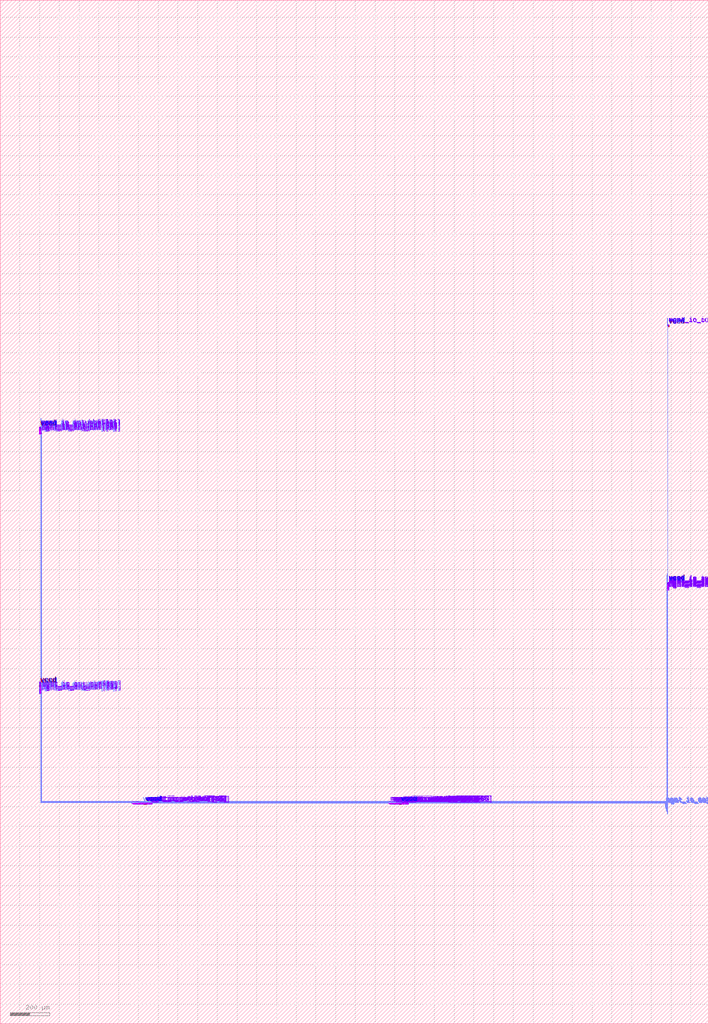
<source format=lef>
VERSION 5.7 ;
  NOWIREEXTENSIONATPIN ON ;
  DIVIDERCHAR "/" ;
  BUSBITCHARS "[]" ;
MACRO gpio_signal_buffering_alt
  CLASS BLOCK ;
  FOREIGN gpio_signal_buffering_alt ;
  ORIGIN 0.000 0.000 ;
  SIZE 3588.000 BY 5188.000 ;
  PIN mgmt_io_in_unbuf[13]
    DIRECTION INPUT ;
    USE SIGNAL ;
    PORT
      LAYER li1 ;
        RECT 3384.660 3540.800 3384.860 3542.390 ;
      LAYER mcon ;
        RECT 3384.690 3541.300 3384.860 3542.390 ;
      LAYER met1 ;
        RECT 3381.760 3542.085 3381.900 3575.605 ;
        RECT 3381.760 3541.765 3382.020 3542.085 ;
        RECT 3384.640 3541.240 3384.900 3542.450 ;
      LAYER via ;
        RECT 3381.760 3541.795 3382.020 3542.055 ;
        RECT 3384.640 3541.300 3384.900 3542.390 ;
      LAYER met2 ;
        RECT 3381.730 3541.935 3382.050 3542.055 ;
        RECT 3384.610 3541.935 3384.930 3542.390 ;
        RECT 3381.310 3541.795 3384.930 3541.935 ;
        RECT 3384.610 3541.300 3384.930 3541.795 ;
    END
  END mgmt_io_in_unbuf[13]
  PIN mgmt_io_out_buf[13]
    DIRECTION OUTPUT ;
    USE SIGNAL ;
    PORT
      LAYER li1 ;
        RECT 3386.560 3540.895 3388.770 3541.065 ;
        RECT 3387.410 3540.810 3388.290 3540.895 ;
        RECT 3387.410 3540.225 3387.580 3540.810 ;
        RECT 3386.560 3540.055 3387.580 3540.225 ;
        RECT 3387.410 3539.385 3387.580 3540.055 ;
        RECT 3386.560 3539.215 3387.580 3539.385 ;
        RECT 3387.410 3538.545 3387.580 3539.215 ;
        RECT 3386.560 3538.375 3387.580 3538.545 ;
        RECT 3388.120 3540.225 3388.290 3540.810 ;
        RECT 3388.120 3540.055 3388.770 3540.225 ;
        RECT 3388.120 3539.385 3388.290 3540.055 ;
        RECT 3388.120 3539.215 3388.770 3539.385 ;
        RECT 3388.120 3538.545 3388.290 3539.215 ;
        RECT 3388.120 3538.375 3388.770 3538.545 ;
      LAYER met1 ;
        RECT 3381.480 3541.115 3381.620 3574.605 ;
        RECT 3381.480 3540.795 3381.740 3541.115 ;
        RECT 3387.350 3540.760 3388.320 3541.020 ;
      LAYER via ;
        RECT 3381.480 3540.825 3381.740 3541.085 ;
        RECT 3387.410 3540.760 3388.260 3541.020 ;
      LAYER met2 ;
        RECT 3381.450 3540.965 3381.770 3541.085 ;
        RECT 3387.410 3540.965 3388.260 3541.050 ;
        RECT 3381.310 3540.825 3388.260 3540.965 ;
        RECT 3387.410 3540.730 3388.260 3540.825 ;
    END
  END mgmt_io_out_buf[13]
  PIN mgmt_io_in_unbuf[12]
    DIRECTION INPUT ;
    USE SIGNAL ;
    PORT
      LAYER li1 ;
        RECT 3384.660 2230.700 3384.860 2232.290 ;
      LAYER mcon ;
        RECT 3384.690 2231.200 3384.860 2232.290 ;
      LAYER met1 ;
        RECT 3381.200 2231.985 3381.340 2281.275 ;
        RECT 3381.200 2231.665 3381.460 2231.985 ;
        RECT 3384.640 2231.140 3384.900 2232.350 ;
      LAYER via ;
        RECT 3381.200 2231.695 3381.460 2231.955 ;
        RECT 3384.640 2231.200 3384.900 2232.290 ;
      LAYER met2 ;
        RECT 3381.170 2231.835 3381.490 2231.955 ;
        RECT 3384.610 2231.835 3384.930 2232.290 ;
        RECT 3377.950 2231.695 3384.930 2231.835 ;
        RECT 3384.610 2231.200 3384.930 2231.695 ;
    END
  END mgmt_io_in_unbuf[12]
  PIN mgmt_io_in_unbuf[11]
    DIRECTION INPUT ;
    USE SIGNAL ;
    PORT
      LAYER li1 ;
        RECT 3384.660 2224.720 3384.860 2226.310 ;
      LAYER mcon ;
        RECT 3384.690 2225.220 3384.860 2226.310 ;
      LAYER met1 ;
        RECT 3380.640 2226.005 3380.780 2279.275 ;
        RECT 3380.640 2225.685 3380.900 2226.005 ;
        RECT 3384.640 2225.160 3384.900 2226.370 ;
      LAYER via ;
        RECT 3380.640 2225.715 3380.900 2225.975 ;
        RECT 3384.640 2225.220 3384.900 2226.310 ;
      LAYER met2 ;
        RECT 3380.610 2225.855 3380.930 2225.975 ;
        RECT 3384.610 2225.855 3384.930 2226.310 ;
        RECT 3377.950 2225.715 3384.930 2225.855 ;
        RECT 3384.610 2225.220 3384.930 2225.715 ;
    END
  END mgmt_io_in_unbuf[11]
  PIN mgmt_io_in_unbuf[10]
    DIRECTION INPUT ;
    USE SIGNAL ;
    PORT
      LAYER li1 ;
        RECT 3384.660 2218.740 3384.860 2220.330 ;
      LAYER mcon ;
        RECT 3384.690 2219.240 3384.860 2220.330 ;
      LAYER met1 ;
        RECT 3380.080 2220.025 3380.220 2277.275 ;
        RECT 3380.080 2219.705 3380.340 2220.025 ;
        RECT 3384.640 2219.180 3384.900 2220.390 ;
      LAYER via ;
        RECT 3380.080 2219.735 3380.340 2219.995 ;
        RECT 3384.640 2219.240 3384.900 2220.330 ;
      LAYER met2 ;
        RECT 3380.050 2219.875 3380.370 2219.995 ;
        RECT 3384.610 2219.875 3384.930 2220.330 ;
        RECT 3377.950 2219.735 3384.930 2219.875 ;
        RECT 3384.610 2219.240 3384.930 2219.735 ;
    END
  END mgmt_io_in_unbuf[10]
  PIN mgmt_io_in_unbuf[9]
    DIRECTION INPUT ;
    USE SIGNAL ;
    PORT
      LAYER li1 ;
        RECT 3384.660 2212.760 3384.860 2214.350 ;
      LAYER mcon ;
        RECT 3384.690 2213.260 3384.860 2214.350 ;
      LAYER met1 ;
        RECT 3379.520 2214.045 3379.660 2275.275 ;
        RECT 3379.520 2213.725 3379.780 2214.045 ;
        RECT 3384.640 2213.200 3384.900 2214.410 ;
      LAYER via ;
        RECT 3379.520 2213.755 3379.780 2214.015 ;
        RECT 3384.640 2213.260 3384.900 2214.350 ;
      LAYER met2 ;
        RECT 3379.490 2213.895 3379.810 2214.015 ;
        RECT 3384.610 2213.895 3384.930 2214.350 ;
        RECT 3377.950 2213.755 3384.930 2213.895 ;
        RECT 3384.610 2213.260 3384.930 2213.755 ;
    END
  END mgmt_io_in_unbuf[9]
  PIN mgmt_io_in_unbuf[8]
    DIRECTION INPUT ;
    USE SIGNAL ;
    PORT
      LAYER li1 ;
        RECT 3384.660 2206.780 3384.860 2208.370 ;
      LAYER mcon ;
        RECT 3384.690 2207.280 3384.860 2208.370 ;
      LAYER met1 ;
        RECT 3378.960 2208.065 3379.100 2273.275 ;
        RECT 3378.960 2207.745 3379.220 2208.065 ;
        RECT 3384.640 2207.220 3384.900 2208.430 ;
      LAYER via ;
        RECT 3378.960 2207.775 3379.220 2208.035 ;
        RECT 3384.640 2207.280 3384.900 2208.370 ;
      LAYER met2 ;
        RECT 3378.930 2207.915 3379.250 2208.035 ;
        RECT 3384.610 2207.915 3384.930 2208.370 ;
        RECT 3377.950 2207.775 3384.930 2207.915 ;
        RECT 3384.610 2207.280 3384.930 2207.775 ;
    END
  END mgmt_io_in_unbuf[8]
  PIN mgmt_io_in_unbuf[7]
    DIRECTION INPUT ;
    USE SIGNAL ;
    PORT
      LAYER li1 ;
        RECT 3384.660 2200.800 3384.860 2202.390 ;
      LAYER mcon ;
        RECT 3384.690 2201.300 3384.860 2202.390 ;
      LAYER met1 ;
        RECT 3378.400 2202.085 3378.540 2271.275 ;
        RECT 3378.400 2201.765 3378.660 2202.085 ;
        RECT 3384.640 2201.240 3384.900 2202.450 ;
      LAYER via ;
        RECT 3378.400 2201.795 3378.660 2202.055 ;
        RECT 3384.640 2201.300 3384.900 2202.390 ;
      LAYER met2 ;
        RECT 3378.370 2201.935 3378.690 2202.055 ;
        RECT 3384.610 2201.935 3384.930 2202.390 ;
        RECT 3377.950 2201.795 3384.930 2201.935 ;
        RECT 3384.610 2201.300 3384.930 2201.795 ;
    END
  END mgmt_io_in_unbuf[7]
  PIN mgmt_io_out_buf[7]
    DIRECTION OUTPUT ;
    USE SIGNAL ;
    PORT
      LAYER li1 ;
        RECT 3386.560 2200.895 3388.770 2201.065 ;
        RECT 3387.410 2200.810 3388.290 2200.895 ;
        RECT 3387.410 2200.225 3387.580 2200.810 ;
        RECT 3386.560 2200.055 3387.580 2200.225 ;
        RECT 3387.410 2199.385 3387.580 2200.055 ;
        RECT 3386.560 2199.215 3387.580 2199.385 ;
        RECT 3387.410 2198.545 3387.580 2199.215 ;
        RECT 3386.560 2198.375 3387.580 2198.545 ;
        RECT 3388.120 2200.225 3388.290 2200.810 ;
        RECT 3388.120 2200.055 3388.770 2200.225 ;
        RECT 3388.120 2199.385 3388.290 2200.055 ;
        RECT 3388.120 2199.215 3388.770 2199.385 ;
        RECT 3388.120 2198.545 3388.290 2199.215 ;
        RECT 3388.120 2198.375 3388.770 2198.545 ;
      LAYER met1 ;
        RECT 3378.120 2201.115 3378.260 2270.275 ;
        RECT 3378.120 2200.795 3378.380 2201.115 ;
        RECT 3387.350 2200.760 3388.320 2201.020 ;
      LAYER via ;
        RECT 3378.120 2200.825 3378.380 2201.085 ;
        RECT 3387.410 2200.760 3388.260 2201.020 ;
      LAYER met2 ;
        RECT 3378.090 2200.965 3378.410 2201.085 ;
        RECT 3387.410 2200.965 3388.260 2201.050 ;
        RECT 3377.950 2200.825 3388.260 2200.965 ;
        RECT 3387.410 2200.730 3388.260 2200.825 ;
    END
  END mgmt_io_out_buf[7]
  PIN mgmt_io_out_buf[8]
    DIRECTION OUTPUT ;
    USE SIGNAL ;
    PORT
      LAYER li1 ;
        RECT 3386.560 2206.875 3388.770 2207.045 ;
        RECT 3387.410 2206.790 3388.290 2206.875 ;
        RECT 3387.410 2206.205 3387.580 2206.790 ;
        RECT 3386.560 2206.035 3387.580 2206.205 ;
        RECT 3387.410 2205.365 3387.580 2206.035 ;
        RECT 3386.560 2205.195 3387.580 2205.365 ;
        RECT 3387.410 2204.525 3387.580 2205.195 ;
        RECT 3386.560 2204.355 3387.580 2204.525 ;
        RECT 3388.120 2206.205 3388.290 2206.790 ;
        RECT 3388.120 2206.035 3388.770 2206.205 ;
        RECT 3388.120 2205.365 3388.290 2206.035 ;
        RECT 3388.120 2205.195 3388.770 2205.365 ;
        RECT 3388.120 2204.525 3388.290 2205.195 ;
        RECT 3388.120 2204.355 3388.770 2204.525 ;
      LAYER met1 ;
        RECT 3378.680 2207.095 3378.820 2272.275 ;
        RECT 3378.680 2206.775 3378.940 2207.095 ;
        RECT 3387.350 2206.740 3388.320 2207.000 ;
      LAYER via ;
        RECT 3378.680 2206.805 3378.940 2207.065 ;
        RECT 3387.410 2206.740 3388.260 2207.000 ;
      LAYER met2 ;
        RECT 3378.650 2206.945 3378.970 2207.065 ;
        RECT 3387.410 2206.945 3388.260 2207.030 ;
        RECT 3377.950 2206.805 3388.260 2206.945 ;
        RECT 3387.410 2206.710 3388.260 2206.805 ;
    END
  END mgmt_io_out_buf[8]
  PIN mgmt_io_out_buf[9]
    DIRECTION OUTPUT ;
    USE SIGNAL ;
    PORT
      LAYER li1 ;
        RECT 3386.560 2212.855 3388.770 2213.025 ;
        RECT 3387.410 2212.770 3388.290 2212.855 ;
        RECT 3387.410 2212.185 3387.580 2212.770 ;
        RECT 3386.560 2212.015 3387.580 2212.185 ;
        RECT 3387.410 2211.345 3387.580 2212.015 ;
        RECT 3386.560 2211.175 3387.580 2211.345 ;
        RECT 3387.410 2210.505 3387.580 2211.175 ;
        RECT 3386.560 2210.335 3387.580 2210.505 ;
        RECT 3388.120 2212.185 3388.290 2212.770 ;
        RECT 3388.120 2212.015 3388.770 2212.185 ;
        RECT 3388.120 2211.345 3388.290 2212.015 ;
        RECT 3388.120 2211.175 3388.770 2211.345 ;
        RECT 3388.120 2210.505 3388.290 2211.175 ;
        RECT 3388.120 2210.335 3388.770 2210.505 ;
      LAYER met1 ;
        RECT 3379.240 2213.075 3379.380 2274.275 ;
        RECT 3379.240 2212.755 3379.500 2213.075 ;
        RECT 3387.350 2212.720 3388.320 2212.980 ;
      LAYER via ;
        RECT 3379.240 2212.785 3379.500 2213.045 ;
        RECT 3387.410 2212.720 3388.260 2212.980 ;
      LAYER met2 ;
        RECT 3379.210 2212.925 3379.530 2213.045 ;
        RECT 3387.410 2212.925 3388.260 2213.010 ;
        RECT 3377.950 2212.785 3388.260 2212.925 ;
        RECT 3387.410 2212.690 3388.260 2212.785 ;
    END
  END mgmt_io_out_buf[9]
  PIN mgmt_io_out_buf[10]
    DIRECTION OUTPUT ;
    USE SIGNAL ;
    PORT
      LAYER li1 ;
        RECT 3386.560 2218.835 3388.770 2219.005 ;
        RECT 3387.410 2218.750 3388.290 2218.835 ;
        RECT 3387.410 2218.165 3387.580 2218.750 ;
        RECT 3386.560 2217.995 3387.580 2218.165 ;
        RECT 3387.410 2217.325 3387.580 2217.995 ;
        RECT 3386.560 2217.155 3387.580 2217.325 ;
        RECT 3387.410 2216.485 3387.580 2217.155 ;
        RECT 3386.560 2216.315 3387.580 2216.485 ;
        RECT 3388.120 2218.165 3388.290 2218.750 ;
        RECT 3388.120 2217.995 3388.770 2218.165 ;
        RECT 3388.120 2217.325 3388.290 2217.995 ;
        RECT 3388.120 2217.155 3388.770 2217.325 ;
        RECT 3388.120 2216.485 3388.290 2217.155 ;
        RECT 3388.120 2216.315 3388.770 2216.485 ;
      LAYER met1 ;
        RECT 3379.800 2219.055 3379.940 2276.275 ;
        RECT 3379.800 2218.735 3380.060 2219.055 ;
        RECT 3387.350 2218.700 3388.320 2218.960 ;
      LAYER via ;
        RECT 3379.800 2218.765 3380.060 2219.025 ;
        RECT 3387.410 2218.700 3388.260 2218.960 ;
      LAYER met2 ;
        RECT 3379.770 2218.905 3380.090 2219.025 ;
        RECT 3387.410 2218.905 3388.260 2218.990 ;
        RECT 3377.950 2218.765 3388.260 2218.905 ;
        RECT 3387.410 2218.670 3388.260 2218.765 ;
    END
  END mgmt_io_out_buf[10]
  PIN mgmt_io_out_buf[11]
    DIRECTION OUTPUT ;
    USE SIGNAL ;
    PORT
      LAYER li1 ;
        RECT 3386.560 2224.815 3388.770 2224.985 ;
        RECT 3387.410 2224.730 3388.290 2224.815 ;
        RECT 3387.410 2224.145 3387.580 2224.730 ;
        RECT 3386.560 2223.975 3387.580 2224.145 ;
        RECT 3387.410 2223.305 3387.580 2223.975 ;
        RECT 3386.560 2223.135 3387.580 2223.305 ;
        RECT 3387.410 2222.465 3387.580 2223.135 ;
        RECT 3386.560 2222.295 3387.580 2222.465 ;
        RECT 3388.120 2224.145 3388.290 2224.730 ;
        RECT 3388.120 2223.975 3388.770 2224.145 ;
        RECT 3388.120 2223.305 3388.290 2223.975 ;
        RECT 3388.120 2223.135 3388.770 2223.305 ;
        RECT 3388.120 2222.465 3388.290 2223.135 ;
        RECT 3388.120 2222.295 3388.770 2222.465 ;
      LAYER met1 ;
        RECT 3380.360 2225.035 3380.500 2278.275 ;
        RECT 3380.360 2224.715 3380.620 2225.035 ;
        RECT 3387.350 2224.680 3388.320 2224.940 ;
      LAYER via ;
        RECT 3380.360 2224.745 3380.620 2225.005 ;
        RECT 3387.410 2224.680 3388.260 2224.940 ;
      LAYER met2 ;
        RECT 3380.330 2224.885 3380.650 2225.005 ;
        RECT 3387.410 2224.885 3388.260 2224.970 ;
        RECT 3377.950 2224.745 3388.260 2224.885 ;
        RECT 3387.410 2224.650 3388.260 2224.745 ;
    END
  END mgmt_io_out_buf[11]
  PIN mgmt_io_out_buf[12]
    DIRECTION OUTPUT ;
    USE SIGNAL ;
    PORT
      LAYER li1 ;
        RECT 3386.560 2230.795 3388.770 2230.965 ;
        RECT 3387.410 2230.710 3388.290 2230.795 ;
        RECT 3387.410 2230.125 3387.580 2230.710 ;
        RECT 3386.560 2229.955 3387.580 2230.125 ;
        RECT 3387.410 2229.285 3387.580 2229.955 ;
        RECT 3386.560 2229.115 3387.580 2229.285 ;
        RECT 3387.410 2228.445 3387.580 2229.115 ;
        RECT 3386.560 2228.275 3387.580 2228.445 ;
        RECT 3388.120 2230.125 3388.290 2230.710 ;
        RECT 3388.120 2229.955 3388.770 2230.125 ;
        RECT 3388.120 2229.285 3388.290 2229.955 ;
        RECT 3388.120 2229.115 3388.770 2229.285 ;
        RECT 3388.120 2228.445 3388.290 2229.115 ;
        RECT 3388.120 2228.275 3388.770 2228.445 ;
      LAYER met1 ;
        RECT 3380.920 2231.015 3381.060 2280.275 ;
        RECT 3380.920 2230.695 3381.180 2231.015 ;
        RECT 3387.350 2230.660 3388.320 2230.920 ;
      LAYER via ;
        RECT 3380.920 2230.725 3381.180 2230.985 ;
        RECT 3387.410 2230.660 3388.260 2230.920 ;
      LAYER met2 ;
        RECT 3380.890 2230.865 3381.210 2230.985 ;
        RECT 3387.410 2230.865 3388.260 2230.950 ;
        RECT 3377.950 2230.725 3388.260 2230.865 ;
        RECT 3387.410 2230.630 3388.260 2230.725 ;
    END
  END mgmt_io_out_buf[12]
  PIN mgmt_io_out_unbuf[7]
    DIRECTION INPUT ;
    USE SIGNAL ;
    PORT
      LAYER li1 ;
        RECT 3387.750 2196.660 3387.950 2197.760 ;
      LAYER mcon ;
        RECT 3387.750 2196.670 3387.920 2197.760 ;
      LAYER met1 ;
        RECT 3378.140 2196.930 3378.400 2197.250 ;
        RECT 3378.260 1075.250 3378.400 2196.930 ;
        RECT 3387.700 2196.610 3387.960 2197.820 ;
      LAYER via ;
        RECT 3378.140 2196.960 3378.400 2197.220 ;
        RECT 3387.700 2196.670 3387.960 2197.760 ;
      LAYER met2 ;
        RECT 3378.110 2197.100 3378.430 2197.220 ;
        RECT 3387.670 2197.100 3387.990 2197.760 ;
        RECT 3377.950 2196.960 3387.990 2197.100 ;
        RECT 3387.670 2196.670 3387.990 2196.960 ;
    END
  END mgmt_io_out_unbuf[7]
  PIN mgmt_io_out_unbuf[8]
    DIRECTION INPUT ;
    USE SIGNAL ;
    PORT
      LAYER li1 ;
        RECT 3387.750 2202.640 3387.950 2203.740 ;
      LAYER mcon ;
        RECT 3387.750 2202.650 3387.920 2203.740 ;
      LAYER met1 ;
        RECT 3378.700 2202.910 3378.960 2203.230 ;
        RECT 3378.820 1073.250 3378.960 2202.910 ;
        RECT 3387.700 2202.590 3387.960 2203.800 ;
      LAYER via ;
        RECT 3378.700 2202.940 3378.960 2203.200 ;
        RECT 3387.700 2202.650 3387.960 2203.740 ;
      LAYER met2 ;
        RECT 3378.670 2203.080 3378.990 2203.200 ;
        RECT 3387.670 2203.080 3387.990 2203.740 ;
        RECT 3377.950 2202.940 3387.990 2203.080 ;
        RECT 3387.670 2202.650 3387.990 2202.940 ;
    END
  END mgmt_io_out_unbuf[8]
  PIN mgmt_io_out_unbuf[9]
    DIRECTION INPUT ;
    USE SIGNAL ;
    PORT
      LAYER li1 ;
        RECT 3387.750 2208.620 3387.950 2209.720 ;
      LAYER mcon ;
        RECT 3387.750 2208.630 3387.920 2209.720 ;
      LAYER met1 ;
        RECT 3379.260 2208.890 3379.520 2209.210 ;
        RECT 3379.380 1071.250 3379.520 2208.890 ;
        RECT 3387.700 2208.570 3387.960 2209.780 ;
      LAYER via ;
        RECT 3379.260 2208.920 3379.520 2209.180 ;
        RECT 3387.700 2208.630 3387.960 2209.720 ;
      LAYER met2 ;
        RECT 3379.230 2209.060 3379.550 2209.180 ;
        RECT 3387.670 2209.060 3387.990 2209.720 ;
        RECT 3377.950 2208.920 3387.990 2209.060 ;
        RECT 3387.670 2208.630 3387.990 2208.920 ;
    END
  END mgmt_io_out_unbuf[9]
  PIN mgmt_io_out_unbuf[10]
    DIRECTION INPUT ;
    USE SIGNAL ;
    PORT
      LAYER li1 ;
        RECT 3387.750 2214.600 3387.950 2215.700 ;
      LAYER mcon ;
        RECT 3387.750 2214.610 3387.920 2215.700 ;
      LAYER met1 ;
        RECT 3379.820 2214.870 3380.080 2215.190 ;
        RECT 3379.940 1069.250 3380.080 2214.870 ;
        RECT 3387.700 2214.550 3387.960 2215.760 ;
      LAYER via ;
        RECT 3379.820 2214.900 3380.080 2215.160 ;
        RECT 3387.700 2214.610 3387.960 2215.700 ;
      LAYER met2 ;
        RECT 3379.790 2215.040 3380.110 2215.160 ;
        RECT 3387.670 2215.040 3387.990 2215.700 ;
        RECT 3377.950 2214.900 3387.990 2215.040 ;
        RECT 3387.670 2214.610 3387.990 2214.900 ;
    END
  END mgmt_io_out_unbuf[10]
  PIN mgmt_io_out_unbuf[11]
    DIRECTION INPUT ;
    USE SIGNAL ;
    PORT
      LAYER li1 ;
        RECT 3387.750 2220.580 3387.950 2221.680 ;
      LAYER mcon ;
        RECT 3387.750 2220.590 3387.920 2221.680 ;
      LAYER met1 ;
        RECT 3380.380 2220.850 3380.640 2221.170 ;
        RECT 3380.500 1067.250 3380.640 2220.850 ;
        RECT 3387.700 2220.530 3387.960 2221.740 ;
      LAYER via ;
        RECT 3380.380 2220.880 3380.640 2221.140 ;
        RECT 3387.700 2220.590 3387.960 2221.680 ;
      LAYER met2 ;
        RECT 3380.350 2221.020 3380.670 2221.140 ;
        RECT 3387.670 2221.020 3387.990 2221.680 ;
        RECT 3377.950 2220.880 3387.990 2221.020 ;
        RECT 3387.670 2220.590 3387.990 2220.880 ;
    END
  END mgmt_io_out_unbuf[11]
  PIN mgmt_io_out_unbuf[12]
    DIRECTION INPUT ;
    USE SIGNAL ;
    PORT
      LAYER li1 ;
        RECT 3387.750 2226.560 3387.950 2227.660 ;
      LAYER mcon ;
        RECT 3387.750 2226.570 3387.920 2227.660 ;
      LAYER met1 ;
        RECT 3380.940 2226.830 3381.200 2227.150 ;
        RECT 3381.060 1065.250 3381.200 2226.830 ;
        RECT 3387.700 2226.510 3387.960 2227.720 ;
      LAYER via ;
        RECT 3380.940 2226.860 3381.200 2227.120 ;
        RECT 3387.700 2226.570 3387.960 2227.660 ;
      LAYER met2 ;
        RECT 3380.910 2227.000 3381.230 2227.120 ;
        RECT 3387.670 2227.000 3387.990 2227.660 ;
        RECT 3377.950 2226.860 3387.990 2227.000 ;
        RECT 3387.670 2226.570 3387.990 2226.860 ;
    END
  END mgmt_io_out_unbuf[12]
  PIN mgmt_io_out_unbuf[13]
    DIRECTION INPUT ;
    USE SIGNAL ;
    PORT
      LAYER li1 ;
        RECT 3387.750 2232.540 3387.950 2233.640 ;
      LAYER mcon ;
        RECT 3387.750 2232.550 3387.920 2233.640 ;
      LAYER met1 ;
        RECT 3381.500 2232.810 3381.760 2233.130 ;
        RECT 3381.620 1063.250 3381.760 2232.810 ;
        RECT 3387.700 2232.490 3387.960 2233.700 ;
      LAYER via ;
        RECT 3381.500 2232.840 3381.760 2233.100 ;
        RECT 3387.700 2232.550 3387.960 2233.640 ;
      LAYER met2 ;
        RECT 3381.470 2232.980 3381.790 2233.100 ;
        RECT 3387.670 2232.980 3387.990 2233.640 ;
        RECT 3377.950 2232.840 3387.990 2232.980 ;
        RECT 3387.670 2232.550 3387.990 2232.840 ;
    END
  END mgmt_io_out_unbuf[13]
  PIN mgmt_io_in_buf[13]
    DIRECTION OUTPUT ;
    USE SIGNAL ;
    PORT
      LAYER li1 ;
        RECT 3383.840 2235.895 3384.490 2236.065 ;
        RECT 3384.320 2235.225 3384.490 2235.895 ;
        RECT 3383.840 2235.055 3384.490 2235.225 ;
        RECT 3384.320 2234.385 3384.490 2235.055 ;
        RECT 3383.840 2234.215 3384.490 2234.385 ;
        RECT 3384.320 2233.630 3384.490 2234.215 ;
        RECT 3385.030 2235.895 3386.050 2236.065 ;
        RECT 3385.030 2235.225 3385.200 2235.895 ;
        RECT 3385.030 2235.055 3386.050 2235.225 ;
        RECT 3385.030 2234.385 3385.200 2235.055 ;
        RECT 3385.030 2234.215 3386.050 2234.385 ;
        RECT 3385.030 2233.630 3385.200 2234.215 ;
        RECT 3384.320 2233.545 3385.200 2233.630 ;
        RECT 3383.840 2233.375 3386.050 2233.545 ;
      LAYER mcon ;
        RECT 3384.350 2233.460 3385.200 2233.630 ;
      LAYER met1 ;
        RECT 3381.780 2233.430 3382.040 2233.750 ;
        RECT 3381.900 1062.250 3382.040 2233.430 ;
        RECT 3384.290 2233.410 3385.260 2233.670 ;
      LAYER via ;
        RECT 3381.780 2233.460 3382.040 2233.720 ;
        RECT 3384.350 2233.410 3385.200 2233.670 ;
      LAYER met2 ;
        RECT 3381.750 2233.600 3382.070 2233.720 ;
        RECT 3384.350 2233.600 3385.200 2233.700 ;
        RECT 3377.950 2233.460 3385.200 2233.600 ;
        RECT 3384.350 2233.380 3385.200 2233.460 ;
    END
  END mgmt_io_in_buf[13]
  PIN mgmt_io_in_buf[12]
    DIRECTION OUTPUT ;
    USE SIGNAL ;
    PORT
      LAYER li1 ;
        RECT 3383.840 2229.915 3384.490 2230.085 ;
        RECT 3384.320 2229.245 3384.490 2229.915 ;
        RECT 3383.840 2229.075 3384.490 2229.245 ;
        RECT 3384.320 2228.405 3384.490 2229.075 ;
        RECT 3383.840 2228.235 3384.490 2228.405 ;
        RECT 3384.320 2227.650 3384.490 2228.235 ;
        RECT 3385.030 2229.915 3386.050 2230.085 ;
        RECT 3385.030 2229.245 3385.200 2229.915 ;
        RECT 3385.030 2229.075 3386.050 2229.245 ;
        RECT 3385.030 2228.405 3385.200 2229.075 ;
        RECT 3385.030 2228.235 3386.050 2228.405 ;
        RECT 3385.030 2227.650 3385.200 2228.235 ;
        RECT 3384.320 2227.565 3385.200 2227.650 ;
        RECT 3383.840 2227.395 3386.050 2227.565 ;
      LAYER mcon ;
        RECT 3384.350 2227.480 3385.200 2227.650 ;
      LAYER met1 ;
        RECT 3381.220 2227.450 3381.480 2227.770 ;
        RECT 3381.340 1064.250 3381.480 2227.450 ;
        RECT 3384.290 2227.430 3385.260 2227.690 ;
      LAYER via ;
        RECT 3381.220 2227.480 3381.480 2227.740 ;
        RECT 3384.350 2227.430 3385.200 2227.690 ;
      LAYER met2 ;
        RECT 3381.190 2227.620 3381.510 2227.740 ;
        RECT 3384.350 2227.620 3385.200 2227.720 ;
        RECT 3377.950 2227.480 3385.200 2227.620 ;
        RECT 3384.350 2227.400 3385.200 2227.480 ;
    END
  END mgmt_io_in_buf[12]
  PIN mgmt_io_in_buf[11]
    DIRECTION OUTPUT ;
    USE SIGNAL ;
    PORT
      LAYER li1 ;
        RECT 3383.840 2223.935 3384.490 2224.105 ;
        RECT 3384.320 2223.265 3384.490 2223.935 ;
        RECT 3383.840 2223.095 3384.490 2223.265 ;
        RECT 3384.320 2222.425 3384.490 2223.095 ;
        RECT 3383.840 2222.255 3384.490 2222.425 ;
        RECT 3384.320 2221.670 3384.490 2222.255 ;
        RECT 3385.030 2223.935 3386.050 2224.105 ;
        RECT 3385.030 2223.265 3385.200 2223.935 ;
        RECT 3385.030 2223.095 3386.050 2223.265 ;
        RECT 3385.030 2222.425 3385.200 2223.095 ;
        RECT 3385.030 2222.255 3386.050 2222.425 ;
        RECT 3385.030 2221.670 3385.200 2222.255 ;
        RECT 3384.320 2221.585 3385.200 2221.670 ;
        RECT 3383.840 2221.415 3386.050 2221.585 ;
      LAYER mcon ;
        RECT 3384.350 2221.500 3385.200 2221.670 ;
      LAYER met1 ;
        RECT 3380.660 2221.470 3380.920 2221.790 ;
        RECT 3380.780 1066.250 3380.920 2221.470 ;
        RECT 3384.290 2221.450 3385.260 2221.710 ;
      LAYER via ;
        RECT 3380.660 2221.500 3380.920 2221.760 ;
        RECT 3384.350 2221.450 3385.200 2221.710 ;
      LAYER met2 ;
        RECT 3380.630 2221.640 3380.950 2221.760 ;
        RECT 3384.350 2221.640 3385.200 2221.740 ;
        RECT 3377.950 2221.500 3385.200 2221.640 ;
        RECT 3384.350 2221.420 3385.200 2221.500 ;
    END
  END mgmt_io_in_buf[11]
  PIN mgmt_io_in_buf[10]
    DIRECTION OUTPUT ;
    USE SIGNAL ;
    PORT
      LAYER li1 ;
        RECT 3383.840 2217.955 3384.490 2218.125 ;
        RECT 3384.320 2217.285 3384.490 2217.955 ;
        RECT 3383.840 2217.115 3384.490 2217.285 ;
        RECT 3384.320 2216.445 3384.490 2217.115 ;
        RECT 3383.840 2216.275 3384.490 2216.445 ;
        RECT 3384.320 2215.690 3384.490 2216.275 ;
        RECT 3385.030 2217.955 3386.050 2218.125 ;
        RECT 3385.030 2217.285 3385.200 2217.955 ;
        RECT 3385.030 2217.115 3386.050 2217.285 ;
        RECT 3385.030 2216.445 3385.200 2217.115 ;
        RECT 3385.030 2216.275 3386.050 2216.445 ;
        RECT 3385.030 2215.690 3385.200 2216.275 ;
        RECT 3384.320 2215.605 3385.200 2215.690 ;
        RECT 3383.840 2215.435 3386.050 2215.605 ;
      LAYER mcon ;
        RECT 3384.350 2215.520 3385.200 2215.690 ;
      LAYER met1 ;
        RECT 3380.100 2215.490 3380.360 2215.810 ;
        RECT 3380.220 1068.250 3380.360 2215.490 ;
        RECT 3384.290 2215.470 3385.260 2215.730 ;
      LAYER via ;
        RECT 3380.100 2215.520 3380.360 2215.780 ;
        RECT 3384.350 2215.470 3385.200 2215.730 ;
      LAYER met2 ;
        RECT 3380.070 2215.660 3380.390 2215.780 ;
        RECT 3384.350 2215.660 3385.200 2215.760 ;
        RECT 3377.950 2215.520 3385.200 2215.660 ;
        RECT 3384.350 2215.440 3385.200 2215.520 ;
    END
  END mgmt_io_in_buf[10]
  PIN mgmt_io_in_buf[9]
    DIRECTION OUTPUT ;
    USE SIGNAL ;
    PORT
      LAYER li1 ;
        RECT 3383.840 2211.975 3384.490 2212.145 ;
        RECT 3384.320 2211.305 3384.490 2211.975 ;
        RECT 3383.840 2211.135 3384.490 2211.305 ;
        RECT 3384.320 2210.465 3384.490 2211.135 ;
        RECT 3383.840 2210.295 3384.490 2210.465 ;
        RECT 3384.320 2209.710 3384.490 2210.295 ;
        RECT 3385.030 2211.975 3386.050 2212.145 ;
        RECT 3385.030 2211.305 3385.200 2211.975 ;
        RECT 3385.030 2211.135 3386.050 2211.305 ;
        RECT 3385.030 2210.465 3385.200 2211.135 ;
        RECT 3385.030 2210.295 3386.050 2210.465 ;
        RECT 3385.030 2209.710 3385.200 2210.295 ;
        RECT 3384.320 2209.625 3385.200 2209.710 ;
        RECT 3383.840 2209.455 3386.050 2209.625 ;
      LAYER mcon ;
        RECT 3384.350 2209.540 3385.200 2209.710 ;
      LAYER met1 ;
        RECT 3379.540 2209.510 3379.800 2209.830 ;
        RECT 3379.660 1070.250 3379.800 2209.510 ;
        RECT 3384.290 2209.490 3385.260 2209.750 ;
      LAYER via ;
        RECT 3379.540 2209.540 3379.800 2209.800 ;
        RECT 3384.350 2209.490 3385.200 2209.750 ;
      LAYER met2 ;
        RECT 3379.510 2209.680 3379.830 2209.800 ;
        RECT 3384.350 2209.680 3385.200 2209.780 ;
        RECT 3377.950 2209.540 3385.200 2209.680 ;
        RECT 3384.350 2209.460 3385.200 2209.540 ;
    END
  END mgmt_io_in_buf[9]
  PIN mgmt_io_in_buf[8]
    DIRECTION OUTPUT ;
    USE SIGNAL ;
    PORT
      LAYER li1 ;
        RECT 3383.840 2205.995 3384.490 2206.165 ;
        RECT 3384.320 2205.325 3384.490 2205.995 ;
        RECT 3383.840 2205.155 3384.490 2205.325 ;
        RECT 3384.320 2204.485 3384.490 2205.155 ;
        RECT 3383.840 2204.315 3384.490 2204.485 ;
        RECT 3384.320 2203.730 3384.490 2204.315 ;
        RECT 3385.030 2205.995 3386.050 2206.165 ;
        RECT 3385.030 2205.325 3385.200 2205.995 ;
        RECT 3385.030 2205.155 3386.050 2205.325 ;
        RECT 3385.030 2204.485 3385.200 2205.155 ;
        RECT 3385.030 2204.315 3386.050 2204.485 ;
        RECT 3385.030 2203.730 3385.200 2204.315 ;
        RECT 3384.320 2203.645 3385.200 2203.730 ;
        RECT 3383.840 2203.475 3386.050 2203.645 ;
      LAYER mcon ;
        RECT 3384.350 2203.560 3385.200 2203.730 ;
      LAYER met1 ;
        RECT 3378.980 2203.530 3379.240 2203.850 ;
        RECT 3379.100 1072.250 3379.240 2203.530 ;
        RECT 3384.290 2203.510 3385.260 2203.770 ;
      LAYER via ;
        RECT 3378.980 2203.560 3379.240 2203.820 ;
        RECT 3384.350 2203.510 3385.200 2203.770 ;
      LAYER met2 ;
        RECT 3378.950 2203.700 3379.270 2203.820 ;
        RECT 3384.350 2203.700 3385.200 2203.800 ;
        RECT 3377.950 2203.560 3385.200 2203.700 ;
        RECT 3384.350 2203.480 3385.200 2203.560 ;
    END
  END mgmt_io_in_buf[8]
  PIN mgmt_io_in_buf[7]
    DIRECTION OUTPUT ;
    USE SIGNAL ;
    PORT
      LAYER li1 ;
        RECT 3383.840 2200.015 3384.490 2200.185 ;
        RECT 3384.320 2199.345 3384.490 2200.015 ;
        RECT 3383.840 2199.175 3384.490 2199.345 ;
        RECT 3384.320 2198.505 3384.490 2199.175 ;
        RECT 3383.840 2198.335 3384.490 2198.505 ;
        RECT 3384.320 2197.750 3384.490 2198.335 ;
        RECT 3385.030 2200.015 3386.050 2200.185 ;
        RECT 3385.030 2199.345 3385.200 2200.015 ;
        RECT 3385.030 2199.175 3386.050 2199.345 ;
        RECT 3385.030 2198.505 3385.200 2199.175 ;
        RECT 3385.030 2198.335 3386.050 2198.505 ;
        RECT 3385.030 2197.750 3385.200 2198.335 ;
        RECT 3384.320 2197.665 3385.200 2197.750 ;
        RECT 3383.840 2197.495 3386.050 2197.665 ;
      LAYER mcon ;
        RECT 3384.350 2197.580 3385.200 2197.750 ;
      LAYER met1 ;
        RECT 3378.420 2197.550 3378.680 2197.870 ;
        RECT 3378.540 1074.250 3378.680 2197.550 ;
        RECT 3384.290 2197.530 3385.260 2197.790 ;
      LAYER via ;
        RECT 3378.420 2197.580 3378.680 2197.840 ;
        RECT 3384.350 2197.530 3385.200 2197.790 ;
      LAYER met2 ;
        RECT 3378.390 2197.720 3378.710 2197.840 ;
        RECT 3384.350 2197.720 3385.200 2197.820 ;
        RECT 3377.950 2197.580 3385.200 2197.720 ;
        RECT 3384.350 2197.500 3385.200 2197.580 ;
    END
  END mgmt_io_in_buf[7]
  PIN mgmt_io_out_buf[24]
    DIRECTION OUTPUT ;
    USE SIGNAL ;
    PORT
      LAYER li1 ;
        RECT 199.025 3022.465 201.235 3022.635 ;
        RECT 199.505 3022.380 200.385 3022.465 ;
        RECT 199.505 3021.795 199.675 3022.380 ;
        RECT 199.025 3021.625 199.675 3021.795 ;
        RECT 199.505 3020.955 199.675 3021.625 ;
        RECT 199.025 3020.785 199.675 3020.955 ;
        RECT 199.505 3020.115 199.675 3020.785 ;
        RECT 199.025 3019.945 199.675 3020.115 ;
        RECT 200.215 3021.795 200.385 3022.380 ;
        RECT 200.215 3021.625 201.235 3021.795 ;
        RECT 200.215 3020.955 200.385 3021.625 ;
        RECT 200.215 3020.785 201.235 3020.955 ;
        RECT 200.215 3020.115 200.385 3020.785 ;
        RECT 200.215 3019.945 201.235 3020.115 ;
      LAYER mcon ;
        RECT 199.535 3022.380 200.385 3022.550 ;
      LAYER met1 ;
        RECT 206.295 3022.685 206.435 3066.780 ;
        RECT 199.475 3022.330 200.445 3022.590 ;
        RECT 206.175 3022.365 206.435 3022.685 ;
      LAYER via ;
        RECT 199.535 3022.330 200.385 3022.590 ;
        RECT 206.175 3022.395 206.435 3022.655 ;
      LAYER met2 ;
        RECT 199.535 3022.535 200.385 3022.620 ;
        RECT 206.145 3022.535 206.465 3022.655 ;
        RECT 199.535 3022.395 209.300 3022.535 ;
        RECT 199.535 3022.300 200.385 3022.395 ;
    END
  END mgmt_io_out_buf[24]
  PIN mgmt_io_out_buf[25]
    DIRECTION OUTPUT ;
    USE SIGNAL ;
    PORT
      LAYER li1 ;
        RECT 199.025 3016.485 201.235 3016.655 ;
        RECT 199.505 3016.400 200.385 3016.485 ;
        RECT 199.505 3015.815 199.675 3016.400 ;
        RECT 199.025 3015.645 199.675 3015.815 ;
        RECT 199.505 3014.975 199.675 3015.645 ;
        RECT 199.025 3014.805 199.675 3014.975 ;
        RECT 199.505 3014.135 199.675 3014.805 ;
        RECT 199.025 3013.965 199.675 3014.135 ;
        RECT 200.215 3015.815 200.385 3016.400 ;
        RECT 200.215 3015.645 201.235 3015.815 ;
        RECT 200.215 3014.975 200.385 3015.645 ;
        RECT 200.215 3014.805 201.235 3014.975 ;
        RECT 200.215 3014.135 200.385 3014.805 ;
        RECT 200.215 3013.965 201.235 3014.135 ;
      LAYER mcon ;
        RECT 199.535 3016.400 200.385 3016.570 ;
      LAYER met1 ;
        RECT 206.855 3016.705 206.995 3064.780 ;
        RECT 199.475 3016.350 200.445 3016.610 ;
        RECT 206.735 3016.385 206.995 3016.705 ;
      LAYER via ;
        RECT 199.535 3016.350 200.385 3016.610 ;
        RECT 206.735 3016.415 206.995 3016.675 ;
      LAYER met2 ;
        RECT 199.535 3016.555 200.385 3016.640 ;
        RECT 206.705 3016.555 207.025 3016.675 ;
        RECT 199.535 3016.415 209.300 3016.555 ;
        RECT 199.535 3016.320 200.385 3016.415 ;
    END
  END mgmt_io_out_buf[25]
  PIN mgmt_io_out_buf[26]
    DIRECTION OUTPUT ;
    USE SIGNAL ;
    PORT
      LAYER li1 ;
        RECT 199.025 3010.505 201.235 3010.675 ;
        RECT 199.505 3010.420 200.385 3010.505 ;
        RECT 199.505 3009.835 199.675 3010.420 ;
        RECT 199.025 3009.665 199.675 3009.835 ;
        RECT 199.505 3008.995 199.675 3009.665 ;
        RECT 199.025 3008.825 199.675 3008.995 ;
        RECT 199.505 3008.155 199.675 3008.825 ;
        RECT 199.025 3007.985 199.675 3008.155 ;
        RECT 200.215 3009.835 200.385 3010.420 ;
        RECT 200.215 3009.665 201.235 3009.835 ;
        RECT 200.215 3008.995 200.385 3009.665 ;
        RECT 200.215 3008.825 201.235 3008.995 ;
        RECT 200.215 3008.155 200.385 3008.825 ;
        RECT 200.215 3007.985 201.235 3008.155 ;
      LAYER mcon ;
        RECT 199.535 3010.420 200.385 3010.590 ;
      LAYER met1 ;
        RECT 207.415 3010.725 207.555 3062.780 ;
        RECT 199.475 3010.370 200.445 3010.630 ;
        RECT 207.295 3010.405 207.555 3010.725 ;
      LAYER via ;
        RECT 199.535 3010.370 200.385 3010.630 ;
        RECT 207.295 3010.435 207.555 3010.695 ;
      LAYER met2 ;
        RECT 199.535 3010.575 200.385 3010.660 ;
        RECT 207.265 3010.575 207.585 3010.695 ;
        RECT 199.535 3010.435 209.300 3010.575 ;
        RECT 199.535 3010.340 200.385 3010.435 ;
    END
  END mgmt_io_out_buf[26]
  PIN mgmt_io_out_buf[27]
    DIRECTION OUTPUT ;
    USE SIGNAL ;
    PORT
      LAYER li1 ;
        RECT 199.025 3004.525 201.235 3004.695 ;
        RECT 199.505 3004.440 200.385 3004.525 ;
        RECT 199.505 3003.855 199.675 3004.440 ;
        RECT 199.025 3003.685 199.675 3003.855 ;
        RECT 199.505 3003.015 199.675 3003.685 ;
        RECT 199.025 3002.845 199.675 3003.015 ;
        RECT 199.505 3002.175 199.675 3002.845 ;
        RECT 199.025 3002.005 199.675 3002.175 ;
        RECT 200.215 3003.855 200.385 3004.440 ;
        RECT 200.215 3003.685 201.235 3003.855 ;
        RECT 200.215 3003.015 200.385 3003.685 ;
        RECT 200.215 3002.845 201.235 3003.015 ;
        RECT 200.215 3002.175 200.385 3002.845 ;
        RECT 200.215 3002.005 201.235 3002.175 ;
      LAYER mcon ;
        RECT 199.535 3004.440 200.385 3004.610 ;
      LAYER met1 ;
        RECT 207.975 3004.745 208.115 3060.780 ;
        RECT 199.475 3004.390 200.445 3004.650 ;
        RECT 207.855 3004.425 208.115 3004.745 ;
      LAYER via ;
        RECT 199.535 3004.390 200.385 3004.650 ;
        RECT 207.855 3004.455 208.115 3004.715 ;
      LAYER met2 ;
        RECT 199.535 3004.595 200.385 3004.680 ;
        RECT 207.825 3004.595 208.145 3004.715 ;
        RECT 199.535 3004.455 209.300 3004.595 ;
        RECT 199.535 3004.360 200.385 3004.455 ;
    END
  END mgmt_io_out_buf[27]
  PIN mgmt_io_out_buf[28]
    DIRECTION OUTPUT ;
    USE SIGNAL ;
    PORT
      LAYER li1 ;
        RECT 199.025 2998.545 201.235 2998.715 ;
        RECT 199.505 2998.460 200.385 2998.545 ;
        RECT 199.505 2997.875 199.675 2998.460 ;
        RECT 199.025 2997.705 199.675 2997.875 ;
        RECT 199.505 2997.035 199.675 2997.705 ;
        RECT 199.025 2996.865 199.675 2997.035 ;
        RECT 199.505 2996.195 199.675 2996.865 ;
        RECT 199.025 2996.025 199.675 2996.195 ;
        RECT 200.215 2997.875 200.385 2998.460 ;
        RECT 200.215 2997.705 201.235 2997.875 ;
        RECT 200.215 2997.035 200.385 2997.705 ;
        RECT 200.215 2996.865 201.235 2997.035 ;
        RECT 200.215 2996.195 200.385 2996.865 ;
        RECT 200.215 2996.025 201.235 2996.195 ;
      LAYER mcon ;
        RECT 199.535 2998.460 200.385 2998.630 ;
      LAYER met1 ;
        RECT 208.535 2998.765 208.675 3058.780 ;
        RECT 199.475 2998.410 200.445 2998.670 ;
        RECT 208.415 2998.445 208.675 2998.765 ;
      LAYER via ;
        RECT 199.535 2998.410 200.385 2998.670 ;
        RECT 208.415 2998.475 208.675 2998.735 ;
      LAYER met2 ;
        RECT 199.535 2998.615 200.385 2998.700 ;
        RECT 208.385 2998.615 208.705 2998.735 ;
        RECT 199.535 2998.475 209.300 2998.615 ;
        RECT 199.535 2998.380 200.385 2998.475 ;
    END
  END mgmt_io_out_buf[28]
  PIN mgmt_io_out_buf[29]
    DIRECTION OUTPUT ;
    USE SIGNAL ;
    PORT
      LAYER li1 ;
        RECT 199.025 2992.565 201.235 2992.735 ;
        RECT 199.505 2992.480 200.385 2992.565 ;
        RECT 199.505 2991.895 199.675 2992.480 ;
        RECT 199.025 2991.725 199.675 2991.895 ;
        RECT 199.505 2991.055 199.675 2991.725 ;
        RECT 199.025 2990.885 199.675 2991.055 ;
        RECT 199.505 2990.215 199.675 2990.885 ;
        RECT 199.025 2990.045 199.675 2990.215 ;
        RECT 200.215 2991.895 200.385 2992.480 ;
        RECT 200.215 2991.725 201.235 2991.895 ;
        RECT 200.215 2991.055 200.385 2991.725 ;
        RECT 200.215 2990.885 201.235 2991.055 ;
        RECT 200.215 2990.215 200.385 2990.885 ;
        RECT 200.215 2990.045 201.235 2990.215 ;
      LAYER mcon ;
        RECT 199.535 2992.480 200.385 2992.650 ;
      LAYER met1 ;
        RECT 209.095 2992.785 209.235 3056.780 ;
        RECT 199.475 2992.430 200.445 2992.690 ;
        RECT 208.975 2992.465 209.235 2992.785 ;
      LAYER via ;
        RECT 199.535 2992.430 200.385 2992.690 ;
        RECT 208.975 2992.495 209.235 2992.755 ;
      LAYER met2 ;
        RECT 199.535 2992.635 200.385 2992.720 ;
        RECT 208.945 2992.635 209.265 2992.755 ;
        RECT 199.535 2992.495 209.300 2992.635 ;
        RECT 199.535 2992.400 200.385 2992.495 ;
    END
  END mgmt_io_out_buf[29]
  PIN mgmt_io_in_unbuf[29]
    DIRECTION INPUT ;
    USE SIGNAL ;
    PORT
      LAYER li1 ;
        RECT 202.935 2992.470 203.135 2994.060 ;
      LAYER mcon ;
        RECT 202.935 2992.970 203.105 2994.060 ;
      LAYER met1 ;
        RECT 202.895 2992.910 203.155 2994.120 ;
        RECT 208.815 2993.755 208.955 3057.780 ;
        RECT 208.695 2993.435 208.955 2993.755 ;
      LAYER via ;
        RECT 202.895 2992.970 203.155 2994.060 ;
        RECT 208.695 2993.465 208.955 2993.725 ;
      LAYER met2 ;
        RECT 202.865 2993.605 203.185 2994.060 ;
        RECT 208.665 2993.605 208.985 2993.725 ;
        RECT 202.865 2993.465 209.300 2993.605 ;
        RECT 202.865 2992.970 203.185 2993.465 ;
    END
  END mgmt_io_in_unbuf[29]
  PIN mgmt_io_in_unbuf[28]
    DIRECTION INPUT ;
    USE SIGNAL ;
    PORT
      LAYER li1 ;
        RECT 202.935 2998.450 203.135 3000.040 ;
      LAYER mcon ;
        RECT 202.935 2998.950 203.105 3000.040 ;
      LAYER met1 ;
        RECT 202.895 2998.890 203.155 3000.100 ;
        RECT 208.255 2999.735 208.395 3059.780 ;
        RECT 208.135 2999.415 208.395 2999.735 ;
      LAYER via ;
        RECT 202.895 2998.950 203.155 3000.040 ;
        RECT 208.135 2999.445 208.395 2999.705 ;
      LAYER met2 ;
        RECT 202.865 2999.585 203.185 3000.040 ;
        RECT 208.105 2999.585 208.425 2999.705 ;
        RECT 202.865 2999.445 209.300 2999.585 ;
        RECT 202.865 2998.950 203.185 2999.445 ;
    END
  END mgmt_io_in_unbuf[28]
  PIN mgmt_io_in_unbuf[27]
    DIRECTION INPUT ;
    USE SIGNAL ;
    PORT
      LAYER li1 ;
        RECT 202.935 3004.430 203.135 3006.020 ;
      LAYER mcon ;
        RECT 202.935 3004.930 203.105 3006.020 ;
      LAYER met1 ;
        RECT 202.895 3004.870 203.155 3006.080 ;
        RECT 207.695 3005.715 207.835 3061.780 ;
        RECT 207.575 3005.395 207.835 3005.715 ;
      LAYER via ;
        RECT 202.895 3004.930 203.155 3006.020 ;
        RECT 207.575 3005.425 207.835 3005.685 ;
      LAYER met2 ;
        RECT 202.865 3005.565 203.185 3006.020 ;
        RECT 207.545 3005.565 207.865 3005.685 ;
        RECT 202.865 3005.425 209.300 3005.565 ;
        RECT 202.865 3004.930 203.185 3005.425 ;
    END
  END mgmt_io_in_unbuf[27]
  PIN mgmt_io_in_unbuf[26]
    DIRECTION INPUT ;
    USE SIGNAL ;
    PORT
      LAYER li1 ;
        RECT 202.935 3010.410 203.135 3012.000 ;
      LAYER mcon ;
        RECT 202.935 3010.910 203.105 3012.000 ;
      LAYER met1 ;
        RECT 202.895 3010.850 203.155 3012.060 ;
        RECT 207.135 3011.695 207.275 3063.780 ;
        RECT 207.015 3011.375 207.275 3011.695 ;
      LAYER via ;
        RECT 202.895 3010.910 203.155 3012.000 ;
        RECT 207.015 3011.405 207.275 3011.665 ;
      LAYER met2 ;
        RECT 202.865 3011.545 203.185 3012.000 ;
        RECT 206.985 3011.545 207.305 3011.665 ;
        RECT 202.865 3011.405 209.300 3011.545 ;
        RECT 202.865 3010.910 203.185 3011.405 ;
    END
  END mgmt_io_in_unbuf[26]
  PIN mgmt_io_in_unbuf[25]
    DIRECTION INPUT ;
    USE SIGNAL ;
    PORT
      LAYER li1 ;
        RECT 202.935 3016.390 203.135 3017.980 ;
      LAYER mcon ;
        RECT 202.935 3016.890 203.105 3017.980 ;
      LAYER met1 ;
        RECT 202.895 3016.830 203.155 3018.040 ;
        RECT 206.575 3017.675 206.715 3065.780 ;
        RECT 206.455 3017.355 206.715 3017.675 ;
      LAYER via ;
        RECT 202.895 3016.890 203.155 3017.980 ;
        RECT 206.455 3017.385 206.715 3017.645 ;
      LAYER met2 ;
        RECT 202.865 3017.525 203.185 3017.980 ;
        RECT 206.425 3017.525 206.745 3017.645 ;
        RECT 202.865 3017.385 209.300 3017.525 ;
        RECT 202.865 3016.890 203.185 3017.385 ;
    END
  END mgmt_io_in_unbuf[25]
  PIN mgmt_io_in_unbuf[24]
    DIRECTION INPUT ;
    USE SIGNAL ;
    PORT
      LAYER li1 ;
        RECT 202.935 3022.370 203.135 3023.960 ;
      LAYER mcon ;
        RECT 202.935 3022.870 203.105 3023.960 ;
      LAYER met1 ;
        RECT 202.895 3022.810 203.155 3024.020 ;
        RECT 206.015 3023.655 206.155 3067.780 ;
        RECT 205.895 3023.335 206.155 3023.655 ;
      LAYER via ;
        RECT 202.895 3022.870 203.155 3023.960 ;
        RECT 205.895 3023.365 206.155 3023.625 ;
      LAYER met2 ;
        RECT 202.865 3023.505 203.185 3023.960 ;
        RECT 205.865 3023.505 206.185 3023.625 ;
        RECT 202.865 3023.365 209.300 3023.505 ;
        RECT 202.865 3022.870 203.185 3023.365 ;
    END
  END mgmt_io_in_unbuf[24]
  PIN mgmt_io_out_buf[30]
    DIRECTION OUTPUT ;
    USE SIGNAL ;
    PORT
      LAYER li1 ;
        RECT 199.135 1695.680 201.345 1695.850 ;
        RECT 199.615 1695.595 200.495 1695.680 ;
        RECT 199.615 1695.010 199.785 1695.595 ;
        RECT 199.135 1694.840 199.785 1695.010 ;
        RECT 199.615 1694.170 199.785 1694.840 ;
        RECT 199.135 1694.000 199.785 1694.170 ;
        RECT 199.615 1693.330 199.785 1694.000 ;
        RECT 199.135 1693.160 199.785 1693.330 ;
        RECT 200.325 1695.010 200.495 1695.595 ;
        RECT 200.325 1694.840 201.345 1695.010 ;
        RECT 200.325 1694.170 200.495 1694.840 ;
        RECT 200.325 1694.000 201.345 1694.170 ;
        RECT 200.325 1693.330 200.495 1694.000 ;
        RECT 200.325 1693.160 201.345 1693.330 ;
      LAYER mcon ;
        RECT 199.645 1695.595 200.495 1695.765 ;
      LAYER met1 ;
        RECT 209.515 1695.900 209.655 1772.650 ;
        RECT 199.585 1695.545 200.555 1695.805 ;
        RECT 209.395 1695.580 209.655 1695.900 ;
      LAYER via ;
        RECT 199.645 1695.545 200.495 1695.805 ;
        RECT 209.395 1695.610 209.655 1695.870 ;
      LAYER met2 ;
        RECT 199.645 1695.750 200.495 1695.835 ;
        RECT 209.365 1695.750 209.685 1695.870 ;
        RECT 199.645 1695.610 211.440 1695.750 ;
        RECT 199.645 1695.515 200.495 1695.610 ;
    END
  END mgmt_io_out_buf[30]
  PIN mgmt_io_out_buf[31]
    DIRECTION OUTPUT ;
    USE SIGNAL ;
    PORT
      LAYER li1 ;
        RECT 199.135 1689.700 201.345 1689.870 ;
        RECT 199.615 1689.615 200.495 1689.700 ;
        RECT 199.615 1689.030 199.785 1689.615 ;
        RECT 199.135 1688.860 199.785 1689.030 ;
        RECT 199.615 1688.190 199.785 1688.860 ;
        RECT 199.135 1688.020 199.785 1688.190 ;
        RECT 199.615 1687.350 199.785 1688.020 ;
        RECT 199.135 1687.180 199.785 1687.350 ;
        RECT 200.325 1689.030 200.495 1689.615 ;
        RECT 200.325 1688.860 201.345 1689.030 ;
        RECT 200.325 1688.190 200.495 1688.860 ;
        RECT 200.325 1688.020 201.345 1688.190 ;
        RECT 200.325 1687.350 200.495 1688.020 ;
        RECT 200.325 1687.180 201.345 1687.350 ;
      LAYER mcon ;
        RECT 199.645 1689.615 200.495 1689.785 ;
      LAYER met1 ;
        RECT 210.075 1689.920 210.215 1770.650 ;
        RECT 199.585 1689.565 200.555 1689.825 ;
        RECT 209.955 1689.600 210.215 1689.920 ;
      LAYER via ;
        RECT 199.645 1689.565 200.495 1689.825 ;
        RECT 209.955 1689.630 210.215 1689.890 ;
      LAYER met2 ;
        RECT 199.645 1689.770 200.495 1689.855 ;
        RECT 209.925 1689.770 210.245 1689.890 ;
        RECT 199.645 1689.630 211.440 1689.770 ;
        RECT 199.645 1689.535 200.495 1689.630 ;
    END
  END mgmt_io_out_buf[31]
  PIN mgmt_io_out_buf[32]
    DIRECTION OUTPUT ;
    USE SIGNAL ;
    PORT
      LAYER li1 ;
        RECT 199.135 1683.720 201.345 1683.890 ;
        RECT 199.615 1683.635 200.495 1683.720 ;
        RECT 199.615 1683.050 199.785 1683.635 ;
        RECT 199.135 1682.880 199.785 1683.050 ;
        RECT 199.615 1682.210 199.785 1682.880 ;
        RECT 199.135 1682.040 199.785 1682.210 ;
        RECT 199.615 1681.370 199.785 1682.040 ;
        RECT 199.135 1681.200 199.785 1681.370 ;
        RECT 200.325 1683.050 200.495 1683.635 ;
        RECT 200.325 1682.880 201.345 1683.050 ;
        RECT 200.325 1682.210 200.495 1682.880 ;
        RECT 200.325 1682.040 201.345 1682.210 ;
        RECT 200.325 1681.370 200.495 1682.040 ;
        RECT 200.325 1681.200 201.345 1681.370 ;
      LAYER mcon ;
        RECT 199.645 1683.635 200.495 1683.805 ;
      LAYER met1 ;
        RECT 210.635 1683.940 210.775 1768.650 ;
        RECT 199.585 1683.585 200.555 1683.845 ;
        RECT 210.515 1683.620 210.775 1683.940 ;
      LAYER via ;
        RECT 199.645 1683.585 200.495 1683.845 ;
        RECT 210.515 1683.650 210.775 1683.910 ;
      LAYER met2 ;
        RECT 199.645 1683.790 200.495 1683.875 ;
        RECT 210.485 1683.790 210.805 1683.910 ;
        RECT 199.645 1683.650 211.440 1683.790 ;
        RECT 199.645 1683.555 200.495 1683.650 ;
    END
  END mgmt_io_out_buf[32]
  PIN mgmt_io_out_buf[33]
    DIRECTION OUTPUT ;
    USE SIGNAL ;
    PORT
      LAYER li1 ;
        RECT 199.135 1677.740 201.345 1677.910 ;
        RECT 199.615 1677.655 200.495 1677.740 ;
        RECT 199.615 1677.070 199.785 1677.655 ;
        RECT 199.135 1676.900 199.785 1677.070 ;
        RECT 199.615 1676.230 199.785 1676.900 ;
        RECT 199.135 1676.060 199.785 1676.230 ;
        RECT 199.615 1675.390 199.785 1676.060 ;
        RECT 199.135 1675.220 199.785 1675.390 ;
        RECT 200.325 1677.070 200.495 1677.655 ;
        RECT 200.325 1676.900 201.345 1677.070 ;
        RECT 200.325 1676.230 200.495 1676.900 ;
        RECT 200.325 1676.060 201.345 1676.230 ;
        RECT 200.325 1675.390 200.495 1676.060 ;
        RECT 200.325 1675.220 201.345 1675.390 ;
      LAYER mcon ;
        RECT 199.645 1677.655 200.495 1677.825 ;
      LAYER met1 ;
        RECT 211.195 1677.960 211.335 1766.650 ;
        RECT 199.585 1677.605 200.555 1677.865 ;
        RECT 211.075 1677.640 211.335 1677.960 ;
      LAYER via ;
        RECT 199.645 1677.605 200.495 1677.865 ;
        RECT 211.075 1677.670 211.335 1677.930 ;
      LAYER met2 ;
        RECT 199.645 1677.810 200.495 1677.895 ;
        RECT 211.045 1677.810 211.365 1677.930 ;
        RECT 199.645 1677.670 211.440 1677.810 ;
        RECT 199.645 1677.575 200.495 1677.670 ;
    END
  END mgmt_io_out_buf[33]
  PIN mgmt_io_in_unbuf[33]
    DIRECTION INPUT ;
    USE SIGNAL ;
    PORT
      LAYER li1 ;
        RECT 203.045 1677.645 203.245 1679.235 ;
      LAYER mcon ;
        RECT 203.045 1678.145 203.215 1679.235 ;
      LAYER met1 ;
        RECT 203.005 1678.085 203.265 1679.295 ;
        RECT 210.915 1678.930 211.055 1767.650 ;
        RECT 210.795 1678.610 211.055 1678.930 ;
      LAYER via ;
        RECT 203.005 1678.145 203.265 1679.235 ;
        RECT 210.795 1678.640 211.055 1678.900 ;
      LAYER met2 ;
        RECT 202.975 1678.780 203.295 1679.235 ;
        RECT 210.765 1678.780 211.085 1678.900 ;
        RECT 202.975 1678.640 211.440 1678.780 ;
        RECT 202.975 1678.145 203.295 1678.640 ;
    END
  END mgmt_io_in_unbuf[33]
  PIN mgmt_io_in_unbuf[32]
    DIRECTION INPUT ;
    USE SIGNAL ;
    PORT
      LAYER li1 ;
        RECT 203.045 1683.625 203.245 1685.215 ;
      LAYER mcon ;
        RECT 203.045 1684.125 203.215 1685.215 ;
      LAYER met1 ;
        RECT 203.005 1684.065 203.265 1685.275 ;
        RECT 210.355 1684.790 210.495 1769.650 ;
        RECT 210.235 1684.470 210.495 1684.790 ;
      LAYER via ;
        RECT 203.005 1684.125 203.265 1685.215 ;
        RECT 210.235 1684.500 210.495 1684.760 ;
      LAYER met2 ;
        RECT 202.975 1684.760 203.295 1685.215 ;
        RECT 202.975 1684.620 211.440 1684.760 ;
        RECT 202.975 1684.125 203.295 1684.620 ;
        RECT 210.205 1684.500 210.525 1684.620 ;
    END
  END mgmt_io_in_unbuf[32]
  PIN mgmt_io_in_unbuf[31]
    DIRECTION INPUT ;
    USE SIGNAL ;
    PORT
      LAYER li1 ;
        RECT 203.045 1689.605 203.245 1691.195 ;
      LAYER mcon ;
        RECT 203.045 1690.105 203.215 1691.195 ;
      LAYER met1 ;
        RECT 203.005 1690.045 203.265 1691.255 ;
        RECT 209.795 1690.890 209.935 1771.650 ;
        RECT 209.675 1690.570 209.935 1690.890 ;
      LAYER via ;
        RECT 203.005 1690.105 203.265 1691.195 ;
        RECT 209.675 1690.600 209.935 1690.860 ;
      LAYER met2 ;
        RECT 202.975 1690.740 203.295 1691.195 ;
        RECT 209.645 1690.740 209.965 1690.860 ;
        RECT 202.975 1690.600 211.440 1690.740 ;
        RECT 202.975 1690.105 203.295 1690.600 ;
    END
  END mgmt_io_in_unbuf[31]
  PIN mgmt_io_in_unbuf[30]
    DIRECTION INPUT ;
    USE SIGNAL ;
    PORT
      LAYER li1 ;
        RECT 203.045 1695.585 203.245 1697.175 ;
      LAYER mcon ;
        RECT 203.045 1696.085 203.215 1697.175 ;
      LAYER met1 ;
        RECT 203.005 1696.025 203.265 1697.235 ;
        RECT 209.235 1696.870 209.375 1773.650 ;
        RECT 209.115 1696.550 209.375 1696.870 ;
      LAYER via ;
        RECT 203.005 1696.085 203.265 1697.175 ;
        RECT 209.115 1696.580 209.375 1696.840 ;
      LAYER met2 ;
        RECT 202.975 1696.720 203.295 1697.175 ;
        RECT 209.085 1696.720 209.405 1696.840 ;
        RECT 202.975 1696.580 211.440 1696.720 ;
        RECT 202.975 1696.085 203.295 1696.580 ;
    END
  END mgmt_io_in_unbuf[30]
  PIN mgmt_io_out_buf[34]
    DIRECTION OUTPUT ;
    USE SIGNAL ;
    PORT
      LAYER li1 ;
        RECT 736.215 1116.390 736.385 1116.870 ;
        RECT 737.055 1116.390 737.225 1116.870 ;
        RECT 737.895 1116.390 738.065 1116.870 ;
        RECT 738.735 1116.390 738.905 1116.870 ;
        RECT 736.215 1116.220 738.905 1116.390 ;
        RECT 736.215 1115.680 736.470 1116.220 ;
        RECT 736.215 1115.510 738.905 1115.680 ;
        RECT 736.215 1114.660 736.385 1115.510 ;
        RECT 737.055 1114.660 737.225 1115.510 ;
        RECT 737.895 1114.660 738.065 1115.510 ;
        RECT 738.735 1114.660 738.905 1115.510 ;
      LAYER mcon ;
        RECT 736.300 1115.510 736.470 1116.360 ;
      LAYER met1 ;
        RECT 736.270 1120.980 736.590 1121.100 ;
        RECT 655.615 1120.840 736.590 1120.980 ;
        RECT 736.250 1115.450 736.510 1116.420 ;
      LAYER via ;
        RECT 736.300 1120.840 736.560 1121.100 ;
        RECT 736.250 1115.510 736.510 1116.360 ;
      LAYER met2 ;
        RECT 736.300 1121.130 736.440 1126.825 ;
        RECT 736.300 1120.810 736.560 1121.130 ;
        RECT 736.300 1116.360 736.440 1120.810 ;
        RECT 736.220 1115.510 736.540 1116.360 ;
    END
  END mgmt_io_out_buf[34]
  PIN mgmt_io_out_buf[35]
    DIRECTION OUTPUT ;
    USE SIGNAL ;
    PORT
      LAYER li1 ;
        RECT 742.195 1116.390 742.365 1116.870 ;
        RECT 743.035 1116.390 743.205 1116.870 ;
        RECT 743.875 1116.390 744.045 1116.870 ;
        RECT 744.715 1116.390 744.885 1116.870 ;
        RECT 742.195 1116.220 744.885 1116.390 ;
        RECT 742.195 1115.680 742.450 1116.220 ;
        RECT 742.195 1115.510 744.885 1115.680 ;
        RECT 742.195 1114.660 742.365 1115.510 ;
        RECT 743.035 1114.660 743.205 1115.510 ;
        RECT 743.875 1114.660 744.045 1115.510 ;
        RECT 744.715 1114.660 744.885 1115.510 ;
      LAYER mcon ;
        RECT 742.280 1115.510 742.450 1116.360 ;
      LAYER met1 ;
        RECT 742.250 1120.420 742.570 1120.540 ;
        RECT 657.615 1120.280 742.570 1120.420 ;
        RECT 742.230 1115.450 742.490 1116.420 ;
      LAYER via ;
        RECT 742.280 1120.280 742.540 1120.540 ;
        RECT 742.230 1115.510 742.490 1116.360 ;
      LAYER met2 ;
        RECT 742.280 1120.570 742.420 1126.825 ;
        RECT 742.280 1120.250 742.540 1120.570 ;
        RECT 742.280 1116.360 742.420 1120.250 ;
        RECT 742.200 1115.510 742.520 1116.360 ;
    END
  END mgmt_io_out_buf[35]
  PIN mgmt_io_out_buf[36]
    DIRECTION OUTPUT ;
    USE SIGNAL ;
    PORT
      LAYER li1 ;
        RECT 748.175 1116.390 748.345 1116.870 ;
        RECT 749.015 1116.390 749.185 1116.870 ;
        RECT 749.855 1116.390 750.025 1116.870 ;
        RECT 750.695 1116.390 750.865 1116.870 ;
        RECT 748.175 1116.220 750.865 1116.390 ;
        RECT 748.175 1115.680 748.430 1116.220 ;
        RECT 748.175 1115.510 750.865 1115.680 ;
        RECT 748.175 1114.660 748.345 1115.510 ;
        RECT 749.015 1114.660 749.185 1115.510 ;
        RECT 749.855 1114.660 750.025 1115.510 ;
        RECT 750.695 1114.660 750.865 1115.510 ;
      LAYER mcon ;
        RECT 748.260 1115.510 748.430 1116.360 ;
      LAYER met1 ;
        RECT 748.230 1119.860 748.550 1119.980 ;
        RECT 659.615 1119.720 748.550 1119.860 ;
        RECT 748.210 1115.450 748.470 1116.420 ;
      LAYER via ;
        RECT 748.260 1119.720 748.520 1119.980 ;
        RECT 748.210 1115.510 748.470 1116.360 ;
      LAYER met2 ;
        RECT 748.260 1120.010 748.400 1126.825 ;
        RECT 748.260 1119.690 748.520 1120.010 ;
        RECT 748.260 1116.360 748.400 1119.690 ;
        RECT 748.180 1115.510 748.500 1116.360 ;
    END
  END mgmt_io_out_buf[36]
  PIN mgmt_io_out_buf[37]
    DIRECTION OUTPUT ;
    USE SIGNAL ;
    PORT
      LAYER li1 ;
        RECT 754.155 1116.390 754.325 1116.870 ;
        RECT 754.995 1116.390 755.165 1116.870 ;
        RECT 755.835 1116.390 756.005 1116.870 ;
        RECT 756.675 1116.390 756.845 1116.870 ;
        RECT 754.155 1116.220 756.845 1116.390 ;
        RECT 754.155 1115.680 754.410 1116.220 ;
        RECT 754.155 1115.510 756.845 1115.680 ;
        RECT 754.155 1114.660 754.325 1115.510 ;
        RECT 754.995 1114.660 755.165 1115.510 ;
        RECT 755.835 1114.660 756.005 1115.510 ;
        RECT 756.675 1114.660 756.845 1115.510 ;
      LAYER mcon ;
        RECT 754.240 1115.510 754.410 1116.360 ;
      LAYER met1 ;
        RECT 754.210 1119.300 754.530 1119.420 ;
        RECT 661.615 1119.160 754.530 1119.300 ;
        RECT 754.190 1115.450 754.450 1116.420 ;
      LAYER via ;
        RECT 754.240 1119.160 754.500 1119.420 ;
        RECT 754.190 1115.510 754.450 1116.360 ;
      LAYER met2 ;
        RECT 754.240 1119.450 754.380 1126.825 ;
        RECT 754.240 1119.130 754.500 1119.450 ;
        RECT 754.240 1116.360 754.380 1119.130 ;
        RECT 754.160 1115.510 754.480 1116.360 ;
    END
  END mgmt_io_out_buf[37]
  PIN mgmt_io_in_unbuf[37]
    DIRECTION INPUT ;
    USE SIGNAL ;
    PORT
      LAYER li1 ;
        RECT 759.300 1112.760 760.400 1112.960 ;
      LAYER mcon ;
        RECT 759.310 1112.790 760.400 1112.960 ;
      LAYER met1 ;
        RECT 759.570 1119.020 759.890 1119.140 ;
        RECT 662.615 1118.880 759.890 1119.020 ;
        RECT 759.250 1112.750 760.460 1113.010 ;
      LAYER via ;
        RECT 759.600 1118.880 759.860 1119.140 ;
        RECT 759.310 1112.750 760.400 1113.010 ;
      LAYER met2 ;
        RECT 759.600 1119.170 759.740 1126.825 ;
        RECT 759.600 1118.850 759.860 1119.170 ;
        RECT 759.600 1113.040 759.740 1118.850 ;
        RECT 759.310 1112.720 760.400 1113.040 ;
    END
  END mgmt_io_in_unbuf[37]
  PIN mgmt_io_in_unbuf[36]
    DIRECTION INPUT ;
    USE SIGNAL ;
    PORT
      LAYER li1 ;
        RECT 753.320 1112.760 754.420 1112.960 ;
      LAYER mcon ;
        RECT 753.330 1112.790 754.420 1112.960 ;
      LAYER met1 ;
        RECT 753.590 1119.580 753.910 1119.700 ;
        RECT 660.615 1119.440 753.910 1119.580 ;
        RECT 753.270 1112.750 754.480 1113.010 ;
      LAYER via ;
        RECT 753.620 1119.440 753.880 1119.700 ;
        RECT 753.330 1112.750 754.420 1113.010 ;
      LAYER met2 ;
        RECT 753.620 1119.730 753.760 1126.825 ;
        RECT 753.620 1119.410 753.880 1119.730 ;
        RECT 753.620 1113.040 753.760 1119.410 ;
        RECT 753.330 1112.720 754.420 1113.040 ;
    END
  END mgmt_io_in_unbuf[36]
  PIN mgmt_io_in_unbuf[35]
    DIRECTION INPUT ;
    USE SIGNAL ;
    PORT
      LAYER li1 ;
        RECT 747.340 1112.760 748.440 1112.960 ;
      LAYER mcon ;
        RECT 747.350 1112.790 748.440 1112.960 ;
      LAYER met1 ;
        RECT 747.610 1120.140 747.930 1120.260 ;
        RECT 658.615 1120.000 747.930 1120.140 ;
        RECT 747.290 1112.750 748.500 1113.010 ;
      LAYER via ;
        RECT 747.640 1120.000 747.900 1120.260 ;
        RECT 747.350 1112.750 748.440 1113.010 ;
      LAYER met2 ;
        RECT 747.640 1120.290 747.780 1126.825 ;
        RECT 747.640 1119.970 747.900 1120.290 ;
        RECT 747.640 1113.040 747.780 1119.970 ;
        RECT 747.350 1112.720 748.440 1113.040 ;
    END
  END mgmt_io_in_unbuf[35]
  PIN mgmt_io_in_unbuf[34]
    DIRECTION INPUT ;
    USE SIGNAL ;
    PORT
      LAYER li1 ;
        RECT 741.360 1112.760 742.460 1112.960 ;
      LAYER mcon ;
        RECT 741.370 1112.790 742.460 1112.960 ;
      LAYER met1 ;
        RECT 741.630 1120.700 741.950 1120.820 ;
        RECT 656.615 1120.560 741.950 1120.700 ;
        RECT 741.310 1112.750 742.520 1113.010 ;
      LAYER via ;
        RECT 741.660 1120.560 741.920 1120.820 ;
        RECT 741.370 1112.750 742.460 1113.010 ;
      LAYER met2 ;
        RECT 741.660 1120.850 741.800 1126.825 ;
        RECT 741.660 1120.530 741.920 1120.850 ;
        RECT 741.660 1113.040 741.800 1120.530 ;
        RECT 741.370 1112.720 742.460 1113.040 ;
    END
  END mgmt_io_in_unbuf[34]
  PIN mgmt_io_oeb_buf[35]
    DIRECTION OUTPUT ;
    USE SIGNAL ;
    PORT
      LAYER li1 ;
        RECT 760.135 1116.390 760.305 1116.870 ;
        RECT 760.975 1116.390 761.145 1116.870 ;
        RECT 761.815 1116.390 761.985 1116.870 ;
        RECT 762.655 1116.390 762.825 1116.870 ;
        RECT 760.135 1116.220 762.825 1116.390 ;
        RECT 760.135 1115.680 760.390 1116.220 ;
        RECT 760.135 1115.510 762.825 1115.680 ;
        RECT 760.135 1114.660 760.305 1115.510 ;
        RECT 760.975 1114.660 761.145 1115.510 ;
        RECT 761.815 1114.660 761.985 1115.510 ;
        RECT 762.655 1114.660 762.825 1115.510 ;
      LAYER mcon ;
        RECT 760.220 1115.510 760.390 1116.360 ;
      LAYER met1 ;
        RECT 760.190 1118.740 760.510 1118.860 ;
        RECT 663.615 1118.600 760.510 1118.740 ;
        RECT 760.170 1115.450 760.430 1116.420 ;
      LAYER via ;
        RECT 760.220 1118.600 760.480 1118.860 ;
        RECT 760.170 1115.510 760.430 1116.360 ;
      LAYER met2 ;
        RECT 760.220 1118.890 760.360 1126.825 ;
        RECT 760.220 1118.570 760.480 1118.890 ;
        RECT 760.220 1116.360 760.360 1118.570 ;
        RECT 760.140 1115.510 760.460 1116.360 ;
    END
  END mgmt_io_oeb_buf[35]
  PIN mgmt_io_oeb_buf[36]
    DIRECTION OUTPUT ;
    USE SIGNAL ;
    PORT
      LAYER li1 ;
        RECT 766.115 1113.300 766.285 1114.150 ;
        RECT 766.955 1113.300 767.125 1114.150 ;
        RECT 767.795 1113.300 767.965 1114.150 ;
        RECT 768.635 1113.300 768.805 1114.150 ;
        RECT 766.115 1113.130 768.805 1113.300 ;
        RECT 766.115 1112.590 766.370 1113.130 ;
        RECT 766.115 1112.420 768.805 1112.590 ;
        RECT 766.115 1111.940 766.285 1112.420 ;
        RECT 766.955 1111.940 767.125 1112.420 ;
        RECT 767.795 1111.940 767.965 1112.420 ;
        RECT 768.635 1111.940 768.805 1112.420 ;
      LAYER mcon ;
        RECT 766.200 1112.450 766.370 1113.300 ;
      LAYER met1 ;
        RECT 765.550 1118.460 765.870 1118.580 ;
        RECT 664.615 1118.320 765.870 1118.460 ;
        RECT 766.160 1112.390 766.420 1113.360 ;
      LAYER via ;
        RECT 765.580 1118.320 765.840 1118.580 ;
        RECT 766.160 1112.450 766.420 1113.300 ;
      LAYER met2 ;
        RECT 765.580 1118.610 765.720 1126.825 ;
        RECT 765.580 1118.290 765.840 1118.610 ;
        RECT 765.580 1114.240 765.720 1118.290 ;
        RECT 765.580 1114.100 766.355 1114.240 ;
        RECT 766.215 1113.300 766.355 1114.100 ;
        RECT 766.130 1112.450 766.450 1113.300 ;
    END
  END mgmt_io_oeb_buf[36]
  PIN mgmt_io_oeb_buf[37]
    DIRECTION OUTPUT ;
    USE SIGNAL ;
    PORT
      LAYER li1 ;
        RECT 766.115 1116.390 766.285 1116.870 ;
        RECT 766.955 1116.390 767.125 1116.870 ;
        RECT 767.795 1116.390 767.965 1116.870 ;
        RECT 768.635 1116.390 768.805 1116.870 ;
        RECT 766.115 1116.220 768.805 1116.390 ;
        RECT 766.115 1115.680 766.370 1116.220 ;
        RECT 766.115 1115.510 768.805 1115.680 ;
        RECT 766.115 1114.660 766.285 1115.510 ;
        RECT 766.955 1114.660 767.125 1115.510 ;
        RECT 767.795 1114.660 767.965 1115.510 ;
        RECT 768.635 1114.660 768.805 1115.510 ;
      LAYER mcon ;
        RECT 766.200 1115.510 766.370 1116.360 ;
      LAYER met1 ;
        RECT 766.170 1118.180 766.490 1118.300 ;
        RECT 665.615 1118.040 766.490 1118.180 ;
        RECT 766.150 1115.450 766.410 1116.420 ;
      LAYER via ;
        RECT 766.200 1118.040 766.460 1118.300 ;
        RECT 766.150 1115.510 766.410 1116.360 ;
      LAYER met2 ;
        RECT 766.200 1118.330 766.340 1126.825 ;
        RECT 766.200 1118.010 766.460 1118.330 ;
        RECT 766.200 1116.360 766.340 1118.010 ;
        RECT 766.120 1115.510 766.440 1116.360 ;
    END
  END mgmt_io_oeb_buf[37]
  PIN mgmt_io_oeb_unbuf[37]
    DIRECTION INPUT ;
    USE SIGNAL ;
    PORT
      LAYER li1 ;
        RECT 2069.420 1115.850 2071.010 1116.050 ;
      LAYER mcon ;
        RECT 2069.920 1115.850 2071.010 1116.020 ;
      LAYER met1 ;
        RECT 2070.385 1118.320 3369.440 1118.460 ;
        RECT 2070.385 1118.200 2070.705 1118.320 ;
        RECT 2069.860 1115.810 2071.070 1116.070 ;
        RECT 3369.300 1105.250 3369.440 1118.320 ;
      LAYER via ;
        RECT 2070.415 1118.200 2070.675 1118.460 ;
        RECT 2069.920 1115.810 2071.010 1116.070 ;
      LAYER met2 ;
        RECT 2070.415 1118.490 2070.555 1126.965 ;
        RECT 2070.415 1118.170 2070.675 1118.490 ;
        RECT 2070.415 1116.100 2070.555 1118.170 ;
        RECT 2069.920 1115.780 2071.010 1116.100 ;
    END
  END mgmt_io_oeb_unbuf[37]
  PIN mgmt_io_oeb_unbuf[36]
    DIRECTION INPUT ;
    USE SIGNAL ;
    PORT
      LAYER li1 ;
        RECT 2069.420 1112.760 2070.520 1112.960 ;
      LAYER mcon ;
        RECT 2069.420 1112.790 2070.510 1112.960 ;
      LAYER met1 ;
        RECT 2069.415 1118.600 3369.720 1118.740 ;
        RECT 2069.415 1118.480 2069.735 1118.600 ;
        RECT 2069.360 1112.750 2070.570 1113.010 ;
        RECT 3369.580 1104.250 3369.720 1118.600 ;
      LAYER via ;
        RECT 2069.445 1118.480 2069.705 1118.740 ;
        RECT 2069.420 1112.750 2070.510 1113.010 ;
      LAYER met2 ;
        RECT 2069.445 1118.770 2069.585 1126.965 ;
        RECT 2069.445 1118.450 2069.705 1118.770 ;
        RECT 2069.445 1114.170 2069.585 1118.450 ;
        RECT 2069.445 1114.030 2070.220 1114.170 ;
        RECT 2070.080 1113.040 2070.220 1114.030 ;
        RECT 2069.420 1112.720 2070.510 1113.040 ;
    END
  END mgmt_io_oeb_unbuf[36]
  PIN mgmt_io_oeb_unbuf[35]
    DIRECTION INPUT ;
    USE SIGNAL ;
    PORT
      LAYER li1 ;
        RECT 2063.440 1115.850 2065.030 1116.050 ;
      LAYER mcon ;
        RECT 2063.940 1115.850 2065.030 1116.020 ;
      LAYER met1 ;
        RECT 2064.285 1118.880 3370.000 1119.020 ;
        RECT 2064.285 1118.760 2064.605 1118.880 ;
        RECT 2063.880 1115.810 2065.090 1116.070 ;
        RECT 3369.860 1103.250 3370.000 1118.880 ;
      LAYER via ;
        RECT 2064.315 1118.760 2064.575 1119.020 ;
        RECT 2063.940 1115.810 2065.030 1116.070 ;
      LAYER met2 ;
        RECT 2064.435 1119.050 2064.575 1126.965 ;
        RECT 2064.315 1118.730 2064.575 1119.050 ;
        RECT 2064.435 1116.100 2064.575 1118.730 ;
        RECT 2063.940 1115.780 2065.030 1116.100 ;
    END
  END mgmt_io_oeb_unbuf[35]
  PIN mgmt_io_in_buf[37]
    DIRECTION OUTPUT ;
    USE SIGNAL ;
    PORT
      LAYER li1 ;
        RECT 2061.015 1113.300 2061.185 1114.150 ;
        RECT 2061.855 1113.300 2062.025 1114.150 ;
        RECT 2062.695 1113.300 2062.865 1114.150 ;
        RECT 2063.535 1113.300 2063.705 1114.150 ;
        RECT 2061.015 1113.130 2063.705 1113.300 ;
        RECT 2063.450 1112.590 2063.705 1113.130 ;
        RECT 2061.015 1112.420 2063.705 1112.590 ;
        RECT 2061.015 1111.940 2061.185 1112.420 ;
        RECT 2061.855 1111.940 2062.025 1112.420 ;
        RECT 2062.695 1111.940 2062.865 1112.420 ;
        RECT 2063.535 1111.940 2063.705 1112.420 ;
      LAYER mcon ;
        RECT 2063.450 1112.450 2063.620 1113.300 ;
      LAYER met1 ;
        RECT 2063.435 1119.160 3370.280 1119.300 ;
        RECT 2063.435 1119.040 2063.755 1119.160 ;
        RECT 2063.400 1112.390 2063.660 1113.360 ;
        RECT 3370.140 1102.250 3370.280 1119.160 ;
      LAYER via ;
        RECT 2063.465 1119.040 2063.725 1119.300 ;
        RECT 2063.400 1112.450 2063.660 1113.300 ;
      LAYER met2 ;
        RECT 2063.465 1119.330 2063.605 1126.965 ;
        RECT 2063.465 1119.010 2063.725 1119.330 ;
        RECT 2063.465 1113.300 2063.605 1119.010 ;
        RECT 2063.370 1112.450 2063.690 1113.300 ;
    END
  END mgmt_io_in_buf[37]
  PIN mgmt_io_in_buf[36]
    DIRECTION OUTPUT ;
    USE SIGNAL ;
    PORT
      LAYER li1 ;
        RECT 2055.035 1113.300 2055.205 1114.150 ;
        RECT 2055.875 1113.300 2056.045 1114.150 ;
        RECT 2056.715 1113.300 2056.885 1114.150 ;
        RECT 2057.555 1113.300 2057.725 1114.150 ;
        RECT 2055.035 1113.130 2057.725 1113.300 ;
        RECT 2057.470 1112.590 2057.725 1113.130 ;
        RECT 2055.035 1112.420 2057.725 1112.590 ;
        RECT 2055.035 1111.940 2055.205 1112.420 ;
        RECT 2055.875 1111.940 2056.045 1112.420 ;
        RECT 2056.715 1111.940 2056.885 1112.420 ;
        RECT 2057.555 1111.940 2057.725 1112.420 ;
      LAYER mcon ;
        RECT 2057.470 1112.450 2057.640 1113.300 ;
      LAYER met1 ;
        RECT 2057.455 1119.720 3370.840 1119.860 ;
        RECT 2057.455 1119.600 2057.775 1119.720 ;
        RECT 2057.420 1112.390 2057.680 1113.360 ;
        RECT 3370.700 1100.250 3370.840 1119.720 ;
      LAYER via ;
        RECT 2057.485 1119.600 2057.745 1119.860 ;
        RECT 2057.420 1112.450 2057.680 1113.300 ;
      LAYER met2 ;
        RECT 2057.485 1119.890 2057.625 1126.965 ;
        RECT 2057.485 1119.570 2057.745 1119.890 ;
        RECT 2057.485 1113.300 2057.625 1119.570 ;
        RECT 2057.390 1112.450 2057.710 1113.300 ;
    END
  END mgmt_io_in_buf[36]
  PIN mgmt_io_in_buf[35]
    DIRECTION OUTPUT ;
    USE SIGNAL ;
    PORT
      LAYER li1 ;
        RECT 2049.055 1113.300 2049.225 1114.150 ;
        RECT 2049.895 1113.300 2050.065 1114.150 ;
        RECT 2050.735 1113.300 2050.905 1114.150 ;
        RECT 2051.575 1113.300 2051.745 1114.150 ;
        RECT 2049.055 1113.130 2051.745 1113.300 ;
        RECT 2051.490 1112.590 2051.745 1113.130 ;
        RECT 2049.055 1112.420 2051.745 1112.590 ;
        RECT 2049.055 1111.940 2049.225 1112.420 ;
        RECT 2049.895 1111.940 2050.065 1112.420 ;
        RECT 2050.735 1111.940 2050.905 1112.420 ;
        RECT 2051.575 1111.940 2051.745 1112.420 ;
      LAYER mcon ;
        RECT 2051.490 1112.450 2051.660 1113.300 ;
      LAYER met1 ;
        RECT 2051.475 1120.280 3371.400 1120.420 ;
        RECT 2051.475 1120.160 2051.795 1120.280 ;
        RECT 2051.440 1112.390 2051.700 1113.360 ;
        RECT 3371.260 1098.250 3371.400 1120.280 ;
      LAYER via ;
        RECT 2051.505 1120.160 2051.765 1120.420 ;
        RECT 2051.440 1112.450 2051.700 1113.300 ;
      LAYER met2 ;
        RECT 2051.505 1120.450 2051.645 1126.965 ;
        RECT 2051.505 1120.130 2051.765 1120.450 ;
        RECT 2051.505 1113.300 2051.645 1120.130 ;
        RECT 2051.410 1112.450 2051.730 1113.300 ;
    END
  END mgmt_io_in_buf[35]
  PIN mgmt_io_in_buf[34]
    DIRECTION OUTPUT ;
    USE SIGNAL ;
    PORT
      LAYER li1 ;
        RECT 2043.075 1113.300 2043.245 1114.150 ;
        RECT 2043.915 1113.300 2044.085 1114.150 ;
        RECT 2044.755 1113.300 2044.925 1114.150 ;
        RECT 2045.595 1113.300 2045.765 1114.150 ;
        RECT 2043.075 1113.130 2045.765 1113.300 ;
        RECT 2045.510 1112.590 2045.765 1113.130 ;
        RECT 2043.075 1112.420 2045.765 1112.590 ;
        RECT 2043.075 1111.940 2043.245 1112.420 ;
        RECT 2043.915 1111.940 2044.085 1112.420 ;
        RECT 2044.755 1111.940 2044.925 1112.420 ;
        RECT 2045.595 1111.940 2045.765 1112.420 ;
      LAYER mcon ;
        RECT 2045.510 1112.450 2045.680 1113.300 ;
      LAYER met1 ;
        RECT 2045.495 1120.840 3371.960 1120.980 ;
        RECT 2045.495 1120.720 2045.815 1120.840 ;
        RECT 2045.460 1112.390 2045.720 1113.360 ;
        RECT 3371.820 1096.250 3371.960 1120.840 ;
      LAYER via ;
        RECT 2045.525 1120.720 2045.785 1120.980 ;
        RECT 2045.460 1112.450 2045.720 1113.300 ;
      LAYER met2 ;
        RECT 2045.525 1121.010 2045.665 1126.965 ;
        RECT 2045.525 1120.690 2045.785 1121.010 ;
        RECT 2045.525 1113.300 2045.665 1120.690 ;
        RECT 2045.430 1112.450 2045.750 1113.300 ;
    END
  END mgmt_io_in_buf[34]
  PIN mgmt_io_out_unbuf[34]
    DIRECTION INPUT ;
    USE SIGNAL ;
    PORT
      LAYER li1 ;
        RECT 2039.520 1115.850 2041.110 1116.050 ;
      LAYER mcon ;
        RECT 2040.020 1115.850 2041.110 1116.020 ;
      LAYER met1 ;
        RECT 2040.485 1121.120 3372.240 1121.260 ;
        RECT 2040.485 1121.000 2040.805 1121.120 ;
        RECT 2039.960 1115.810 2041.170 1116.070 ;
        RECT 3372.100 1095.250 3372.240 1121.120 ;
      LAYER via ;
        RECT 2040.515 1121.000 2040.775 1121.260 ;
        RECT 2040.020 1115.810 2041.110 1116.070 ;
      LAYER met2 ;
        RECT 2040.515 1121.290 2040.655 1126.965 ;
        RECT 2040.515 1120.970 2040.775 1121.290 ;
        RECT 2040.515 1116.100 2040.655 1120.970 ;
        RECT 2040.020 1115.780 2041.110 1116.100 ;
    END
  END mgmt_io_out_unbuf[34]
  PIN mgmt_io_out_unbuf[35]
    DIRECTION INPUT ;
    USE SIGNAL ;
    PORT
      LAYER li1 ;
        RECT 2045.500 1115.850 2047.090 1116.050 ;
      LAYER mcon ;
        RECT 2046.000 1115.850 2047.090 1116.020 ;
      LAYER met1 ;
        RECT 2046.465 1120.560 3371.680 1120.700 ;
        RECT 2046.465 1120.440 2046.785 1120.560 ;
        RECT 2045.940 1115.810 2047.150 1116.070 ;
        RECT 3371.540 1097.250 3371.680 1120.560 ;
      LAYER via ;
        RECT 2046.495 1120.440 2046.755 1120.700 ;
        RECT 2046.000 1115.810 2047.090 1116.070 ;
      LAYER met2 ;
        RECT 2046.495 1120.730 2046.635 1126.965 ;
        RECT 2046.495 1120.410 2046.755 1120.730 ;
        RECT 2046.495 1116.100 2046.635 1120.410 ;
        RECT 2046.000 1115.780 2047.090 1116.100 ;
    END
  END mgmt_io_out_unbuf[35]
  PIN mgmt_io_out_unbuf[36]
    DIRECTION INPUT ;
    USE SIGNAL ;
    PORT
      LAYER li1 ;
        RECT 2051.480 1115.850 2053.070 1116.050 ;
      LAYER mcon ;
        RECT 2051.980 1115.850 2053.070 1116.020 ;
      LAYER met1 ;
        RECT 2052.325 1120.000 3371.120 1120.140 ;
        RECT 2052.325 1119.880 2052.645 1120.000 ;
        RECT 2051.920 1115.810 2053.130 1116.070 ;
        RECT 3370.980 1099.250 3371.120 1120.000 ;
      LAYER via ;
        RECT 2052.355 1119.880 2052.615 1120.140 ;
        RECT 2051.980 1115.810 2053.070 1116.070 ;
      LAYER met2 ;
        RECT 2052.475 1120.170 2052.615 1126.965 ;
        RECT 2052.355 1119.850 2052.615 1120.170 ;
        RECT 2052.475 1116.100 2052.615 1119.850 ;
        RECT 2051.980 1115.780 2053.070 1116.100 ;
    END
  END mgmt_io_out_unbuf[36]
  PIN mgmt_io_out_unbuf[37]
    DIRECTION INPUT ;
    USE SIGNAL ;
    PORT
      LAYER li1 ;
        RECT 2057.460 1115.850 2059.050 1116.050 ;
      LAYER mcon ;
        RECT 2057.960 1115.850 2059.050 1116.020 ;
      LAYER met1 ;
        RECT 2058.425 1119.440 3370.560 1119.580 ;
        RECT 2058.425 1119.320 2058.745 1119.440 ;
        RECT 2057.900 1115.810 2059.110 1116.070 ;
        RECT 3370.420 1101.250 3370.560 1119.440 ;
      LAYER via ;
        RECT 2058.455 1119.320 2058.715 1119.580 ;
        RECT 2057.960 1115.810 2059.050 1116.070 ;
      LAYER met2 ;
        RECT 2058.455 1119.610 2058.595 1126.965 ;
        RECT 2058.455 1119.290 2058.715 1119.610 ;
        RECT 2058.455 1116.100 2058.595 1119.290 ;
        RECT 2057.960 1115.780 2059.050 1116.100 ;
    END
  END mgmt_io_out_unbuf[37]
  PIN mgmt_io_out_unbuf[33]
    DIRECTION INPUT ;
    USE SIGNAL ;
    PORT
      LAYER li1 ;
        RECT 1973.740 1115.850 1975.330 1116.050 ;
      LAYER mcon ;
        RECT 1974.240 1115.850 1975.330 1116.020 ;
      LAYER met1 ;
        RECT 1974.705 1126.720 3377.840 1126.860 ;
        RECT 1974.705 1126.600 1975.025 1126.720 ;
        RECT 1974.180 1115.810 1975.390 1116.070 ;
        RECT 3377.700 1075.250 3377.840 1126.720 ;
      LAYER via ;
        RECT 1974.735 1126.600 1974.995 1126.860 ;
        RECT 1974.240 1115.810 1975.330 1116.070 ;
      LAYER met2 ;
        RECT 1974.735 1126.890 1974.875 1126.965 ;
        RECT 1974.735 1126.570 1974.995 1126.890 ;
        RECT 1974.735 1116.100 1974.875 1126.570 ;
        RECT 1974.240 1115.780 1975.330 1116.100 ;
    END
  END mgmt_io_out_unbuf[33]
  PIN mgmt_io_out_unbuf[32]
    DIRECTION INPUT ;
    USE SIGNAL ;
    PORT
      LAYER li1 ;
        RECT 1979.720 1115.850 1981.310 1116.050 ;
      LAYER mcon ;
        RECT 1980.220 1115.850 1981.310 1116.020 ;
      LAYER met1 ;
        RECT 1980.685 1126.160 3377.280 1126.300 ;
        RECT 1980.685 1126.040 1981.005 1126.160 ;
        RECT 1980.160 1115.810 1981.370 1116.070 ;
        RECT 3377.140 1077.250 3377.280 1126.160 ;
      LAYER via ;
        RECT 1980.715 1126.040 1980.975 1126.300 ;
        RECT 1980.220 1115.810 1981.310 1116.070 ;
      LAYER met2 ;
        RECT 1980.715 1126.330 1980.855 1126.965 ;
        RECT 1980.715 1126.010 1980.975 1126.330 ;
        RECT 1980.715 1116.100 1980.855 1126.010 ;
        RECT 1980.220 1115.780 1981.310 1116.100 ;
    END
  END mgmt_io_out_unbuf[32]
  PIN mgmt_io_out_unbuf[31]
    DIRECTION INPUT ;
    USE SIGNAL ;
    PORT
      LAYER li1 ;
        RECT 1985.700 1115.850 1987.290 1116.050 ;
      LAYER mcon ;
        RECT 1986.200 1115.850 1987.290 1116.020 ;
      LAYER met1 ;
        RECT 1986.665 1125.600 3376.720 1125.740 ;
        RECT 1986.665 1125.480 1986.985 1125.600 ;
        RECT 1986.140 1115.810 1987.350 1116.070 ;
        RECT 3376.580 1079.250 3376.720 1125.600 ;
      LAYER via ;
        RECT 1986.695 1125.480 1986.955 1125.740 ;
        RECT 1986.200 1115.810 1987.290 1116.070 ;
      LAYER met2 ;
        RECT 1986.695 1125.770 1986.835 1126.965 ;
        RECT 1986.695 1125.450 1986.955 1125.770 ;
        RECT 1986.695 1116.100 1986.835 1125.450 ;
        RECT 1986.200 1115.780 1987.290 1116.100 ;
    END
  END mgmt_io_out_unbuf[31]
  PIN mgmt_io_out_unbuf[30]
    DIRECTION INPUT ;
    USE SIGNAL ;
    PORT
      LAYER li1 ;
        RECT 1991.680 1115.850 1993.270 1116.050 ;
      LAYER mcon ;
        RECT 1992.180 1115.850 1993.270 1116.020 ;
      LAYER met1 ;
        RECT 1992.645 1125.040 3376.160 1125.180 ;
        RECT 1992.645 1124.920 1992.965 1125.040 ;
        RECT 1992.120 1115.810 1993.330 1116.070 ;
        RECT 3376.020 1081.250 3376.160 1125.040 ;
      LAYER via ;
        RECT 1992.675 1124.920 1992.935 1125.180 ;
        RECT 1992.180 1115.810 1993.270 1116.070 ;
      LAYER met2 ;
        RECT 1992.675 1125.210 1992.815 1126.965 ;
        RECT 1992.675 1124.890 1992.935 1125.210 ;
        RECT 1992.675 1116.100 1992.815 1124.890 ;
        RECT 1992.180 1115.780 1993.270 1116.100 ;
    END
  END mgmt_io_out_unbuf[30]
  PIN mgmt_io_out_unbuf[29]
    DIRECTION INPUT ;
    USE SIGNAL ;
    PORT
      LAYER li1 ;
        RECT 1997.660 1115.850 1999.250 1116.050 ;
      LAYER mcon ;
        RECT 1998.160 1115.850 1999.250 1116.020 ;
      LAYER met1 ;
        RECT 1998.625 1124.480 3375.600 1124.620 ;
        RECT 1998.625 1124.360 1998.945 1124.480 ;
        RECT 1998.100 1115.810 1999.310 1116.070 ;
        RECT 3375.460 1083.250 3375.600 1124.480 ;
      LAYER via ;
        RECT 1998.655 1124.360 1998.915 1124.620 ;
        RECT 1998.160 1115.810 1999.250 1116.070 ;
      LAYER met2 ;
        RECT 1998.655 1124.650 1998.795 1126.965 ;
        RECT 1998.655 1124.330 1998.915 1124.650 ;
        RECT 1998.655 1116.100 1998.795 1124.330 ;
        RECT 1998.160 1115.780 1999.250 1116.100 ;
    END
  END mgmt_io_out_unbuf[29]
  PIN mgmt_io_out_unbuf[28]
    DIRECTION INPUT ;
    USE SIGNAL ;
    PORT
      LAYER li1 ;
        RECT 2003.640 1115.850 2005.230 1116.050 ;
      LAYER mcon ;
        RECT 2004.140 1115.850 2005.230 1116.020 ;
      LAYER met1 ;
        RECT 2004.485 1123.920 3375.040 1124.060 ;
        RECT 2004.485 1123.800 2004.805 1123.920 ;
        RECT 2004.080 1115.810 2005.290 1116.070 ;
        RECT 3374.900 1085.250 3375.040 1123.920 ;
      LAYER via ;
        RECT 2004.515 1123.800 2004.775 1124.060 ;
        RECT 2004.140 1115.810 2005.230 1116.070 ;
      LAYER met2 ;
        RECT 2004.635 1124.090 2004.775 1126.965 ;
        RECT 2004.515 1123.770 2004.775 1124.090 ;
        RECT 2004.635 1116.100 2004.775 1123.770 ;
        RECT 2004.140 1115.780 2005.230 1116.100 ;
    END
  END mgmt_io_out_unbuf[28]
  PIN mgmt_io_out_unbuf[27]
    DIRECTION INPUT ;
    USE SIGNAL ;
    PORT
      LAYER li1 ;
        RECT 2009.620 1115.850 2011.210 1116.050 ;
      LAYER mcon ;
        RECT 2010.120 1115.850 2011.210 1116.020 ;
      LAYER met1 ;
        RECT 2010.585 1123.360 3374.480 1123.500 ;
        RECT 2010.585 1123.240 2010.905 1123.360 ;
        RECT 2010.060 1115.810 2011.270 1116.070 ;
        RECT 3374.340 1087.250 3374.480 1123.360 ;
      LAYER via ;
        RECT 2010.615 1123.240 2010.875 1123.500 ;
        RECT 2010.120 1115.810 2011.210 1116.070 ;
      LAYER met2 ;
        RECT 2010.615 1123.530 2010.755 1126.965 ;
        RECT 2010.615 1123.210 2010.875 1123.530 ;
        RECT 2010.615 1116.100 2010.755 1123.210 ;
        RECT 2010.120 1115.780 2011.210 1116.100 ;
    END
  END mgmt_io_out_unbuf[27]
  PIN mgmt_io_out_unbuf[26]
    DIRECTION INPUT ;
    USE SIGNAL ;
    PORT
      LAYER li1 ;
        RECT 2015.600 1115.850 2017.190 1116.050 ;
      LAYER mcon ;
        RECT 2016.100 1115.850 2017.190 1116.020 ;
      LAYER met1 ;
        RECT 2016.445 1122.800 3373.920 1122.940 ;
        RECT 2016.445 1122.680 2016.765 1122.800 ;
        RECT 2016.040 1115.810 2017.250 1116.070 ;
        RECT 3373.780 1089.250 3373.920 1122.800 ;
      LAYER via ;
        RECT 2016.475 1122.680 2016.735 1122.940 ;
        RECT 2016.100 1115.810 2017.190 1116.070 ;
      LAYER met2 ;
        RECT 2016.595 1122.970 2016.735 1126.965 ;
        RECT 2016.475 1122.650 2016.735 1122.970 ;
        RECT 2016.595 1116.100 2016.735 1122.650 ;
        RECT 2016.100 1115.780 2017.190 1116.100 ;
    END
  END mgmt_io_out_unbuf[26]
  PIN mgmt_io_out_unbuf[25]
    DIRECTION INPUT ;
    USE SIGNAL ;
    PORT
      LAYER li1 ;
        RECT 2021.580 1115.850 2023.170 1116.050 ;
      LAYER mcon ;
        RECT 2022.080 1115.850 2023.170 1116.020 ;
      LAYER met1 ;
        RECT 2022.545 1122.240 3373.360 1122.380 ;
        RECT 2022.545 1122.120 2022.865 1122.240 ;
        RECT 2022.020 1115.810 2023.230 1116.070 ;
        RECT 3373.220 1091.250 3373.360 1122.240 ;
      LAYER via ;
        RECT 2022.575 1122.120 2022.835 1122.380 ;
        RECT 2022.080 1115.810 2023.170 1116.070 ;
      LAYER met2 ;
        RECT 2022.575 1122.410 2022.715 1126.965 ;
        RECT 2022.575 1122.090 2022.835 1122.410 ;
        RECT 2022.575 1116.100 2022.715 1122.090 ;
        RECT 2022.080 1115.780 2023.170 1116.100 ;
    END
  END mgmt_io_out_unbuf[25]
  PIN mgmt_io_out_unbuf[24]
    DIRECTION INPUT ;
    USE SIGNAL ;
    PORT
      LAYER li1 ;
        RECT 2027.560 1115.850 2029.150 1116.050 ;
      LAYER mcon ;
        RECT 2028.060 1115.850 2029.150 1116.020 ;
      LAYER met1 ;
        RECT 2028.525 1121.680 3372.800 1121.820 ;
        RECT 2028.525 1121.560 2028.845 1121.680 ;
        RECT 2028.000 1115.810 2029.210 1116.070 ;
        RECT 3372.660 1093.250 3372.800 1121.680 ;
      LAYER via ;
        RECT 2028.555 1121.560 2028.815 1121.820 ;
        RECT 2028.060 1115.810 2029.150 1116.070 ;
      LAYER met2 ;
        RECT 2028.555 1121.850 2028.695 1126.965 ;
        RECT 2028.555 1121.530 2028.815 1121.850 ;
        RECT 2028.555 1116.100 2028.695 1121.530 ;
        RECT 2028.060 1115.780 2029.150 1116.100 ;
    END
  END mgmt_io_out_unbuf[24]
  PIN mgmt_io_in_buf[24]
    DIRECTION OUTPUT ;
    USE SIGNAL ;
    PORT
      LAYER li1 ;
        RECT 2031.115 1113.300 2031.285 1114.150 ;
        RECT 2031.955 1113.300 2032.125 1114.150 ;
        RECT 2032.795 1113.300 2032.965 1114.150 ;
        RECT 2033.635 1113.300 2033.805 1114.150 ;
        RECT 2031.115 1113.130 2033.805 1113.300 ;
        RECT 2033.550 1112.590 2033.805 1113.130 ;
        RECT 2031.115 1112.420 2033.805 1112.590 ;
        RECT 2031.115 1111.940 2031.285 1112.420 ;
        RECT 2031.955 1111.940 2032.125 1112.420 ;
        RECT 2032.795 1111.940 2032.965 1112.420 ;
        RECT 2033.635 1111.940 2033.805 1112.420 ;
      LAYER mcon ;
        RECT 2033.550 1112.450 2033.720 1113.300 ;
      LAYER met1 ;
        RECT 2033.535 1121.400 3372.520 1121.540 ;
        RECT 2033.535 1121.280 2033.855 1121.400 ;
        RECT 2033.500 1112.390 2033.760 1113.360 ;
        RECT 3372.380 1094.250 3372.520 1121.400 ;
      LAYER via ;
        RECT 2033.565 1121.280 2033.825 1121.540 ;
        RECT 2033.500 1112.450 2033.760 1113.300 ;
      LAYER met2 ;
        RECT 2033.565 1121.570 2033.705 1126.965 ;
        RECT 2033.565 1121.250 2033.825 1121.570 ;
        RECT 2033.565 1113.300 2033.705 1121.250 ;
        RECT 2033.470 1112.450 2033.790 1113.300 ;
    END
  END mgmt_io_in_buf[24]
  PIN mgmt_io_in_buf[25]
    DIRECTION OUTPUT ;
    USE SIGNAL ;
    PORT
      LAYER li1 ;
        RECT 2025.135 1113.300 2025.305 1114.150 ;
        RECT 2025.975 1113.300 2026.145 1114.150 ;
        RECT 2026.815 1113.300 2026.985 1114.150 ;
        RECT 2027.655 1113.300 2027.825 1114.150 ;
        RECT 2025.135 1113.130 2027.825 1113.300 ;
        RECT 2027.570 1112.590 2027.825 1113.130 ;
        RECT 2025.135 1112.420 2027.825 1112.590 ;
        RECT 2025.135 1111.940 2025.305 1112.420 ;
        RECT 2025.975 1111.940 2026.145 1112.420 ;
        RECT 2026.815 1111.940 2026.985 1112.420 ;
        RECT 2027.655 1111.940 2027.825 1112.420 ;
      LAYER mcon ;
        RECT 2027.570 1112.450 2027.740 1113.300 ;
      LAYER met1 ;
        RECT 2027.555 1121.960 3373.080 1122.100 ;
        RECT 2027.555 1121.840 2027.875 1121.960 ;
        RECT 2027.520 1112.390 2027.780 1113.360 ;
        RECT 3372.940 1092.250 3373.080 1121.960 ;
      LAYER via ;
        RECT 2027.585 1121.840 2027.845 1122.100 ;
        RECT 2027.520 1112.450 2027.780 1113.300 ;
      LAYER met2 ;
        RECT 2027.585 1122.130 2027.725 1126.965 ;
        RECT 2027.585 1121.810 2027.845 1122.130 ;
        RECT 2027.585 1113.300 2027.725 1121.810 ;
        RECT 2027.490 1112.450 2027.810 1113.300 ;
    END
  END mgmt_io_in_buf[25]
  PIN mgmt_io_in_buf[26]
    DIRECTION OUTPUT ;
    USE SIGNAL ;
    PORT
      LAYER li1 ;
        RECT 2019.155 1113.300 2019.325 1114.150 ;
        RECT 2019.995 1113.300 2020.165 1114.150 ;
        RECT 2020.835 1113.300 2021.005 1114.150 ;
        RECT 2021.675 1113.300 2021.845 1114.150 ;
        RECT 2019.155 1113.130 2021.845 1113.300 ;
        RECT 2021.590 1112.590 2021.845 1113.130 ;
        RECT 2019.155 1112.420 2021.845 1112.590 ;
        RECT 2019.155 1111.940 2019.325 1112.420 ;
        RECT 2019.995 1111.940 2020.165 1112.420 ;
        RECT 2020.835 1111.940 2021.005 1112.420 ;
        RECT 2021.675 1111.940 2021.845 1112.420 ;
      LAYER mcon ;
        RECT 2021.590 1112.450 2021.760 1113.300 ;
      LAYER met1 ;
        RECT 2021.575 1122.520 3373.640 1122.660 ;
        RECT 2021.575 1122.400 2021.895 1122.520 ;
        RECT 2021.540 1112.390 2021.800 1113.360 ;
        RECT 3373.500 1090.250 3373.640 1122.520 ;
      LAYER via ;
        RECT 2021.605 1122.400 2021.865 1122.660 ;
        RECT 2021.540 1112.450 2021.800 1113.300 ;
      LAYER met2 ;
        RECT 2021.605 1122.690 2021.745 1126.965 ;
        RECT 2021.605 1122.370 2021.865 1122.690 ;
        RECT 2021.605 1113.300 2021.745 1122.370 ;
        RECT 2021.510 1112.450 2021.830 1113.300 ;
    END
  END mgmt_io_in_buf[26]
  PIN mgmt_io_in_buf[27]
    DIRECTION OUTPUT ;
    USE SIGNAL ;
    PORT
      LAYER li1 ;
        RECT 2013.175 1113.300 2013.345 1114.150 ;
        RECT 2014.015 1113.300 2014.185 1114.150 ;
        RECT 2014.855 1113.300 2015.025 1114.150 ;
        RECT 2015.695 1113.300 2015.865 1114.150 ;
        RECT 2013.175 1113.130 2015.865 1113.300 ;
        RECT 2015.610 1112.590 2015.865 1113.130 ;
        RECT 2013.175 1112.420 2015.865 1112.590 ;
        RECT 2013.175 1111.940 2013.345 1112.420 ;
        RECT 2014.015 1111.940 2014.185 1112.420 ;
        RECT 2014.855 1111.940 2015.025 1112.420 ;
        RECT 2015.695 1111.940 2015.865 1112.420 ;
      LAYER mcon ;
        RECT 2015.610 1112.450 2015.780 1113.300 ;
      LAYER met1 ;
        RECT 2015.595 1123.080 3374.200 1123.220 ;
        RECT 2015.595 1122.960 2015.915 1123.080 ;
        RECT 2015.560 1112.390 2015.820 1113.360 ;
        RECT 3374.060 1088.250 3374.200 1123.080 ;
      LAYER via ;
        RECT 2015.625 1122.960 2015.885 1123.220 ;
        RECT 2015.560 1112.450 2015.820 1113.300 ;
      LAYER met2 ;
        RECT 2015.625 1123.250 2015.765 1126.965 ;
        RECT 2015.625 1122.930 2015.885 1123.250 ;
        RECT 2015.625 1113.300 2015.765 1122.930 ;
        RECT 2015.530 1112.450 2015.850 1113.300 ;
    END
  END mgmt_io_in_buf[27]
  PIN mgmt_io_in_buf[28]
    DIRECTION OUTPUT ;
    USE SIGNAL ;
    PORT
      LAYER li1 ;
        RECT 2007.195 1113.300 2007.365 1114.150 ;
        RECT 2008.035 1113.300 2008.205 1114.150 ;
        RECT 2008.875 1113.300 2009.045 1114.150 ;
        RECT 2009.715 1113.300 2009.885 1114.150 ;
        RECT 2007.195 1113.130 2009.885 1113.300 ;
        RECT 2009.630 1112.590 2009.885 1113.130 ;
        RECT 2007.195 1112.420 2009.885 1112.590 ;
        RECT 2007.195 1111.940 2007.365 1112.420 ;
        RECT 2008.035 1111.940 2008.205 1112.420 ;
        RECT 2008.875 1111.940 2009.045 1112.420 ;
        RECT 2009.715 1111.940 2009.885 1112.420 ;
      LAYER mcon ;
        RECT 2009.630 1112.450 2009.800 1113.300 ;
      LAYER met1 ;
        RECT 2009.615 1123.640 3374.760 1123.780 ;
        RECT 2009.615 1123.520 2009.935 1123.640 ;
        RECT 2009.580 1112.390 2009.840 1113.360 ;
        RECT 3374.620 1086.250 3374.760 1123.640 ;
      LAYER via ;
        RECT 2009.645 1123.520 2009.905 1123.780 ;
        RECT 2009.580 1112.450 2009.840 1113.300 ;
      LAYER met2 ;
        RECT 2009.645 1123.810 2009.785 1126.965 ;
        RECT 2009.645 1123.490 2009.905 1123.810 ;
        RECT 2009.645 1113.300 2009.785 1123.490 ;
        RECT 2009.550 1112.450 2009.870 1113.300 ;
    END
  END mgmt_io_in_buf[28]
  PIN mgmt_io_in_buf[29]
    DIRECTION OUTPUT ;
    USE SIGNAL ;
    PORT
      LAYER li1 ;
        RECT 2001.215 1113.300 2001.385 1114.150 ;
        RECT 2002.055 1113.300 2002.225 1114.150 ;
        RECT 2002.895 1113.300 2003.065 1114.150 ;
        RECT 2003.735 1113.300 2003.905 1114.150 ;
        RECT 2001.215 1113.130 2003.905 1113.300 ;
        RECT 2003.650 1112.590 2003.905 1113.130 ;
        RECT 2001.215 1112.420 2003.905 1112.590 ;
        RECT 2001.215 1111.940 2001.385 1112.420 ;
        RECT 2002.055 1111.940 2002.225 1112.420 ;
        RECT 2002.895 1111.940 2003.065 1112.420 ;
        RECT 2003.735 1111.940 2003.905 1112.420 ;
      LAYER mcon ;
        RECT 2003.650 1112.450 2003.820 1113.300 ;
      LAYER met1 ;
        RECT 2003.635 1124.200 3375.320 1124.340 ;
        RECT 2003.635 1124.080 2003.955 1124.200 ;
        RECT 2003.600 1112.390 2003.860 1113.360 ;
        RECT 3375.180 1084.250 3375.320 1124.200 ;
      LAYER via ;
        RECT 2003.665 1124.080 2003.925 1124.340 ;
        RECT 2003.600 1112.450 2003.860 1113.300 ;
      LAYER met2 ;
        RECT 2003.665 1124.370 2003.805 1126.965 ;
        RECT 2003.665 1124.050 2003.925 1124.370 ;
        RECT 2003.665 1113.300 2003.805 1124.050 ;
        RECT 2003.570 1112.450 2003.890 1113.300 ;
    END
  END mgmt_io_in_buf[29]
  PIN mgmt_io_in_buf[30]
    DIRECTION OUTPUT ;
    USE SIGNAL ;
    PORT
      LAYER li1 ;
        RECT 1995.235 1113.300 1995.405 1114.150 ;
        RECT 1996.075 1113.300 1996.245 1114.150 ;
        RECT 1996.915 1113.300 1997.085 1114.150 ;
        RECT 1997.755 1113.300 1997.925 1114.150 ;
        RECT 1995.235 1113.130 1997.925 1113.300 ;
        RECT 1997.670 1112.590 1997.925 1113.130 ;
        RECT 1995.235 1112.420 1997.925 1112.590 ;
        RECT 1995.235 1111.940 1995.405 1112.420 ;
        RECT 1996.075 1111.940 1996.245 1112.420 ;
        RECT 1996.915 1111.940 1997.085 1112.420 ;
        RECT 1997.755 1111.940 1997.925 1112.420 ;
      LAYER mcon ;
        RECT 1997.670 1112.450 1997.840 1113.300 ;
      LAYER met1 ;
        RECT 1997.655 1124.760 3375.880 1124.900 ;
        RECT 1997.655 1124.640 1997.975 1124.760 ;
        RECT 1997.620 1112.390 1997.880 1113.360 ;
        RECT 3375.740 1082.250 3375.880 1124.760 ;
      LAYER via ;
        RECT 1997.685 1124.640 1997.945 1124.900 ;
        RECT 1997.620 1112.450 1997.880 1113.300 ;
      LAYER met2 ;
        RECT 1997.685 1124.930 1997.825 1126.965 ;
        RECT 1997.685 1124.610 1997.945 1124.930 ;
        RECT 1997.685 1113.300 1997.825 1124.610 ;
        RECT 1997.590 1112.450 1997.910 1113.300 ;
    END
  END mgmt_io_in_buf[30]
  PIN mgmt_io_in_buf[31]
    DIRECTION OUTPUT ;
    USE SIGNAL ;
    PORT
      LAYER li1 ;
        RECT 1989.255 1113.300 1989.425 1114.150 ;
        RECT 1990.095 1113.300 1990.265 1114.150 ;
        RECT 1990.935 1113.300 1991.105 1114.150 ;
        RECT 1991.775 1113.300 1991.945 1114.150 ;
        RECT 1989.255 1113.130 1991.945 1113.300 ;
        RECT 1991.690 1112.590 1991.945 1113.130 ;
        RECT 1989.255 1112.420 1991.945 1112.590 ;
        RECT 1989.255 1111.940 1989.425 1112.420 ;
        RECT 1990.095 1111.940 1990.265 1112.420 ;
        RECT 1990.935 1111.940 1991.105 1112.420 ;
        RECT 1991.775 1111.940 1991.945 1112.420 ;
      LAYER mcon ;
        RECT 1991.690 1112.450 1991.860 1113.300 ;
      LAYER met1 ;
        RECT 1991.675 1125.320 3376.440 1125.460 ;
        RECT 1991.675 1125.200 1991.995 1125.320 ;
        RECT 1991.640 1112.390 1991.900 1113.360 ;
        RECT 3376.300 1080.250 3376.440 1125.320 ;
      LAYER via ;
        RECT 1991.705 1125.200 1991.965 1125.460 ;
        RECT 1991.640 1112.450 1991.900 1113.300 ;
      LAYER met2 ;
        RECT 1991.705 1125.490 1991.845 1126.965 ;
        RECT 1991.705 1125.170 1991.965 1125.490 ;
        RECT 1991.705 1113.300 1991.845 1125.170 ;
        RECT 1991.610 1112.450 1991.930 1113.300 ;
    END
  END mgmt_io_in_buf[31]
  PIN mgmt_io_in_buf[32]
    DIRECTION OUTPUT ;
    USE SIGNAL ;
    PORT
      LAYER li1 ;
        RECT 1983.275 1113.300 1983.445 1114.150 ;
        RECT 1984.115 1113.300 1984.285 1114.150 ;
        RECT 1984.955 1113.300 1985.125 1114.150 ;
        RECT 1985.795 1113.300 1985.965 1114.150 ;
        RECT 1983.275 1113.130 1985.965 1113.300 ;
        RECT 1985.710 1112.590 1985.965 1113.130 ;
        RECT 1983.275 1112.420 1985.965 1112.590 ;
        RECT 1983.275 1111.940 1983.445 1112.420 ;
        RECT 1984.115 1111.940 1984.285 1112.420 ;
        RECT 1984.955 1111.940 1985.125 1112.420 ;
        RECT 1985.795 1111.940 1985.965 1112.420 ;
      LAYER mcon ;
        RECT 1985.710 1112.450 1985.880 1113.300 ;
      LAYER met1 ;
        RECT 1985.695 1125.880 3377.000 1126.020 ;
        RECT 1985.695 1125.760 1986.015 1125.880 ;
        RECT 1985.660 1112.390 1985.920 1113.360 ;
        RECT 3376.860 1078.250 3377.000 1125.880 ;
      LAYER via ;
        RECT 1985.725 1125.760 1985.985 1126.020 ;
        RECT 1985.660 1112.450 1985.920 1113.300 ;
      LAYER met2 ;
        RECT 1985.725 1126.050 1985.865 1126.965 ;
        RECT 1985.725 1125.730 1985.985 1126.050 ;
        RECT 1985.725 1113.300 1985.865 1125.730 ;
        RECT 1985.630 1112.450 1985.950 1113.300 ;
    END
  END mgmt_io_in_buf[32]
  PIN mgmt_io_in_buf[33]
    DIRECTION OUTPUT ;
    USE SIGNAL ;
    PORT
      LAYER li1 ;
        RECT 1977.295 1113.300 1977.465 1114.150 ;
        RECT 1978.135 1113.300 1978.305 1114.150 ;
        RECT 1978.975 1113.300 1979.145 1114.150 ;
        RECT 1979.815 1113.300 1979.985 1114.150 ;
        RECT 1977.295 1113.130 1979.985 1113.300 ;
        RECT 1979.730 1112.590 1979.985 1113.130 ;
        RECT 1977.295 1112.420 1979.985 1112.590 ;
        RECT 1977.295 1111.940 1977.465 1112.420 ;
        RECT 1978.135 1111.940 1978.305 1112.420 ;
        RECT 1978.975 1111.940 1979.145 1112.420 ;
        RECT 1979.815 1111.940 1979.985 1112.420 ;
      LAYER mcon ;
        RECT 1979.730 1112.450 1979.900 1113.300 ;
      LAYER met1 ;
        RECT 1979.715 1126.440 3377.560 1126.580 ;
        RECT 1979.715 1126.320 1980.035 1126.440 ;
        RECT 1979.680 1112.390 1979.940 1113.360 ;
        RECT 3377.420 1076.250 3377.560 1126.440 ;
      LAYER via ;
        RECT 1979.745 1126.320 1980.005 1126.580 ;
        RECT 1979.680 1112.450 1979.940 1113.300 ;
      LAYER met2 ;
        RECT 1979.745 1126.610 1979.885 1126.965 ;
        RECT 1979.745 1126.290 1980.005 1126.610 ;
        RECT 1979.745 1113.300 1979.885 1126.290 ;
        RECT 1979.650 1112.450 1979.970 1113.300 ;
    END
  END mgmt_io_in_buf[33]
  PIN vssd
    DIRECTION INPUT ;
    USE GROUND ;
    PORT
      LAYER li1 ;
        RECT 669.145 1117.040 669.315 1117.210 ;
        RECT 669.605 1117.040 669.775 1117.210 ;
        RECT 670.065 1117.040 670.235 1117.210 ;
        RECT 670.525 1117.040 670.695 1117.210 ;
        RECT 670.985 1117.040 671.155 1117.210 ;
        RECT 671.445 1117.040 671.615 1117.210 ;
        RECT 671.905 1117.040 672.075 1117.210 ;
        RECT 672.365 1117.040 672.535 1117.210 ;
        RECT 672.825 1117.040 672.995 1117.210 ;
        RECT 673.285 1117.040 673.455 1117.210 ;
        RECT 673.745 1117.040 673.915 1117.210 ;
        RECT 674.205 1117.040 674.375 1117.210 ;
        RECT 674.665 1117.040 674.835 1117.210 ;
        RECT 675.125 1117.040 675.295 1117.210 ;
        RECT 675.585 1117.040 675.755 1117.210 ;
        RECT 676.045 1117.040 676.215 1117.210 ;
        RECT 676.505 1117.040 676.675 1117.210 ;
        RECT 676.965 1117.040 677.135 1117.210 ;
        RECT 677.425 1117.040 677.595 1117.210 ;
        RECT 677.885 1117.040 678.055 1117.210 ;
        RECT 678.345 1117.040 678.515 1117.210 ;
        RECT 678.805 1117.040 678.975 1117.210 ;
        RECT 679.265 1117.040 679.435 1117.210 ;
        RECT 679.725 1117.040 679.895 1117.210 ;
        RECT 680.185 1117.040 680.355 1117.210 ;
        RECT 680.645 1117.040 680.815 1117.210 ;
        RECT 681.105 1117.040 681.275 1117.210 ;
        RECT 681.565 1117.040 681.735 1117.210 ;
        RECT 682.025 1117.040 682.195 1117.210 ;
        RECT 682.485 1117.040 682.655 1117.210 ;
        RECT 682.945 1117.040 683.115 1117.210 ;
        RECT 683.405 1117.040 683.575 1117.210 ;
        RECT 683.865 1117.040 684.035 1117.210 ;
        RECT 684.325 1117.040 684.495 1117.210 ;
        RECT 684.785 1117.040 684.955 1117.210 ;
        RECT 685.245 1117.040 685.415 1117.210 ;
        RECT 685.705 1117.040 685.875 1117.210 ;
        RECT 686.165 1117.040 686.335 1117.210 ;
        RECT 686.625 1117.040 686.795 1117.210 ;
        RECT 687.085 1117.040 687.255 1117.210 ;
        RECT 687.545 1117.040 687.715 1117.210 ;
        RECT 688.005 1117.040 688.175 1117.210 ;
        RECT 688.465 1117.040 688.635 1117.210 ;
        RECT 688.925 1117.040 689.095 1117.210 ;
        RECT 689.385 1117.040 689.555 1117.210 ;
        RECT 689.845 1117.040 690.015 1117.210 ;
        RECT 690.305 1117.040 690.475 1117.210 ;
        RECT 690.765 1117.040 690.935 1117.210 ;
        RECT 691.225 1117.040 691.395 1117.210 ;
        RECT 691.685 1117.040 691.855 1117.210 ;
        RECT 692.145 1117.040 692.315 1117.210 ;
        RECT 692.605 1117.040 692.775 1117.210 ;
        RECT 693.065 1117.040 693.235 1117.210 ;
        RECT 693.525 1117.040 693.695 1117.210 ;
        RECT 693.985 1117.040 694.155 1117.210 ;
        RECT 694.445 1117.040 694.615 1117.210 ;
        RECT 694.905 1117.040 695.075 1117.210 ;
        RECT 695.365 1117.040 695.535 1117.210 ;
        RECT 695.825 1117.040 695.995 1117.210 ;
        RECT 696.285 1117.040 696.455 1117.210 ;
        RECT 696.745 1117.040 696.915 1117.210 ;
        RECT 697.205 1117.040 697.375 1117.210 ;
        RECT 697.665 1117.040 697.835 1117.210 ;
        RECT 698.125 1117.040 698.295 1117.210 ;
        RECT 698.585 1117.040 698.755 1117.210 ;
        RECT 699.045 1117.040 699.215 1117.210 ;
        RECT 699.505 1117.040 699.675 1117.210 ;
        RECT 699.965 1117.040 700.135 1117.210 ;
        RECT 700.425 1117.040 700.595 1117.210 ;
        RECT 700.885 1117.040 701.055 1117.210 ;
        RECT 701.345 1117.040 701.515 1117.210 ;
        RECT 701.805 1117.040 701.975 1117.210 ;
        RECT 702.265 1117.040 702.435 1117.210 ;
        RECT 702.725 1117.040 702.895 1117.210 ;
        RECT 703.185 1117.040 703.355 1117.210 ;
        RECT 703.645 1117.040 703.815 1117.210 ;
        RECT 704.105 1117.040 704.275 1117.210 ;
        RECT 704.565 1117.040 704.735 1117.210 ;
        RECT 705.025 1117.040 705.195 1117.210 ;
        RECT 705.485 1117.040 705.655 1117.210 ;
        RECT 705.945 1117.040 706.115 1117.210 ;
        RECT 706.405 1117.040 706.575 1117.210 ;
        RECT 706.865 1117.040 707.035 1117.210 ;
        RECT 707.325 1117.040 707.495 1117.210 ;
        RECT 707.785 1117.040 707.955 1117.210 ;
        RECT 708.245 1117.040 708.415 1117.210 ;
        RECT 708.705 1117.040 708.875 1117.210 ;
        RECT 709.165 1117.040 709.335 1117.210 ;
        RECT 709.625 1117.040 709.795 1117.210 ;
        RECT 710.085 1117.040 710.255 1117.210 ;
        RECT 710.545 1117.040 710.715 1117.210 ;
        RECT 711.005 1117.040 711.175 1117.210 ;
        RECT 711.465 1117.040 711.635 1117.210 ;
        RECT 711.925 1117.040 712.095 1117.210 ;
        RECT 712.385 1117.040 712.555 1117.210 ;
        RECT 712.845 1117.040 713.015 1117.210 ;
        RECT 713.305 1117.040 713.475 1117.210 ;
        RECT 713.765 1117.040 713.935 1117.210 ;
        RECT 714.225 1117.040 714.395 1117.210 ;
        RECT 714.685 1117.040 714.855 1117.210 ;
        RECT 715.145 1117.040 715.315 1117.210 ;
        RECT 715.605 1117.040 715.775 1117.210 ;
        RECT 716.065 1117.040 716.235 1117.210 ;
        RECT 716.525 1117.040 716.695 1117.210 ;
        RECT 716.985 1117.040 717.155 1117.210 ;
        RECT 717.445 1117.040 717.615 1117.210 ;
        RECT 717.905 1117.040 718.075 1117.210 ;
        RECT 718.365 1117.040 718.535 1117.210 ;
        RECT 718.825 1117.040 718.995 1117.210 ;
        RECT 719.285 1117.040 719.455 1117.210 ;
        RECT 719.745 1117.040 719.915 1117.210 ;
        RECT 720.205 1117.040 720.375 1117.210 ;
        RECT 720.665 1117.040 720.835 1117.210 ;
        RECT 721.125 1117.040 721.295 1117.210 ;
        RECT 721.585 1117.040 721.755 1117.210 ;
        RECT 722.045 1117.040 722.215 1117.210 ;
        RECT 722.505 1117.040 722.675 1117.210 ;
        RECT 722.965 1117.040 723.135 1117.210 ;
        RECT 723.425 1117.040 723.595 1117.210 ;
        RECT 723.885 1117.040 724.055 1117.210 ;
        RECT 724.345 1117.040 724.515 1117.210 ;
        RECT 724.805 1117.040 724.975 1117.210 ;
        RECT 725.265 1117.040 725.435 1117.210 ;
        RECT 725.725 1117.040 725.895 1117.210 ;
        RECT 726.185 1117.040 726.355 1117.210 ;
        RECT 726.645 1117.040 726.815 1117.210 ;
        RECT 727.105 1117.040 727.275 1117.210 ;
        RECT 727.565 1117.040 727.735 1117.210 ;
        RECT 728.025 1117.040 728.195 1117.210 ;
        RECT 728.485 1117.040 728.655 1117.210 ;
        RECT 728.945 1117.040 729.115 1117.210 ;
        RECT 729.405 1117.040 729.575 1117.210 ;
        RECT 729.865 1117.040 730.035 1117.210 ;
        RECT 730.325 1117.040 730.495 1117.210 ;
        RECT 730.785 1117.040 730.955 1117.210 ;
        RECT 731.245 1117.040 731.415 1117.210 ;
        RECT 731.705 1117.040 731.875 1117.210 ;
        RECT 732.165 1117.040 732.335 1117.210 ;
        RECT 732.625 1117.040 732.795 1117.210 ;
        RECT 733.085 1117.040 733.255 1117.210 ;
        RECT 733.545 1117.040 733.715 1117.210 ;
        RECT 734.005 1117.040 734.175 1117.210 ;
        RECT 734.465 1117.040 734.635 1117.210 ;
        RECT 734.925 1117.040 735.095 1117.210 ;
        RECT 735.385 1117.040 735.555 1117.210 ;
        RECT 735.845 1117.040 736.015 1117.210 ;
        RECT 736.305 1117.040 736.475 1117.210 ;
        RECT 736.765 1117.040 736.935 1117.210 ;
        RECT 737.225 1117.040 737.395 1117.210 ;
        RECT 737.685 1117.040 737.855 1117.210 ;
        RECT 738.145 1117.040 738.315 1117.210 ;
        RECT 738.605 1117.040 738.775 1117.210 ;
        RECT 739.065 1117.040 739.235 1117.210 ;
        RECT 739.525 1117.040 739.695 1117.210 ;
        RECT 739.985 1117.040 740.155 1117.210 ;
        RECT 740.445 1117.040 740.615 1117.210 ;
        RECT 740.905 1117.040 741.075 1117.210 ;
        RECT 741.365 1117.040 741.535 1117.210 ;
        RECT 741.825 1117.040 741.995 1117.210 ;
        RECT 742.285 1117.040 742.455 1117.210 ;
        RECT 742.745 1117.040 742.915 1117.210 ;
        RECT 743.205 1117.040 743.375 1117.210 ;
        RECT 743.665 1117.040 743.835 1117.210 ;
        RECT 744.125 1117.040 744.295 1117.210 ;
        RECT 744.585 1117.040 744.755 1117.210 ;
        RECT 745.045 1117.040 745.215 1117.210 ;
        RECT 745.505 1117.040 745.675 1117.210 ;
        RECT 745.965 1117.040 746.135 1117.210 ;
        RECT 746.425 1117.040 746.595 1117.210 ;
        RECT 746.885 1117.040 747.055 1117.210 ;
        RECT 747.345 1117.040 747.515 1117.210 ;
        RECT 747.805 1117.040 747.975 1117.210 ;
        RECT 748.265 1117.040 748.435 1117.210 ;
        RECT 748.725 1117.040 748.895 1117.210 ;
        RECT 749.185 1117.040 749.355 1117.210 ;
        RECT 749.645 1117.040 749.815 1117.210 ;
        RECT 750.105 1117.040 750.275 1117.210 ;
        RECT 750.565 1117.040 750.735 1117.210 ;
        RECT 751.025 1117.040 751.195 1117.210 ;
        RECT 751.485 1117.040 751.655 1117.210 ;
        RECT 751.945 1117.040 752.115 1117.210 ;
        RECT 752.405 1117.040 752.575 1117.210 ;
        RECT 752.865 1117.040 753.035 1117.210 ;
        RECT 753.325 1117.040 753.495 1117.210 ;
        RECT 753.785 1117.040 753.955 1117.210 ;
        RECT 754.245 1117.040 754.415 1117.210 ;
        RECT 754.705 1117.040 754.875 1117.210 ;
        RECT 755.165 1117.040 755.335 1117.210 ;
        RECT 755.625 1117.040 755.795 1117.210 ;
        RECT 756.085 1117.040 756.255 1117.210 ;
        RECT 756.545 1117.040 756.715 1117.210 ;
        RECT 757.005 1117.040 757.175 1117.210 ;
        RECT 757.465 1117.040 757.635 1117.210 ;
        RECT 757.925 1117.040 758.095 1117.210 ;
        RECT 758.385 1117.040 758.555 1117.210 ;
        RECT 758.845 1117.040 759.015 1117.210 ;
        RECT 759.305 1117.040 759.475 1117.210 ;
        RECT 759.765 1117.040 759.935 1117.210 ;
        RECT 760.225 1117.040 760.395 1117.210 ;
        RECT 760.685 1117.040 760.855 1117.210 ;
        RECT 761.145 1117.040 761.315 1117.210 ;
        RECT 761.605 1117.040 761.775 1117.210 ;
        RECT 762.065 1117.040 762.235 1117.210 ;
        RECT 762.525 1117.040 762.695 1117.210 ;
        RECT 762.985 1117.040 763.155 1117.210 ;
        RECT 763.445 1117.040 763.615 1117.210 ;
        RECT 763.905 1117.040 764.075 1117.210 ;
        RECT 764.365 1117.040 764.535 1117.210 ;
        RECT 764.825 1117.040 764.995 1117.210 ;
        RECT 765.285 1117.040 765.455 1117.210 ;
        RECT 765.745 1117.040 765.915 1117.210 ;
        RECT 766.205 1117.040 766.375 1117.210 ;
        RECT 766.665 1117.040 766.835 1117.210 ;
        RECT 767.125 1117.040 767.295 1117.210 ;
        RECT 767.585 1117.040 767.755 1117.210 ;
        RECT 768.045 1117.040 768.215 1117.210 ;
        RECT 768.505 1117.040 768.675 1117.210 ;
        RECT 768.965 1117.040 769.135 1117.210 ;
        RECT 769.425 1117.040 769.595 1117.210 ;
        RECT 769.885 1117.040 770.055 1117.210 ;
        RECT 770.345 1117.040 770.515 1117.210 ;
        RECT 770.805 1117.040 770.975 1117.210 ;
        RECT 675.125 1111.600 675.295 1111.770 ;
        RECT 675.585 1111.600 675.755 1111.770 ;
        RECT 676.045 1111.600 676.215 1111.770 ;
        RECT 676.505 1111.600 676.675 1111.770 ;
        RECT 676.965 1111.600 677.135 1111.770 ;
        RECT 677.425 1111.600 677.595 1111.770 ;
        RECT 677.885 1111.600 678.055 1111.770 ;
        RECT 678.345 1111.600 678.515 1111.770 ;
        RECT 678.805 1111.600 678.975 1111.770 ;
        RECT 679.265 1111.600 679.435 1111.770 ;
        RECT 679.725 1111.600 679.895 1111.770 ;
        RECT 680.185 1111.600 680.355 1111.770 ;
        RECT 680.645 1111.600 680.815 1111.770 ;
        RECT 681.105 1111.600 681.275 1111.770 ;
        RECT 681.565 1111.600 681.735 1111.770 ;
        RECT 682.025 1111.600 682.195 1111.770 ;
        RECT 682.485 1111.600 682.655 1111.770 ;
        RECT 682.945 1111.600 683.115 1111.770 ;
        RECT 683.405 1111.600 683.575 1111.770 ;
        RECT 683.865 1111.600 684.035 1111.770 ;
        RECT 684.325 1111.600 684.495 1111.770 ;
        RECT 684.785 1111.600 684.955 1111.770 ;
        RECT 685.245 1111.600 685.415 1111.770 ;
        RECT 685.705 1111.600 685.875 1111.770 ;
        RECT 686.165 1111.600 686.335 1111.770 ;
        RECT 686.625 1111.600 686.795 1111.770 ;
        RECT 687.085 1111.600 687.255 1111.770 ;
        RECT 687.545 1111.600 687.715 1111.770 ;
        RECT 688.005 1111.600 688.175 1111.770 ;
        RECT 688.465 1111.600 688.635 1111.770 ;
        RECT 688.925 1111.600 689.095 1111.770 ;
        RECT 689.385 1111.600 689.555 1111.770 ;
        RECT 689.845 1111.600 690.015 1111.770 ;
        RECT 690.305 1111.600 690.475 1111.770 ;
        RECT 690.765 1111.600 690.935 1111.770 ;
        RECT 691.225 1111.600 691.395 1111.770 ;
        RECT 691.685 1111.600 691.855 1111.770 ;
        RECT 692.145 1111.600 692.315 1111.770 ;
        RECT 692.605 1111.600 692.775 1111.770 ;
        RECT 693.065 1111.600 693.235 1111.770 ;
        RECT 693.525 1111.600 693.695 1111.770 ;
        RECT 693.985 1111.600 694.155 1111.770 ;
        RECT 694.445 1111.600 694.615 1111.770 ;
        RECT 694.905 1111.600 695.075 1111.770 ;
        RECT 695.365 1111.600 695.535 1111.770 ;
        RECT 695.825 1111.600 695.995 1111.770 ;
        RECT 696.285 1111.600 696.455 1111.770 ;
        RECT 696.745 1111.600 696.915 1111.770 ;
        RECT 697.205 1111.600 697.375 1111.770 ;
        RECT 697.665 1111.600 697.835 1111.770 ;
        RECT 698.125 1111.600 698.295 1111.770 ;
        RECT 698.585 1111.600 698.755 1111.770 ;
        RECT 699.045 1111.600 699.215 1111.770 ;
        RECT 699.505 1111.600 699.675 1111.770 ;
        RECT 699.965 1111.600 700.135 1111.770 ;
        RECT 700.425 1111.600 700.595 1111.770 ;
        RECT 700.885 1111.600 701.055 1111.770 ;
        RECT 701.345 1111.600 701.515 1111.770 ;
        RECT 701.805 1111.600 701.975 1111.770 ;
        RECT 702.265 1111.600 702.435 1111.770 ;
        RECT 702.725 1111.600 702.895 1111.770 ;
        RECT 703.185 1111.600 703.355 1111.770 ;
        RECT 703.645 1111.600 703.815 1111.770 ;
        RECT 704.105 1111.600 704.275 1111.770 ;
        RECT 704.565 1111.600 704.735 1111.770 ;
        RECT 705.025 1111.600 705.195 1111.770 ;
        RECT 705.485 1111.600 705.655 1111.770 ;
        RECT 705.945 1111.600 706.115 1111.770 ;
        RECT 706.405 1111.600 706.575 1111.770 ;
        RECT 706.865 1111.600 707.035 1111.770 ;
        RECT 707.325 1111.600 707.495 1111.770 ;
        RECT 707.785 1111.600 707.955 1111.770 ;
        RECT 708.245 1111.600 708.415 1111.770 ;
        RECT 708.705 1111.600 708.875 1111.770 ;
        RECT 709.165 1111.600 709.335 1111.770 ;
        RECT 709.625 1111.600 709.795 1111.770 ;
        RECT 710.085 1111.600 710.255 1111.770 ;
        RECT 710.545 1111.600 710.715 1111.770 ;
        RECT 711.005 1111.600 711.175 1111.770 ;
        RECT 711.465 1111.600 711.635 1111.770 ;
        RECT 711.925 1111.600 712.095 1111.770 ;
        RECT 712.385 1111.600 712.555 1111.770 ;
        RECT 712.845 1111.600 713.015 1111.770 ;
        RECT 713.305 1111.600 713.475 1111.770 ;
        RECT 713.765 1111.600 713.935 1111.770 ;
        RECT 714.225 1111.600 714.395 1111.770 ;
        RECT 714.685 1111.600 714.855 1111.770 ;
        RECT 715.145 1111.600 715.315 1111.770 ;
        RECT 715.605 1111.600 715.775 1111.770 ;
        RECT 716.065 1111.600 716.235 1111.770 ;
        RECT 716.525 1111.600 716.695 1111.770 ;
        RECT 716.985 1111.600 717.155 1111.770 ;
        RECT 717.445 1111.600 717.615 1111.770 ;
        RECT 717.905 1111.600 718.075 1111.770 ;
        RECT 718.365 1111.600 718.535 1111.770 ;
        RECT 718.825 1111.600 718.995 1111.770 ;
        RECT 719.285 1111.600 719.455 1111.770 ;
        RECT 719.745 1111.600 719.915 1111.770 ;
        RECT 720.205 1111.600 720.375 1111.770 ;
        RECT 720.665 1111.600 720.835 1111.770 ;
        RECT 721.125 1111.600 721.295 1111.770 ;
        RECT 721.585 1111.600 721.755 1111.770 ;
        RECT 722.045 1111.600 722.215 1111.770 ;
        RECT 722.505 1111.600 722.675 1111.770 ;
        RECT 722.965 1111.600 723.135 1111.770 ;
        RECT 723.425 1111.600 723.595 1111.770 ;
        RECT 723.885 1111.600 724.055 1111.770 ;
        RECT 724.345 1111.600 724.515 1111.770 ;
        RECT 724.805 1111.600 724.975 1111.770 ;
        RECT 725.265 1111.600 725.435 1111.770 ;
        RECT 725.725 1111.600 725.895 1111.770 ;
        RECT 726.185 1111.600 726.355 1111.770 ;
        RECT 726.645 1111.600 726.815 1111.770 ;
        RECT 727.105 1111.600 727.275 1111.770 ;
        RECT 727.565 1111.600 727.735 1111.770 ;
        RECT 728.025 1111.600 728.195 1111.770 ;
        RECT 728.485 1111.600 728.655 1111.770 ;
        RECT 728.945 1111.600 729.115 1111.770 ;
        RECT 729.405 1111.600 729.575 1111.770 ;
        RECT 729.865 1111.600 730.035 1111.770 ;
        RECT 730.325 1111.600 730.495 1111.770 ;
        RECT 730.785 1111.600 730.955 1111.770 ;
        RECT 731.245 1111.600 731.415 1111.770 ;
        RECT 731.705 1111.600 731.875 1111.770 ;
        RECT 732.165 1111.600 732.335 1111.770 ;
        RECT 732.625 1111.600 732.795 1111.770 ;
        RECT 733.085 1111.600 733.255 1111.770 ;
        RECT 733.545 1111.600 733.715 1111.770 ;
        RECT 734.005 1111.600 734.175 1111.770 ;
        RECT 734.465 1111.600 734.635 1111.770 ;
        RECT 734.925 1111.600 735.095 1111.770 ;
        RECT 735.385 1111.600 735.555 1111.770 ;
        RECT 735.845 1111.600 736.015 1111.770 ;
        RECT 736.305 1111.600 736.475 1111.770 ;
        RECT 736.765 1111.600 736.935 1111.770 ;
        RECT 737.225 1111.600 737.395 1111.770 ;
        RECT 737.685 1111.600 737.855 1111.770 ;
        RECT 738.145 1111.600 738.315 1111.770 ;
        RECT 738.605 1111.600 738.775 1111.770 ;
        RECT 739.065 1111.600 739.235 1111.770 ;
        RECT 739.525 1111.600 739.695 1111.770 ;
        RECT 739.985 1111.600 740.155 1111.770 ;
        RECT 740.445 1111.600 740.615 1111.770 ;
        RECT 740.905 1111.600 741.075 1111.770 ;
        RECT 741.365 1111.600 741.535 1111.770 ;
        RECT 741.825 1111.600 741.995 1111.770 ;
        RECT 742.285 1111.600 742.455 1111.770 ;
        RECT 742.745 1111.600 742.915 1111.770 ;
        RECT 743.205 1111.600 743.375 1111.770 ;
        RECT 743.665 1111.600 743.835 1111.770 ;
        RECT 744.125 1111.600 744.295 1111.770 ;
        RECT 744.585 1111.600 744.755 1111.770 ;
        RECT 745.045 1111.600 745.215 1111.770 ;
        RECT 745.505 1111.600 745.675 1111.770 ;
        RECT 745.965 1111.600 746.135 1111.770 ;
        RECT 746.425 1111.600 746.595 1111.770 ;
        RECT 746.885 1111.600 747.055 1111.770 ;
        RECT 747.345 1111.600 747.515 1111.770 ;
        RECT 747.805 1111.600 747.975 1111.770 ;
        RECT 748.265 1111.600 748.435 1111.770 ;
        RECT 748.725 1111.600 748.895 1111.770 ;
        RECT 749.185 1111.600 749.355 1111.770 ;
        RECT 749.645 1111.600 749.815 1111.770 ;
        RECT 750.105 1111.600 750.275 1111.770 ;
        RECT 750.565 1111.600 750.735 1111.770 ;
        RECT 751.025 1111.600 751.195 1111.770 ;
        RECT 751.485 1111.600 751.655 1111.770 ;
        RECT 751.945 1111.600 752.115 1111.770 ;
        RECT 752.405 1111.600 752.575 1111.770 ;
        RECT 752.865 1111.600 753.035 1111.770 ;
        RECT 753.325 1111.600 753.495 1111.770 ;
        RECT 753.785 1111.600 753.955 1111.770 ;
        RECT 754.245 1111.600 754.415 1111.770 ;
        RECT 754.705 1111.600 754.875 1111.770 ;
        RECT 755.165 1111.600 755.335 1111.770 ;
        RECT 755.625 1111.600 755.795 1111.770 ;
        RECT 756.085 1111.600 756.255 1111.770 ;
        RECT 756.545 1111.600 756.715 1111.770 ;
        RECT 757.005 1111.600 757.175 1111.770 ;
        RECT 757.465 1111.600 757.635 1111.770 ;
        RECT 757.925 1111.600 758.095 1111.770 ;
        RECT 758.385 1111.600 758.555 1111.770 ;
        RECT 758.845 1111.600 759.015 1111.770 ;
        RECT 759.305 1111.600 759.475 1111.770 ;
        RECT 759.765 1111.600 759.935 1111.770 ;
        RECT 760.225 1111.600 760.395 1111.770 ;
        RECT 760.685 1111.600 760.855 1111.770 ;
        RECT 761.145 1111.600 761.315 1111.770 ;
        RECT 761.605 1111.600 761.775 1111.770 ;
        RECT 762.065 1111.600 762.235 1111.770 ;
        RECT 762.525 1111.600 762.695 1111.770 ;
        RECT 762.985 1111.600 763.155 1111.770 ;
        RECT 763.445 1111.600 763.615 1111.770 ;
        RECT 763.905 1111.600 764.075 1111.770 ;
        RECT 764.365 1111.600 764.535 1111.770 ;
        RECT 764.825 1111.600 764.995 1111.770 ;
        RECT 765.285 1111.600 765.455 1111.770 ;
        RECT 765.745 1111.600 765.915 1111.770 ;
        RECT 766.205 1111.600 766.375 1111.770 ;
        RECT 766.665 1111.600 766.835 1111.770 ;
        RECT 767.125 1111.600 767.295 1111.770 ;
        RECT 767.585 1111.600 767.755 1111.770 ;
        RECT 768.045 1111.600 768.215 1111.770 ;
        RECT 768.505 1111.600 768.675 1111.770 ;
        RECT 768.965 1111.600 769.135 1111.770 ;
        RECT 769.425 1111.600 769.595 1111.770 ;
        RECT 769.885 1111.600 770.055 1111.770 ;
        RECT 770.345 1111.600 770.515 1111.770 ;
        RECT 770.805 1111.600 770.975 1111.770 ;
      LAYER met1 ;
        RECT 669.000 1116.885 771.120 1117.365 ;
        RECT 674.980 1111.445 771.120 1111.925 ;
      LAYER via ;
        RECT 736.975 1116.985 738.760 1117.285 ;
        RECT 736.975 1111.575 738.760 1111.875 ;
      LAYER met2 ;
        RECT 736.975 1116.985 738.760 1117.285 ;
        RECT 736.935 1111.490 738.800 1111.920 ;
      LAYER via2 ;
        RECT 736.975 1111.575 738.760 1111.875 ;
      LAYER met3 ;
        RECT 736.940 1109.835 738.805 1117.360 ;
    END
    PORT
      LAYER li1 ;
        RECT 1969.145 1117.040 1969.315 1117.210 ;
        RECT 1969.605 1117.040 1969.775 1117.210 ;
        RECT 1970.065 1117.040 1970.235 1117.210 ;
        RECT 1970.525 1117.040 1970.695 1117.210 ;
        RECT 1970.985 1117.040 1971.155 1117.210 ;
        RECT 1971.445 1117.040 1971.615 1117.210 ;
        RECT 1971.905 1117.040 1972.075 1117.210 ;
        RECT 1972.365 1117.040 1972.535 1117.210 ;
        RECT 1972.825 1117.040 1972.995 1117.210 ;
        RECT 1973.285 1117.040 1973.455 1117.210 ;
        RECT 1973.745 1117.040 1973.915 1117.210 ;
        RECT 1974.205 1117.040 1974.375 1117.210 ;
        RECT 1974.665 1117.040 1974.835 1117.210 ;
        RECT 1975.125 1117.040 1975.295 1117.210 ;
        RECT 1975.585 1117.040 1975.755 1117.210 ;
        RECT 1976.045 1117.040 1976.215 1117.210 ;
        RECT 1976.505 1117.040 1976.675 1117.210 ;
        RECT 1976.965 1117.040 1977.135 1117.210 ;
        RECT 1977.425 1117.040 1977.595 1117.210 ;
        RECT 1977.885 1117.040 1978.055 1117.210 ;
        RECT 1978.345 1117.040 1978.515 1117.210 ;
        RECT 1978.805 1117.040 1978.975 1117.210 ;
        RECT 1979.265 1117.040 1979.435 1117.210 ;
        RECT 1979.725 1117.040 1979.895 1117.210 ;
        RECT 1980.185 1117.040 1980.355 1117.210 ;
        RECT 1980.645 1117.040 1980.815 1117.210 ;
        RECT 1981.105 1117.040 1981.275 1117.210 ;
        RECT 1981.565 1117.040 1981.735 1117.210 ;
        RECT 1982.025 1117.040 1982.195 1117.210 ;
        RECT 1982.485 1117.040 1982.655 1117.210 ;
        RECT 1982.945 1117.040 1983.115 1117.210 ;
        RECT 1983.405 1117.040 1983.575 1117.210 ;
        RECT 1983.865 1117.040 1984.035 1117.210 ;
        RECT 1984.325 1117.040 1984.495 1117.210 ;
        RECT 1984.785 1117.040 1984.955 1117.210 ;
        RECT 1985.245 1117.040 1985.415 1117.210 ;
        RECT 1985.705 1117.040 1985.875 1117.210 ;
        RECT 1986.165 1117.040 1986.335 1117.210 ;
        RECT 1986.625 1117.040 1986.795 1117.210 ;
        RECT 1987.085 1117.040 1987.255 1117.210 ;
        RECT 1987.545 1117.040 1987.715 1117.210 ;
        RECT 1988.005 1117.040 1988.175 1117.210 ;
        RECT 1988.465 1117.040 1988.635 1117.210 ;
        RECT 1988.925 1117.040 1989.095 1117.210 ;
        RECT 1989.385 1117.040 1989.555 1117.210 ;
        RECT 1989.845 1117.040 1990.015 1117.210 ;
        RECT 1990.305 1117.040 1990.475 1117.210 ;
        RECT 1990.765 1117.040 1990.935 1117.210 ;
        RECT 1991.225 1117.040 1991.395 1117.210 ;
        RECT 1991.685 1117.040 1991.855 1117.210 ;
        RECT 1992.145 1117.040 1992.315 1117.210 ;
        RECT 1992.605 1117.040 1992.775 1117.210 ;
        RECT 1993.065 1117.040 1993.235 1117.210 ;
        RECT 1993.525 1117.040 1993.695 1117.210 ;
        RECT 1993.985 1117.040 1994.155 1117.210 ;
        RECT 1994.445 1117.040 1994.615 1117.210 ;
        RECT 1994.905 1117.040 1995.075 1117.210 ;
        RECT 1995.365 1117.040 1995.535 1117.210 ;
        RECT 1995.825 1117.040 1995.995 1117.210 ;
        RECT 1996.285 1117.040 1996.455 1117.210 ;
        RECT 1996.745 1117.040 1996.915 1117.210 ;
        RECT 1997.205 1117.040 1997.375 1117.210 ;
        RECT 1997.665 1117.040 1997.835 1117.210 ;
        RECT 1998.125 1117.040 1998.295 1117.210 ;
        RECT 1998.585 1117.040 1998.755 1117.210 ;
        RECT 1999.045 1117.040 1999.215 1117.210 ;
        RECT 1999.505 1117.040 1999.675 1117.210 ;
        RECT 1999.965 1117.040 2000.135 1117.210 ;
        RECT 2000.425 1117.040 2000.595 1117.210 ;
        RECT 2000.885 1117.040 2001.055 1117.210 ;
        RECT 2001.345 1117.040 2001.515 1117.210 ;
        RECT 2001.805 1117.040 2001.975 1117.210 ;
        RECT 2002.265 1117.040 2002.435 1117.210 ;
        RECT 2002.725 1117.040 2002.895 1117.210 ;
        RECT 2003.185 1117.040 2003.355 1117.210 ;
        RECT 2003.645 1117.040 2003.815 1117.210 ;
        RECT 2004.105 1117.040 2004.275 1117.210 ;
        RECT 2004.565 1117.040 2004.735 1117.210 ;
        RECT 2005.025 1117.040 2005.195 1117.210 ;
        RECT 2005.485 1117.040 2005.655 1117.210 ;
        RECT 2005.945 1117.040 2006.115 1117.210 ;
        RECT 2006.405 1117.040 2006.575 1117.210 ;
        RECT 2006.865 1117.040 2007.035 1117.210 ;
        RECT 2007.325 1117.040 2007.495 1117.210 ;
        RECT 2007.785 1117.040 2007.955 1117.210 ;
        RECT 2008.245 1117.040 2008.415 1117.210 ;
        RECT 2008.705 1117.040 2008.875 1117.210 ;
        RECT 2009.165 1117.040 2009.335 1117.210 ;
        RECT 2009.625 1117.040 2009.795 1117.210 ;
        RECT 2010.085 1117.040 2010.255 1117.210 ;
        RECT 2010.545 1117.040 2010.715 1117.210 ;
        RECT 2011.005 1117.040 2011.175 1117.210 ;
        RECT 2011.465 1117.040 2011.635 1117.210 ;
        RECT 2011.925 1117.040 2012.095 1117.210 ;
        RECT 2012.385 1117.040 2012.555 1117.210 ;
        RECT 2012.845 1117.040 2013.015 1117.210 ;
        RECT 2013.305 1117.040 2013.475 1117.210 ;
        RECT 2013.765 1117.040 2013.935 1117.210 ;
        RECT 2014.225 1117.040 2014.395 1117.210 ;
        RECT 2014.685 1117.040 2014.855 1117.210 ;
        RECT 2015.145 1117.040 2015.315 1117.210 ;
        RECT 2015.605 1117.040 2015.775 1117.210 ;
        RECT 2016.065 1117.040 2016.235 1117.210 ;
        RECT 2016.525 1117.040 2016.695 1117.210 ;
        RECT 2016.985 1117.040 2017.155 1117.210 ;
        RECT 2017.445 1117.040 2017.615 1117.210 ;
        RECT 2017.905 1117.040 2018.075 1117.210 ;
        RECT 2018.365 1117.040 2018.535 1117.210 ;
        RECT 2018.825 1117.040 2018.995 1117.210 ;
        RECT 2019.285 1117.040 2019.455 1117.210 ;
        RECT 2019.745 1117.040 2019.915 1117.210 ;
        RECT 2020.205 1117.040 2020.375 1117.210 ;
        RECT 2020.665 1117.040 2020.835 1117.210 ;
        RECT 2021.125 1117.040 2021.295 1117.210 ;
        RECT 2021.585 1117.040 2021.755 1117.210 ;
        RECT 2022.045 1117.040 2022.215 1117.210 ;
        RECT 2022.505 1117.040 2022.675 1117.210 ;
        RECT 2022.965 1117.040 2023.135 1117.210 ;
        RECT 2023.425 1117.040 2023.595 1117.210 ;
        RECT 2023.885 1117.040 2024.055 1117.210 ;
        RECT 2024.345 1117.040 2024.515 1117.210 ;
        RECT 2024.805 1117.040 2024.975 1117.210 ;
        RECT 2025.265 1117.040 2025.435 1117.210 ;
        RECT 2025.725 1117.040 2025.895 1117.210 ;
        RECT 2026.185 1117.040 2026.355 1117.210 ;
        RECT 2026.645 1117.040 2026.815 1117.210 ;
        RECT 2027.105 1117.040 2027.275 1117.210 ;
        RECT 2027.565 1117.040 2027.735 1117.210 ;
        RECT 2028.025 1117.040 2028.195 1117.210 ;
        RECT 2028.485 1117.040 2028.655 1117.210 ;
        RECT 2028.945 1117.040 2029.115 1117.210 ;
        RECT 2029.405 1117.040 2029.575 1117.210 ;
        RECT 2029.865 1117.040 2030.035 1117.210 ;
        RECT 2030.325 1117.040 2030.495 1117.210 ;
        RECT 2030.785 1117.040 2030.955 1117.210 ;
        RECT 2031.245 1117.040 2031.415 1117.210 ;
        RECT 2031.705 1117.040 2031.875 1117.210 ;
        RECT 2032.165 1117.040 2032.335 1117.210 ;
        RECT 2032.625 1117.040 2032.795 1117.210 ;
        RECT 2033.085 1117.040 2033.255 1117.210 ;
        RECT 2033.545 1117.040 2033.715 1117.210 ;
        RECT 2034.005 1117.040 2034.175 1117.210 ;
        RECT 2034.465 1117.040 2034.635 1117.210 ;
        RECT 2034.925 1117.040 2035.095 1117.210 ;
        RECT 2035.385 1117.040 2035.555 1117.210 ;
        RECT 2035.845 1117.040 2036.015 1117.210 ;
        RECT 2036.305 1117.040 2036.475 1117.210 ;
        RECT 2036.765 1117.040 2036.935 1117.210 ;
        RECT 2037.225 1117.040 2037.395 1117.210 ;
        RECT 2037.685 1117.040 2037.855 1117.210 ;
        RECT 2038.145 1117.040 2038.315 1117.210 ;
        RECT 2038.605 1117.040 2038.775 1117.210 ;
        RECT 2039.065 1117.040 2039.235 1117.210 ;
        RECT 2039.525 1117.040 2039.695 1117.210 ;
        RECT 2039.985 1117.040 2040.155 1117.210 ;
        RECT 2040.445 1117.040 2040.615 1117.210 ;
        RECT 2040.905 1117.040 2041.075 1117.210 ;
        RECT 2041.365 1117.040 2041.535 1117.210 ;
        RECT 2041.825 1117.040 2041.995 1117.210 ;
        RECT 2042.285 1117.040 2042.455 1117.210 ;
        RECT 2042.745 1117.040 2042.915 1117.210 ;
        RECT 2043.205 1117.040 2043.375 1117.210 ;
        RECT 2043.665 1117.040 2043.835 1117.210 ;
        RECT 2044.125 1117.040 2044.295 1117.210 ;
        RECT 2044.585 1117.040 2044.755 1117.210 ;
        RECT 2045.045 1117.040 2045.215 1117.210 ;
        RECT 2045.505 1117.040 2045.675 1117.210 ;
        RECT 2045.965 1117.040 2046.135 1117.210 ;
        RECT 2046.425 1117.040 2046.595 1117.210 ;
        RECT 2046.885 1117.040 2047.055 1117.210 ;
        RECT 2047.345 1117.040 2047.515 1117.210 ;
        RECT 2047.805 1117.040 2047.975 1117.210 ;
        RECT 2048.265 1117.040 2048.435 1117.210 ;
        RECT 2048.725 1117.040 2048.895 1117.210 ;
        RECT 2049.185 1117.040 2049.355 1117.210 ;
        RECT 2049.645 1117.040 2049.815 1117.210 ;
        RECT 2050.105 1117.040 2050.275 1117.210 ;
        RECT 2050.565 1117.040 2050.735 1117.210 ;
        RECT 2051.025 1117.040 2051.195 1117.210 ;
        RECT 2051.485 1117.040 2051.655 1117.210 ;
        RECT 2051.945 1117.040 2052.115 1117.210 ;
        RECT 2052.405 1117.040 2052.575 1117.210 ;
        RECT 2052.865 1117.040 2053.035 1117.210 ;
        RECT 2053.325 1117.040 2053.495 1117.210 ;
        RECT 2053.785 1117.040 2053.955 1117.210 ;
        RECT 2054.245 1117.040 2054.415 1117.210 ;
        RECT 2054.705 1117.040 2054.875 1117.210 ;
        RECT 2055.165 1117.040 2055.335 1117.210 ;
        RECT 2055.625 1117.040 2055.795 1117.210 ;
        RECT 2056.085 1117.040 2056.255 1117.210 ;
        RECT 2056.545 1117.040 2056.715 1117.210 ;
        RECT 2057.005 1117.040 2057.175 1117.210 ;
        RECT 2057.465 1117.040 2057.635 1117.210 ;
        RECT 2057.925 1117.040 2058.095 1117.210 ;
        RECT 2058.385 1117.040 2058.555 1117.210 ;
        RECT 2058.845 1117.040 2059.015 1117.210 ;
        RECT 2059.305 1117.040 2059.475 1117.210 ;
        RECT 2059.765 1117.040 2059.935 1117.210 ;
        RECT 2060.225 1117.040 2060.395 1117.210 ;
        RECT 2060.685 1117.040 2060.855 1117.210 ;
        RECT 2061.145 1117.040 2061.315 1117.210 ;
        RECT 2061.605 1117.040 2061.775 1117.210 ;
        RECT 2062.065 1117.040 2062.235 1117.210 ;
        RECT 2062.525 1117.040 2062.695 1117.210 ;
        RECT 2062.985 1117.040 2063.155 1117.210 ;
        RECT 2063.445 1117.040 2063.615 1117.210 ;
        RECT 2063.905 1117.040 2064.075 1117.210 ;
        RECT 2064.365 1117.040 2064.535 1117.210 ;
        RECT 2064.825 1117.040 2064.995 1117.210 ;
        RECT 2065.285 1117.040 2065.455 1117.210 ;
        RECT 2065.745 1117.040 2065.915 1117.210 ;
        RECT 2066.205 1117.040 2066.375 1117.210 ;
        RECT 2066.665 1117.040 2066.835 1117.210 ;
        RECT 2067.125 1117.040 2067.295 1117.210 ;
        RECT 2067.585 1117.040 2067.755 1117.210 ;
        RECT 2068.045 1117.040 2068.215 1117.210 ;
        RECT 2068.505 1117.040 2068.675 1117.210 ;
        RECT 2068.965 1117.040 2069.135 1117.210 ;
        RECT 2069.425 1117.040 2069.595 1117.210 ;
        RECT 2069.885 1117.040 2070.055 1117.210 ;
        RECT 2070.345 1117.040 2070.515 1117.210 ;
        RECT 2070.805 1117.040 2070.975 1117.210 ;
        RECT 1975.125 1111.600 1975.295 1111.770 ;
        RECT 1975.585 1111.600 1975.755 1111.770 ;
        RECT 1976.045 1111.600 1976.215 1111.770 ;
        RECT 1976.505 1111.600 1976.675 1111.770 ;
        RECT 1976.965 1111.600 1977.135 1111.770 ;
        RECT 1977.425 1111.600 1977.595 1111.770 ;
        RECT 1977.885 1111.600 1978.055 1111.770 ;
        RECT 1978.345 1111.600 1978.515 1111.770 ;
        RECT 1978.805 1111.600 1978.975 1111.770 ;
        RECT 1979.265 1111.600 1979.435 1111.770 ;
        RECT 1979.725 1111.600 1979.895 1111.770 ;
        RECT 1980.185 1111.600 1980.355 1111.770 ;
        RECT 1980.645 1111.600 1980.815 1111.770 ;
        RECT 1981.105 1111.600 1981.275 1111.770 ;
        RECT 1981.565 1111.600 1981.735 1111.770 ;
        RECT 1982.025 1111.600 1982.195 1111.770 ;
        RECT 1982.485 1111.600 1982.655 1111.770 ;
        RECT 1982.945 1111.600 1983.115 1111.770 ;
        RECT 1983.405 1111.600 1983.575 1111.770 ;
        RECT 1983.865 1111.600 1984.035 1111.770 ;
        RECT 1984.325 1111.600 1984.495 1111.770 ;
        RECT 1984.785 1111.600 1984.955 1111.770 ;
        RECT 1985.245 1111.600 1985.415 1111.770 ;
        RECT 1985.705 1111.600 1985.875 1111.770 ;
        RECT 1986.165 1111.600 1986.335 1111.770 ;
        RECT 1986.625 1111.600 1986.795 1111.770 ;
        RECT 1987.085 1111.600 1987.255 1111.770 ;
        RECT 1987.545 1111.600 1987.715 1111.770 ;
        RECT 1988.005 1111.600 1988.175 1111.770 ;
        RECT 1988.465 1111.600 1988.635 1111.770 ;
        RECT 1988.925 1111.600 1989.095 1111.770 ;
        RECT 1989.385 1111.600 1989.555 1111.770 ;
        RECT 1989.845 1111.600 1990.015 1111.770 ;
        RECT 1990.305 1111.600 1990.475 1111.770 ;
        RECT 1990.765 1111.600 1990.935 1111.770 ;
        RECT 1991.225 1111.600 1991.395 1111.770 ;
        RECT 1991.685 1111.600 1991.855 1111.770 ;
        RECT 1992.145 1111.600 1992.315 1111.770 ;
        RECT 1992.605 1111.600 1992.775 1111.770 ;
        RECT 1993.065 1111.600 1993.235 1111.770 ;
        RECT 1993.525 1111.600 1993.695 1111.770 ;
        RECT 1993.985 1111.600 1994.155 1111.770 ;
        RECT 1994.445 1111.600 1994.615 1111.770 ;
        RECT 1994.905 1111.600 1995.075 1111.770 ;
        RECT 1995.365 1111.600 1995.535 1111.770 ;
        RECT 1995.825 1111.600 1995.995 1111.770 ;
        RECT 1996.285 1111.600 1996.455 1111.770 ;
        RECT 1996.745 1111.600 1996.915 1111.770 ;
        RECT 1997.205 1111.600 1997.375 1111.770 ;
        RECT 1997.665 1111.600 1997.835 1111.770 ;
        RECT 1998.125 1111.600 1998.295 1111.770 ;
        RECT 1998.585 1111.600 1998.755 1111.770 ;
        RECT 1999.045 1111.600 1999.215 1111.770 ;
        RECT 1999.505 1111.600 1999.675 1111.770 ;
        RECT 1999.965 1111.600 2000.135 1111.770 ;
        RECT 2000.425 1111.600 2000.595 1111.770 ;
        RECT 2000.885 1111.600 2001.055 1111.770 ;
        RECT 2001.345 1111.600 2001.515 1111.770 ;
        RECT 2001.805 1111.600 2001.975 1111.770 ;
        RECT 2002.265 1111.600 2002.435 1111.770 ;
        RECT 2002.725 1111.600 2002.895 1111.770 ;
        RECT 2003.185 1111.600 2003.355 1111.770 ;
        RECT 2003.645 1111.600 2003.815 1111.770 ;
        RECT 2004.105 1111.600 2004.275 1111.770 ;
        RECT 2004.565 1111.600 2004.735 1111.770 ;
        RECT 2005.025 1111.600 2005.195 1111.770 ;
        RECT 2005.485 1111.600 2005.655 1111.770 ;
        RECT 2005.945 1111.600 2006.115 1111.770 ;
        RECT 2006.405 1111.600 2006.575 1111.770 ;
        RECT 2006.865 1111.600 2007.035 1111.770 ;
        RECT 2007.325 1111.600 2007.495 1111.770 ;
        RECT 2007.785 1111.600 2007.955 1111.770 ;
        RECT 2008.245 1111.600 2008.415 1111.770 ;
        RECT 2008.705 1111.600 2008.875 1111.770 ;
        RECT 2009.165 1111.600 2009.335 1111.770 ;
        RECT 2009.625 1111.600 2009.795 1111.770 ;
        RECT 2010.085 1111.600 2010.255 1111.770 ;
        RECT 2010.545 1111.600 2010.715 1111.770 ;
        RECT 2011.005 1111.600 2011.175 1111.770 ;
        RECT 2011.465 1111.600 2011.635 1111.770 ;
        RECT 2011.925 1111.600 2012.095 1111.770 ;
        RECT 2012.385 1111.600 2012.555 1111.770 ;
        RECT 2012.845 1111.600 2013.015 1111.770 ;
        RECT 2013.305 1111.600 2013.475 1111.770 ;
        RECT 2013.765 1111.600 2013.935 1111.770 ;
        RECT 2014.225 1111.600 2014.395 1111.770 ;
        RECT 2014.685 1111.600 2014.855 1111.770 ;
        RECT 2015.145 1111.600 2015.315 1111.770 ;
        RECT 2015.605 1111.600 2015.775 1111.770 ;
        RECT 2016.065 1111.600 2016.235 1111.770 ;
        RECT 2016.525 1111.600 2016.695 1111.770 ;
        RECT 2016.985 1111.600 2017.155 1111.770 ;
        RECT 2017.445 1111.600 2017.615 1111.770 ;
        RECT 2017.905 1111.600 2018.075 1111.770 ;
        RECT 2018.365 1111.600 2018.535 1111.770 ;
        RECT 2018.825 1111.600 2018.995 1111.770 ;
        RECT 2019.285 1111.600 2019.455 1111.770 ;
        RECT 2019.745 1111.600 2019.915 1111.770 ;
        RECT 2020.205 1111.600 2020.375 1111.770 ;
        RECT 2020.665 1111.600 2020.835 1111.770 ;
        RECT 2021.125 1111.600 2021.295 1111.770 ;
        RECT 2021.585 1111.600 2021.755 1111.770 ;
        RECT 2022.045 1111.600 2022.215 1111.770 ;
        RECT 2022.505 1111.600 2022.675 1111.770 ;
        RECT 2022.965 1111.600 2023.135 1111.770 ;
        RECT 2023.425 1111.600 2023.595 1111.770 ;
        RECT 2023.885 1111.600 2024.055 1111.770 ;
        RECT 2024.345 1111.600 2024.515 1111.770 ;
        RECT 2024.805 1111.600 2024.975 1111.770 ;
        RECT 2025.265 1111.600 2025.435 1111.770 ;
        RECT 2025.725 1111.600 2025.895 1111.770 ;
        RECT 2026.185 1111.600 2026.355 1111.770 ;
        RECT 2026.645 1111.600 2026.815 1111.770 ;
        RECT 2027.105 1111.600 2027.275 1111.770 ;
        RECT 2027.565 1111.600 2027.735 1111.770 ;
        RECT 2028.025 1111.600 2028.195 1111.770 ;
        RECT 2028.485 1111.600 2028.655 1111.770 ;
        RECT 2028.945 1111.600 2029.115 1111.770 ;
        RECT 2029.405 1111.600 2029.575 1111.770 ;
        RECT 2029.865 1111.600 2030.035 1111.770 ;
        RECT 2030.325 1111.600 2030.495 1111.770 ;
        RECT 2030.785 1111.600 2030.955 1111.770 ;
        RECT 2031.245 1111.600 2031.415 1111.770 ;
        RECT 2031.705 1111.600 2031.875 1111.770 ;
        RECT 2032.165 1111.600 2032.335 1111.770 ;
        RECT 2032.625 1111.600 2032.795 1111.770 ;
        RECT 2033.085 1111.600 2033.255 1111.770 ;
        RECT 2033.545 1111.600 2033.715 1111.770 ;
        RECT 2034.005 1111.600 2034.175 1111.770 ;
        RECT 2034.465 1111.600 2034.635 1111.770 ;
        RECT 2034.925 1111.600 2035.095 1111.770 ;
        RECT 2035.385 1111.600 2035.555 1111.770 ;
        RECT 2035.845 1111.600 2036.015 1111.770 ;
        RECT 2036.305 1111.600 2036.475 1111.770 ;
        RECT 2036.765 1111.600 2036.935 1111.770 ;
        RECT 2037.225 1111.600 2037.395 1111.770 ;
        RECT 2037.685 1111.600 2037.855 1111.770 ;
        RECT 2038.145 1111.600 2038.315 1111.770 ;
        RECT 2038.605 1111.600 2038.775 1111.770 ;
        RECT 2039.065 1111.600 2039.235 1111.770 ;
        RECT 2039.525 1111.600 2039.695 1111.770 ;
        RECT 2039.985 1111.600 2040.155 1111.770 ;
        RECT 2040.445 1111.600 2040.615 1111.770 ;
        RECT 2040.905 1111.600 2041.075 1111.770 ;
        RECT 2041.365 1111.600 2041.535 1111.770 ;
        RECT 2041.825 1111.600 2041.995 1111.770 ;
        RECT 2042.285 1111.600 2042.455 1111.770 ;
        RECT 2042.745 1111.600 2042.915 1111.770 ;
        RECT 2043.205 1111.600 2043.375 1111.770 ;
        RECT 2043.665 1111.600 2043.835 1111.770 ;
        RECT 2044.125 1111.600 2044.295 1111.770 ;
        RECT 2044.585 1111.600 2044.755 1111.770 ;
        RECT 2045.045 1111.600 2045.215 1111.770 ;
        RECT 2045.505 1111.600 2045.675 1111.770 ;
        RECT 2045.965 1111.600 2046.135 1111.770 ;
        RECT 2046.425 1111.600 2046.595 1111.770 ;
        RECT 2046.885 1111.600 2047.055 1111.770 ;
        RECT 2047.345 1111.600 2047.515 1111.770 ;
        RECT 2047.805 1111.600 2047.975 1111.770 ;
        RECT 2048.265 1111.600 2048.435 1111.770 ;
        RECT 2048.725 1111.600 2048.895 1111.770 ;
        RECT 2049.185 1111.600 2049.355 1111.770 ;
        RECT 2049.645 1111.600 2049.815 1111.770 ;
        RECT 2050.105 1111.600 2050.275 1111.770 ;
        RECT 2050.565 1111.600 2050.735 1111.770 ;
        RECT 2051.025 1111.600 2051.195 1111.770 ;
        RECT 2051.485 1111.600 2051.655 1111.770 ;
        RECT 2051.945 1111.600 2052.115 1111.770 ;
        RECT 2052.405 1111.600 2052.575 1111.770 ;
        RECT 2052.865 1111.600 2053.035 1111.770 ;
        RECT 2053.325 1111.600 2053.495 1111.770 ;
        RECT 2053.785 1111.600 2053.955 1111.770 ;
        RECT 2054.245 1111.600 2054.415 1111.770 ;
        RECT 2054.705 1111.600 2054.875 1111.770 ;
        RECT 2055.165 1111.600 2055.335 1111.770 ;
        RECT 2055.625 1111.600 2055.795 1111.770 ;
        RECT 2056.085 1111.600 2056.255 1111.770 ;
        RECT 2056.545 1111.600 2056.715 1111.770 ;
        RECT 2057.005 1111.600 2057.175 1111.770 ;
        RECT 2057.465 1111.600 2057.635 1111.770 ;
        RECT 2057.925 1111.600 2058.095 1111.770 ;
        RECT 2058.385 1111.600 2058.555 1111.770 ;
        RECT 2058.845 1111.600 2059.015 1111.770 ;
        RECT 2059.305 1111.600 2059.475 1111.770 ;
        RECT 2059.765 1111.600 2059.935 1111.770 ;
        RECT 2060.225 1111.600 2060.395 1111.770 ;
        RECT 2060.685 1111.600 2060.855 1111.770 ;
        RECT 2061.145 1111.600 2061.315 1111.770 ;
        RECT 2061.605 1111.600 2061.775 1111.770 ;
        RECT 2062.065 1111.600 2062.235 1111.770 ;
        RECT 2062.525 1111.600 2062.695 1111.770 ;
        RECT 2062.985 1111.600 2063.155 1111.770 ;
        RECT 2063.445 1111.600 2063.615 1111.770 ;
        RECT 2063.905 1111.600 2064.075 1111.770 ;
        RECT 2064.365 1111.600 2064.535 1111.770 ;
        RECT 2064.825 1111.600 2064.995 1111.770 ;
        RECT 2065.285 1111.600 2065.455 1111.770 ;
        RECT 2065.745 1111.600 2065.915 1111.770 ;
        RECT 2066.205 1111.600 2066.375 1111.770 ;
        RECT 2066.665 1111.600 2066.835 1111.770 ;
        RECT 2067.125 1111.600 2067.295 1111.770 ;
        RECT 2067.585 1111.600 2067.755 1111.770 ;
        RECT 2068.045 1111.600 2068.215 1111.770 ;
        RECT 2068.505 1111.600 2068.675 1111.770 ;
        RECT 2068.965 1111.600 2069.135 1111.770 ;
        RECT 2069.425 1111.600 2069.595 1111.770 ;
        RECT 2069.885 1111.600 2070.055 1111.770 ;
        RECT 2070.345 1111.600 2070.515 1111.770 ;
        RECT 2070.805 1111.600 2070.975 1111.770 ;
      LAYER met1 ;
        RECT 1969.000 1116.885 2071.120 1117.365 ;
        RECT 1974.980 1111.445 2071.120 1111.925 ;
      LAYER via ;
        RECT 2031.130 1116.950 2032.915 1117.250 ;
        RECT 2031.130 1111.540 2032.915 1111.840 ;
      LAYER met2 ;
        RECT 2031.090 1116.880 2032.955 1117.310 ;
        RECT 2031.090 1111.455 2032.955 1111.885 ;
      LAYER via2 ;
        RECT 2031.130 1116.950 2032.915 1117.250 ;
        RECT 2031.130 1111.540 2032.915 1111.840 ;
      LAYER met3 ;
        RECT 2031.095 1109.800 2032.960 1117.325 ;
    END
    PORT
      LAYER li1 ;
        RECT 198.795 1732.850 198.965 1733.020 ;
        RECT 204.235 1732.850 204.405 1733.020 ;
        RECT 198.795 1732.390 198.965 1732.560 ;
        RECT 204.235 1732.390 204.405 1732.560 ;
        RECT 198.795 1731.930 198.965 1732.100 ;
        RECT 204.235 1731.930 204.405 1732.100 ;
        RECT 198.795 1731.470 198.965 1731.640 ;
        RECT 204.235 1731.470 204.405 1731.640 ;
        RECT 198.795 1731.010 198.965 1731.180 ;
        RECT 204.235 1731.010 204.405 1731.180 ;
        RECT 198.795 1730.550 198.965 1730.720 ;
        RECT 204.235 1730.550 204.405 1730.720 ;
        RECT 198.795 1730.090 198.965 1730.260 ;
        RECT 204.235 1730.090 204.405 1730.260 ;
        RECT 198.795 1729.630 198.965 1729.800 ;
        RECT 204.235 1729.630 204.405 1729.800 ;
        RECT 198.795 1729.170 198.965 1729.340 ;
        RECT 204.235 1729.170 204.405 1729.340 ;
        RECT 198.795 1728.710 198.965 1728.880 ;
        RECT 204.235 1728.710 204.405 1728.880 ;
        RECT 198.795 1728.250 198.965 1728.420 ;
        RECT 204.235 1728.250 204.405 1728.420 ;
        RECT 198.795 1727.790 198.965 1727.960 ;
        RECT 204.235 1727.790 204.405 1727.960 ;
        RECT 198.795 1727.330 198.965 1727.500 ;
        RECT 204.235 1727.330 204.405 1727.500 ;
        RECT 198.795 1726.870 198.965 1727.040 ;
        RECT 204.235 1726.870 204.405 1727.040 ;
        RECT 198.795 1726.410 198.965 1726.580 ;
        RECT 204.235 1726.410 204.405 1726.580 ;
        RECT 198.795 1725.950 198.965 1726.120 ;
        RECT 204.235 1725.950 204.405 1726.120 ;
        RECT 198.795 1725.490 198.965 1725.660 ;
        RECT 204.235 1725.490 204.405 1725.660 ;
        RECT 198.795 1725.030 198.965 1725.200 ;
        RECT 204.235 1725.030 204.405 1725.200 ;
        RECT 198.795 1724.570 198.965 1724.740 ;
        RECT 204.235 1724.570 204.405 1724.740 ;
        RECT 198.795 1724.110 198.965 1724.280 ;
        RECT 204.235 1724.110 204.405 1724.280 ;
        RECT 198.795 1723.650 198.965 1723.820 ;
        RECT 204.235 1723.650 204.405 1723.820 ;
        RECT 198.795 1723.190 198.965 1723.360 ;
        RECT 204.235 1723.190 204.405 1723.360 ;
        RECT 198.795 1722.730 198.965 1722.900 ;
        RECT 204.235 1722.730 204.405 1722.900 ;
        RECT 198.795 1722.270 198.965 1722.440 ;
        RECT 204.235 1722.270 204.405 1722.440 ;
        RECT 198.795 1721.810 198.965 1721.980 ;
        RECT 204.235 1721.810 204.405 1721.980 ;
        RECT 198.795 1721.350 198.965 1721.520 ;
        RECT 204.235 1721.350 204.405 1721.520 ;
        RECT 198.795 1720.890 198.965 1721.060 ;
        RECT 204.235 1720.890 204.405 1721.060 ;
        RECT 198.795 1720.430 198.965 1720.600 ;
        RECT 204.235 1720.430 204.405 1720.600 ;
        RECT 198.795 1719.970 198.965 1720.140 ;
        RECT 204.235 1719.970 204.405 1720.140 ;
        RECT 198.795 1719.510 198.965 1719.680 ;
        RECT 204.235 1719.510 204.405 1719.680 ;
        RECT 198.795 1719.050 198.965 1719.220 ;
        RECT 204.235 1719.050 204.405 1719.220 ;
        RECT 198.795 1718.590 198.965 1718.760 ;
        RECT 204.235 1718.590 204.405 1718.760 ;
        RECT 198.795 1718.130 198.965 1718.300 ;
        RECT 204.235 1718.130 204.405 1718.300 ;
        RECT 198.795 1717.670 198.965 1717.840 ;
        RECT 204.235 1717.670 204.405 1717.840 ;
        RECT 198.795 1717.210 198.965 1717.380 ;
        RECT 204.235 1717.210 204.405 1717.380 ;
        RECT 198.795 1716.750 198.965 1716.920 ;
        RECT 204.235 1716.750 204.405 1716.920 ;
        RECT 198.795 1716.290 198.965 1716.460 ;
        RECT 204.235 1716.290 204.405 1716.460 ;
        RECT 198.795 1715.830 198.965 1716.000 ;
        RECT 204.235 1715.830 204.405 1716.000 ;
        RECT 198.795 1715.370 198.965 1715.540 ;
        RECT 204.235 1715.370 204.405 1715.540 ;
        RECT 198.795 1714.910 198.965 1715.080 ;
        RECT 204.235 1714.910 204.405 1715.080 ;
        RECT 198.795 1714.450 198.965 1714.620 ;
        RECT 204.235 1714.450 204.405 1714.620 ;
        RECT 198.795 1713.990 198.965 1714.160 ;
        RECT 204.235 1713.990 204.405 1714.160 ;
        RECT 198.795 1713.530 198.965 1713.700 ;
        RECT 204.235 1713.530 204.405 1713.700 ;
        RECT 198.795 1713.070 198.965 1713.240 ;
        RECT 204.235 1713.070 204.405 1713.240 ;
        RECT 198.795 1712.610 198.965 1712.780 ;
        RECT 204.235 1712.610 204.405 1712.780 ;
        RECT 198.795 1712.150 198.965 1712.320 ;
        RECT 204.235 1712.150 204.405 1712.320 ;
        RECT 198.795 1711.690 198.965 1711.860 ;
        RECT 204.235 1711.690 204.405 1711.860 ;
        RECT 198.795 1711.230 198.965 1711.400 ;
        RECT 204.235 1711.230 204.405 1711.400 ;
        RECT 198.795 1710.770 198.965 1710.940 ;
        RECT 204.235 1710.770 204.405 1710.940 ;
        RECT 198.795 1710.310 198.965 1710.480 ;
        RECT 204.235 1710.310 204.405 1710.480 ;
        RECT 198.795 1709.850 198.965 1710.020 ;
        RECT 204.235 1709.850 204.405 1710.020 ;
        RECT 198.795 1709.390 198.965 1709.560 ;
        RECT 204.235 1709.390 204.405 1709.560 ;
        RECT 198.795 1708.930 198.965 1709.100 ;
        RECT 204.235 1708.930 204.405 1709.100 ;
        RECT 198.795 1708.470 198.965 1708.640 ;
        RECT 204.235 1708.470 204.405 1708.640 ;
        RECT 198.795 1708.010 198.965 1708.180 ;
        RECT 204.235 1708.010 204.405 1708.180 ;
        RECT 198.795 1707.550 198.965 1707.720 ;
        RECT 204.235 1707.550 204.405 1707.720 ;
        RECT 198.795 1707.090 198.965 1707.260 ;
        RECT 204.235 1707.090 204.405 1707.260 ;
        RECT 198.795 1706.630 198.965 1706.800 ;
        RECT 204.235 1706.630 204.405 1706.800 ;
        RECT 198.795 1706.170 198.965 1706.340 ;
        RECT 204.235 1706.170 204.405 1706.340 ;
        RECT 198.795 1705.710 198.965 1705.880 ;
        RECT 204.235 1705.710 204.405 1705.880 ;
        RECT 198.795 1705.250 198.965 1705.420 ;
        RECT 204.235 1705.250 204.405 1705.420 ;
        RECT 198.795 1704.790 198.965 1704.960 ;
        RECT 204.235 1704.790 204.405 1704.960 ;
        RECT 198.795 1704.330 198.965 1704.500 ;
        RECT 204.235 1704.330 204.405 1704.500 ;
        RECT 198.795 1703.870 198.965 1704.040 ;
        RECT 204.235 1703.870 204.405 1704.040 ;
        RECT 198.795 1703.410 198.965 1703.580 ;
        RECT 204.235 1703.410 204.405 1703.580 ;
        RECT 198.795 1702.950 198.965 1703.120 ;
        RECT 204.235 1702.950 204.405 1703.120 ;
        RECT 198.795 1702.490 198.965 1702.660 ;
        RECT 204.235 1702.490 204.405 1702.660 ;
        RECT 198.795 1702.030 198.965 1702.200 ;
        RECT 204.235 1702.030 204.405 1702.200 ;
        RECT 198.795 1701.570 198.965 1701.740 ;
        RECT 204.235 1701.570 204.405 1701.740 ;
        RECT 198.795 1701.110 198.965 1701.280 ;
        RECT 204.235 1701.110 204.405 1701.280 ;
        RECT 198.795 1700.650 198.965 1700.820 ;
        RECT 204.235 1700.650 204.405 1700.820 ;
        RECT 198.795 1700.190 198.965 1700.360 ;
        RECT 204.235 1700.190 204.405 1700.360 ;
        RECT 198.795 1699.730 198.965 1699.900 ;
        RECT 204.235 1699.730 204.405 1699.900 ;
        RECT 198.795 1699.270 198.965 1699.440 ;
        RECT 204.235 1699.270 204.405 1699.440 ;
        RECT 198.795 1698.810 198.965 1698.980 ;
        RECT 204.235 1698.810 204.405 1698.980 ;
        RECT 198.795 1698.350 198.965 1698.520 ;
        RECT 204.235 1698.350 204.405 1698.520 ;
        RECT 198.795 1697.890 198.965 1698.060 ;
        RECT 204.235 1697.890 204.405 1698.060 ;
        RECT 198.795 1697.430 198.965 1697.600 ;
        RECT 204.235 1697.430 204.405 1697.600 ;
        RECT 198.795 1696.970 198.965 1697.140 ;
        RECT 204.235 1696.970 204.405 1697.140 ;
        RECT 198.795 1696.510 198.965 1696.680 ;
        RECT 204.235 1696.510 204.405 1696.680 ;
        RECT 198.795 1696.050 198.965 1696.220 ;
        RECT 204.235 1696.050 204.405 1696.220 ;
        RECT 198.795 1695.590 198.965 1695.760 ;
        RECT 204.235 1695.590 204.405 1695.760 ;
        RECT 198.795 1695.130 198.965 1695.300 ;
        RECT 204.235 1695.130 204.405 1695.300 ;
        RECT 198.795 1694.670 198.965 1694.840 ;
        RECT 204.235 1694.670 204.405 1694.840 ;
        RECT 198.795 1694.210 198.965 1694.380 ;
        RECT 204.235 1694.210 204.405 1694.380 ;
        RECT 198.795 1693.750 198.965 1693.920 ;
        RECT 204.235 1693.750 204.405 1693.920 ;
        RECT 198.795 1693.290 198.965 1693.460 ;
        RECT 204.235 1693.290 204.405 1693.460 ;
        RECT 198.795 1692.830 198.965 1693.000 ;
        RECT 204.235 1692.830 204.405 1693.000 ;
        RECT 198.795 1692.370 198.965 1692.540 ;
        RECT 204.235 1692.370 204.405 1692.540 ;
        RECT 198.795 1691.910 198.965 1692.080 ;
        RECT 204.235 1691.910 204.405 1692.080 ;
        RECT 198.795 1691.450 198.965 1691.620 ;
        RECT 204.235 1691.450 204.405 1691.620 ;
        RECT 198.795 1690.990 198.965 1691.160 ;
        RECT 204.235 1690.990 204.405 1691.160 ;
        RECT 198.795 1690.530 198.965 1690.700 ;
        RECT 204.235 1690.530 204.405 1690.700 ;
        RECT 198.795 1690.070 198.965 1690.240 ;
        RECT 204.235 1690.070 204.405 1690.240 ;
        RECT 198.795 1689.610 198.965 1689.780 ;
        RECT 204.235 1689.610 204.405 1689.780 ;
        RECT 198.795 1689.150 198.965 1689.320 ;
        RECT 204.235 1689.150 204.405 1689.320 ;
        RECT 198.795 1688.690 198.965 1688.860 ;
        RECT 204.235 1688.690 204.405 1688.860 ;
        RECT 198.795 1688.230 198.965 1688.400 ;
        RECT 204.235 1688.230 204.405 1688.400 ;
        RECT 198.795 1687.770 198.965 1687.940 ;
        RECT 204.235 1687.770 204.405 1687.940 ;
        RECT 198.795 1687.310 198.965 1687.480 ;
        RECT 204.235 1687.310 204.405 1687.480 ;
        RECT 198.795 1686.850 198.965 1687.020 ;
        RECT 204.235 1686.850 204.405 1687.020 ;
        RECT 198.795 1686.390 198.965 1686.560 ;
        RECT 204.235 1686.390 204.405 1686.560 ;
        RECT 198.795 1685.930 198.965 1686.100 ;
        RECT 204.235 1685.930 204.405 1686.100 ;
        RECT 198.795 1685.470 198.965 1685.640 ;
        RECT 204.235 1685.470 204.405 1685.640 ;
        RECT 198.795 1685.010 198.965 1685.180 ;
        RECT 204.235 1685.010 204.405 1685.180 ;
        RECT 198.795 1684.550 198.965 1684.720 ;
        RECT 204.235 1684.550 204.405 1684.720 ;
        RECT 198.795 1684.090 198.965 1684.260 ;
        RECT 204.235 1684.090 204.405 1684.260 ;
        RECT 198.795 1683.630 198.965 1683.800 ;
        RECT 204.235 1683.630 204.405 1683.800 ;
        RECT 198.795 1683.170 198.965 1683.340 ;
        RECT 204.235 1683.170 204.405 1683.340 ;
        RECT 198.795 1682.710 198.965 1682.880 ;
        RECT 204.235 1682.710 204.405 1682.880 ;
        RECT 198.795 1682.250 198.965 1682.420 ;
        RECT 204.235 1682.250 204.405 1682.420 ;
        RECT 198.795 1681.790 198.965 1681.960 ;
        RECT 204.235 1681.790 204.405 1681.960 ;
        RECT 198.795 1681.330 198.965 1681.500 ;
        RECT 204.235 1681.330 204.405 1681.500 ;
        RECT 198.795 1680.870 198.965 1681.040 ;
        RECT 204.235 1680.870 204.405 1681.040 ;
        RECT 198.795 1680.410 198.965 1680.580 ;
        RECT 204.235 1680.410 204.405 1680.580 ;
        RECT 198.795 1679.950 198.965 1680.120 ;
        RECT 204.235 1679.950 204.405 1680.120 ;
        RECT 198.795 1679.490 198.965 1679.660 ;
        RECT 204.235 1679.490 204.405 1679.660 ;
        RECT 198.795 1679.030 198.965 1679.200 ;
        RECT 204.235 1679.030 204.405 1679.200 ;
        RECT 198.795 1678.570 198.965 1678.740 ;
        RECT 204.235 1678.570 204.405 1678.740 ;
        RECT 198.795 1678.110 198.965 1678.280 ;
        RECT 204.235 1678.110 204.405 1678.280 ;
        RECT 198.795 1677.650 198.965 1677.820 ;
        RECT 204.235 1677.650 204.405 1677.820 ;
        RECT 198.795 1677.190 198.965 1677.360 ;
        RECT 204.235 1677.190 204.405 1677.360 ;
        RECT 198.795 1676.730 198.965 1676.900 ;
        RECT 204.235 1676.730 204.405 1676.900 ;
        RECT 198.795 1676.270 198.965 1676.440 ;
        RECT 204.235 1676.270 204.405 1676.440 ;
        RECT 198.795 1675.810 198.965 1675.980 ;
        RECT 204.235 1675.810 204.405 1675.980 ;
        RECT 198.795 1675.350 198.965 1675.520 ;
        RECT 204.235 1675.350 204.405 1675.520 ;
        RECT 198.795 1674.890 198.965 1675.060 ;
        RECT 204.235 1674.890 204.405 1675.060 ;
        RECT 198.795 1674.430 198.965 1674.600 ;
        RECT 204.235 1674.430 204.405 1674.600 ;
        RECT 198.795 1673.970 198.965 1674.140 ;
        RECT 204.235 1673.970 204.405 1674.140 ;
        RECT 198.795 1673.510 198.965 1673.680 ;
        RECT 204.235 1673.510 204.405 1673.680 ;
        RECT 198.795 1673.050 198.965 1673.220 ;
        RECT 204.235 1673.050 204.405 1673.220 ;
      LAYER met1 ;
        RECT 198.640 1672.905 199.120 1733.165 ;
        RECT 204.080 1672.905 204.560 1733.165 ;
      LAYER via ;
        RECT 198.750 1710.875 199.050 1712.660 ;
        RECT 204.160 1710.875 204.460 1712.660 ;
      LAYER met2 ;
        RECT 198.665 1710.835 199.095 1712.700 ;
        RECT 204.090 1710.835 204.520 1712.700 ;
      LAYER via2 ;
        RECT 198.750 1710.875 199.050 1712.660 ;
        RECT 204.160 1710.875 204.460 1712.660 ;
      LAYER met3 ;
        RECT 197.010 1710.830 204.535 1712.695 ;
    END
    PORT
      LAYER li1 ;
        RECT 198.685 3023.755 198.855 3023.925 ;
        RECT 204.125 3023.755 204.295 3023.925 ;
        RECT 198.685 3023.295 198.855 3023.465 ;
        RECT 204.125 3023.295 204.295 3023.465 ;
        RECT 198.685 3022.835 198.855 3023.005 ;
        RECT 204.125 3022.835 204.295 3023.005 ;
        RECT 198.685 3022.375 198.855 3022.545 ;
        RECT 204.125 3022.375 204.295 3022.545 ;
        RECT 198.685 3021.915 198.855 3022.085 ;
        RECT 204.125 3021.915 204.295 3022.085 ;
        RECT 198.685 3021.455 198.855 3021.625 ;
        RECT 204.125 3021.455 204.295 3021.625 ;
        RECT 198.685 3020.995 198.855 3021.165 ;
        RECT 204.125 3020.995 204.295 3021.165 ;
        RECT 198.685 3020.535 198.855 3020.705 ;
        RECT 204.125 3020.535 204.295 3020.705 ;
        RECT 198.685 3020.075 198.855 3020.245 ;
        RECT 204.125 3020.075 204.295 3020.245 ;
        RECT 198.685 3019.615 198.855 3019.785 ;
        RECT 204.125 3019.615 204.295 3019.785 ;
        RECT 198.685 3019.155 198.855 3019.325 ;
        RECT 204.125 3019.155 204.295 3019.325 ;
        RECT 198.685 3018.695 198.855 3018.865 ;
        RECT 204.125 3018.695 204.295 3018.865 ;
        RECT 198.685 3018.235 198.855 3018.405 ;
        RECT 204.125 3018.235 204.295 3018.405 ;
        RECT 198.685 3017.775 198.855 3017.945 ;
        RECT 204.125 3017.775 204.295 3017.945 ;
        RECT 198.685 3017.315 198.855 3017.485 ;
        RECT 204.125 3017.315 204.295 3017.485 ;
        RECT 198.685 3016.855 198.855 3017.025 ;
        RECT 204.125 3016.855 204.295 3017.025 ;
        RECT 198.685 3016.395 198.855 3016.565 ;
        RECT 204.125 3016.395 204.295 3016.565 ;
        RECT 198.685 3015.935 198.855 3016.105 ;
        RECT 204.125 3015.935 204.295 3016.105 ;
        RECT 198.685 3015.475 198.855 3015.645 ;
        RECT 204.125 3015.475 204.295 3015.645 ;
        RECT 198.685 3015.015 198.855 3015.185 ;
        RECT 204.125 3015.015 204.295 3015.185 ;
        RECT 198.685 3014.555 198.855 3014.725 ;
        RECT 204.125 3014.555 204.295 3014.725 ;
        RECT 198.685 3014.095 198.855 3014.265 ;
        RECT 204.125 3014.095 204.295 3014.265 ;
        RECT 198.685 3013.635 198.855 3013.805 ;
        RECT 204.125 3013.635 204.295 3013.805 ;
        RECT 198.685 3013.175 198.855 3013.345 ;
        RECT 204.125 3013.175 204.295 3013.345 ;
        RECT 198.685 3012.715 198.855 3012.885 ;
        RECT 204.125 3012.715 204.295 3012.885 ;
        RECT 198.685 3012.255 198.855 3012.425 ;
        RECT 204.125 3012.255 204.295 3012.425 ;
        RECT 198.685 3011.795 198.855 3011.965 ;
        RECT 204.125 3011.795 204.295 3011.965 ;
        RECT 198.685 3011.335 198.855 3011.505 ;
        RECT 204.125 3011.335 204.295 3011.505 ;
        RECT 198.685 3010.875 198.855 3011.045 ;
        RECT 204.125 3010.875 204.295 3011.045 ;
        RECT 198.685 3010.415 198.855 3010.585 ;
        RECT 204.125 3010.415 204.295 3010.585 ;
        RECT 198.685 3009.955 198.855 3010.125 ;
        RECT 204.125 3009.955 204.295 3010.125 ;
        RECT 198.685 3009.495 198.855 3009.665 ;
        RECT 204.125 3009.495 204.295 3009.665 ;
        RECT 198.685 3009.035 198.855 3009.205 ;
        RECT 204.125 3009.035 204.295 3009.205 ;
        RECT 198.685 3008.575 198.855 3008.745 ;
        RECT 204.125 3008.575 204.295 3008.745 ;
        RECT 198.685 3008.115 198.855 3008.285 ;
        RECT 204.125 3008.115 204.295 3008.285 ;
        RECT 198.685 3007.655 198.855 3007.825 ;
        RECT 204.125 3007.655 204.295 3007.825 ;
        RECT 198.685 3007.195 198.855 3007.365 ;
        RECT 204.125 3007.195 204.295 3007.365 ;
        RECT 198.685 3006.735 198.855 3006.905 ;
        RECT 204.125 3006.735 204.295 3006.905 ;
        RECT 198.685 3006.275 198.855 3006.445 ;
        RECT 204.125 3006.275 204.295 3006.445 ;
        RECT 198.685 3005.815 198.855 3005.985 ;
        RECT 204.125 3005.815 204.295 3005.985 ;
        RECT 198.685 3005.355 198.855 3005.525 ;
        RECT 204.125 3005.355 204.295 3005.525 ;
        RECT 198.685 3004.895 198.855 3005.065 ;
        RECT 204.125 3004.895 204.295 3005.065 ;
        RECT 198.685 3004.435 198.855 3004.605 ;
        RECT 204.125 3004.435 204.295 3004.605 ;
        RECT 198.685 3003.975 198.855 3004.145 ;
        RECT 204.125 3003.975 204.295 3004.145 ;
        RECT 198.685 3003.515 198.855 3003.685 ;
        RECT 204.125 3003.515 204.295 3003.685 ;
        RECT 198.685 3003.055 198.855 3003.225 ;
        RECT 204.125 3003.055 204.295 3003.225 ;
        RECT 198.685 3002.595 198.855 3002.765 ;
        RECT 204.125 3002.595 204.295 3002.765 ;
        RECT 198.685 3002.135 198.855 3002.305 ;
        RECT 204.125 3002.135 204.295 3002.305 ;
        RECT 198.685 3001.675 198.855 3001.845 ;
        RECT 204.125 3001.675 204.295 3001.845 ;
        RECT 198.685 3001.215 198.855 3001.385 ;
        RECT 204.125 3001.215 204.295 3001.385 ;
        RECT 198.685 3000.755 198.855 3000.925 ;
        RECT 204.125 3000.755 204.295 3000.925 ;
        RECT 198.685 3000.295 198.855 3000.465 ;
        RECT 204.125 3000.295 204.295 3000.465 ;
        RECT 198.685 2999.835 198.855 3000.005 ;
        RECT 204.125 2999.835 204.295 3000.005 ;
        RECT 198.685 2999.375 198.855 2999.545 ;
        RECT 204.125 2999.375 204.295 2999.545 ;
        RECT 198.685 2998.915 198.855 2999.085 ;
        RECT 204.125 2998.915 204.295 2999.085 ;
        RECT 198.685 2998.455 198.855 2998.625 ;
        RECT 204.125 2998.455 204.295 2998.625 ;
        RECT 198.685 2997.995 198.855 2998.165 ;
        RECT 204.125 2997.995 204.295 2998.165 ;
        RECT 198.685 2997.535 198.855 2997.705 ;
        RECT 204.125 2997.535 204.295 2997.705 ;
        RECT 198.685 2997.075 198.855 2997.245 ;
        RECT 204.125 2997.075 204.295 2997.245 ;
        RECT 198.685 2996.615 198.855 2996.785 ;
        RECT 204.125 2996.615 204.295 2996.785 ;
        RECT 198.685 2996.155 198.855 2996.325 ;
        RECT 204.125 2996.155 204.295 2996.325 ;
        RECT 198.685 2995.695 198.855 2995.865 ;
        RECT 204.125 2995.695 204.295 2995.865 ;
        RECT 198.685 2995.235 198.855 2995.405 ;
        RECT 204.125 2995.235 204.295 2995.405 ;
        RECT 198.685 2994.775 198.855 2994.945 ;
        RECT 204.125 2994.775 204.295 2994.945 ;
        RECT 198.685 2994.315 198.855 2994.485 ;
        RECT 204.125 2994.315 204.295 2994.485 ;
        RECT 198.685 2993.855 198.855 2994.025 ;
        RECT 204.125 2993.855 204.295 2994.025 ;
        RECT 198.685 2993.395 198.855 2993.565 ;
        RECT 204.125 2993.395 204.295 2993.565 ;
        RECT 198.685 2992.935 198.855 2993.105 ;
        RECT 204.125 2992.935 204.295 2993.105 ;
        RECT 198.685 2992.475 198.855 2992.645 ;
        RECT 204.125 2992.475 204.295 2992.645 ;
        RECT 198.685 2992.015 198.855 2992.185 ;
        RECT 204.125 2992.015 204.295 2992.185 ;
        RECT 198.685 2991.555 198.855 2991.725 ;
        RECT 204.125 2991.555 204.295 2991.725 ;
        RECT 198.685 2991.095 198.855 2991.265 ;
        RECT 204.125 2991.095 204.295 2991.265 ;
        RECT 198.685 2990.635 198.855 2990.805 ;
        RECT 204.125 2990.635 204.295 2990.805 ;
        RECT 198.685 2990.175 198.855 2990.345 ;
        RECT 204.125 2990.175 204.295 2990.345 ;
        RECT 198.685 2989.715 198.855 2989.885 ;
        RECT 204.125 2989.715 204.295 2989.885 ;
        RECT 198.685 2989.255 198.855 2989.425 ;
        RECT 204.125 2989.255 204.295 2989.425 ;
        RECT 198.685 2988.795 198.855 2988.965 ;
        RECT 204.125 2988.795 204.295 2988.965 ;
        RECT 198.685 2988.335 198.855 2988.505 ;
        RECT 204.125 2988.335 204.295 2988.505 ;
        RECT 198.685 2987.875 198.855 2988.045 ;
        RECT 204.125 2987.875 204.295 2988.045 ;
      LAYER met1 ;
        RECT 198.530 2987.730 199.010 3024.070 ;
        RECT 203.970 2987.730 204.450 3024.070 ;
      LAYER via ;
        RECT 198.655 3020.070 198.955 3021.855 ;
        RECT 204.065 3020.070 204.365 3021.855 ;
      LAYER met2 ;
        RECT 198.570 3020.030 199.000 3021.895 ;
        RECT 203.995 3020.030 204.425 3021.895 ;
      LAYER via2 ;
        RECT 198.655 3020.070 198.955 3021.855 ;
        RECT 204.065 3020.070 204.365 3021.855 ;
      LAYER met3 ;
        RECT 196.915 3020.025 204.440 3021.890 ;
    END
    PORT
      LAYER li1 ;
        RECT 3383.500 2238.065 3383.670 2238.235 ;
        RECT 3388.940 2238.065 3389.110 2238.235 ;
        RECT 3383.500 2237.605 3383.670 2237.775 ;
        RECT 3388.940 2237.605 3389.110 2237.775 ;
        RECT 3383.500 2237.145 3383.670 2237.315 ;
        RECT 3388.940 2237.145 3389.110 2237.315 ;
        RECT 3383.500 2236.685 3383.670 2236.855 ;
        RECT 3388.940 2236.685 3389.110 2236.855 ;
        RECT 3383.500 2236.225 3383.670 2236.395 ;
        RECT 3388.940 2236.225 3389.110 2236.395 ;
        RECT 3383.500 2235.765 3383.670 2235.935 ;
        RECT 3388.940 2235.765 3389.110 2235.935 ;
        RECT 3383.500 2235.305 3383.670 2235.475 ;
        RECT 3388.940 2235.305 3389.110 2235.475 ;
        RECT 3383.500 2234.845 3383.670 2235.015 ;
        RECT 3388.940 2234.845 3389.110 2235.015 ;
        RECT 3383.500 2234.385 3383.670 2234.555 ;
        RECT 3388.940 2234.385 3389.110 2234.555 ;
        RECT 3383.500 2233.925 3383.670 2234.095 ;
        RECT 3388.940 2233.925 3389.110 2234.095 ;
        RECT 3383.500 2233.465 3383.670 2233.635 ;
        RECT 3388.940 2233.465 3389.110 2233.635 ;
        RECT 3383.500 2233.005 3383.670 2233.175 ;
        RECT 3388.940 2233.005 3389.110 2233.175 ;
        RECT 3383.500 2232.545 3383.670 2232.715 ;
        RECT 3388.940 2232.545 3389.110 2232.715 ;
        RECT 3383.500 2232.085 3383.670 2232.255 ;
        RECT 3388.940 2232.085 3389.110 2232.255 ;
        RECT 3383.500 2231.625 3383.670 2231.795 ;
        RECT 3388.940 2231.625 3389.110 2231.795 ;
        RECT 3383.500 2231.165 3383.670 2231.335 ;
        RECT 3388.940 2231.165 3389.110 2231.335 ;
        RECT 3383.500 2230.705 3383.670 2230.875 ;
        RECT 3388.940 2230.705 3389.110 2230.875 ;
        RECT 3383.500 2230.245 3383.670 2230.415 ;
        RECT 3388.940 2230.245 3389.110 2230.415 ;
        RECT 3383.500 2229.785 3383.670 2229.955 ;
        RECT 3388.940 2229.785 3389.110 2229.955 ;
        RECT 3383.500 2229.325 3383.670 2229.495 ;
        RECT 3388.940 2229.325 3389.110 2229.495 ;
        RECT 3383.500 2228.865 3383.670 2229.035 ;
        RECT 3388.940 2228.865 3389.110 2229.035 ;
        RECT 3383.500 2228.405 3383.670 2228.575 ;
        RECT 3388.940 2228.405 3389.110 2228.575 ;
        RECT 3383.500 2227.945 3383.670 2228.115 ;
        RECT 3388.940 2227.945 3389.110 2228.115 ;
        RECT 3383.500 2227.485 3383.670 2227.655 ;
        RECT 3388.940 2227.485 3389.110 2227.655 ;
        RECT 3383.500 2227.025 3383.670 2227.195 ;
        RECT 3388.940 2227.025 3389.110 2227.195 ;
        RECT 3383.500 2226.565 3383.670 2226.735 ;
        RECT 3388.940 2226.565 3389.110 2226.735 ;
        RECT 3383.500 2226.105 3383.670 2226.275 ;
        RECT 3388.940 2226.105 3389.110 2226.275 ;
        RECT 3383.500 2225.645 3383.670 2225.815 ;
        RECT 3388.940 2225.645 3389.110 2225.815 ;
        RECT 3383.500 2225.185 3383.670 2225.355 ;
        RECT 3388.940 2225.185 3389.110 2225.355 ;
        RECT 3383.500 2224.725 3383.670 2224.895 ;
        RECT 3388.940 2224.725 3389.110 2224.895 ;
        RECT 3383.500 2224.265 3383.670 2224.435 ;
        RECT 3388.940 2224.265 3389.110 2224.435 ;
        RECT 3383.500 2223.805 3383.670 2223.975 ;
        RECT 3388.940 2223.805 3389.110 2223.975 ;
        RECT 3383.500 2223.345 3383.670 2223.515 ;
        RECT 3388.940 2223.345 3389.110 2223.515 ;
        RECT 3383.500 2222.885 3383.670 2223.055 ;
        RECT 3388.940 2222.885 3389.110 2223.055 ;
        RECT 3383.500 2222.425 3383.670 2222.595 ;
        RECT 3388.940 2222.425 3389.110 2222.595 ;
        RECT 3383.500 2221.965 3383.670 2222.135 ;
        RECT 3388.940 2221.965 3389.110 2222.135 ;
        RECT 3383.500 2221.505 3383.670 2221.675 ;
        RECT 3388.940 2221.505 3389.110 2221.675 ;
        RECT 3383.500 2221.045 3383.670 2221.215 ;
        RECT 3388.940 2221.045 3389.110 2221.215 ;
        RECT 3383.500 2220.585 3383.670 2220.755 ;
        RECT 3388.940 2220.585 3389.110 2220.755 ;
        RECT 3383.500 2220.125 3383.670 2220.295 ;
        RECT 3388.940 2220.125 3389.110 2220.295 ;
        RECT 3383.500 2219.665 3383.670 2219.835 ;
        RECT 3388.940 2219.665 3389.110 2219.835 ;
        RECT 3383.500 2219.205 3383.670 2219.375 ;
        RECT 3388.940 2219.205 3389.110 2219.375 ;
        RECT 3383.500 2218.745 3383.670 2218.915 ;
        RECT 3388.940 2218.745 3389.110 2218.915 ;
        RECT 3383.500 2218.285 3383.670 2218.455 ;
        RECT 3388.940 2218.285 3389.110 2218.455 ;
        RECT 3383.500 2217.825 3383.670 2217.995 ;
        RECT 3388.940 2217.825 3389.110 2217.995 ;
        RECT 3383.500 2217.365 3383.670 2217.535 ;
        RECT 3388.940 2217.365 3389.110 2217.535 ;
        RECT 3383.500 2216.905 3383.670 2217.075 ;
        RECT 3388.940 2216.905 3389.110 2217.075 ;
        RECT 3383.500 2216.445 3383.670 2216.615 ;
        RECT 3388.940 2216.445 3389.110 2216.615 ;
        RECT 3383.500 2215.985 3383.670 2216.155 ;
        RECT 3388.940 2215.985 3389.110 2216.155 ;
        RECT 3383.500 2215.525 3383.670 2215.695 ;
        RECT 3388.940 2215.525 3389.110 2215.695 ;
        RECT 3383.500 2215.065 3383.670 2215.235 ;
        RECT 3388.940 2215.065 3389.110 2215.235 ;
        RECT 3383.500 2214.605 3383.670 2214.775 ;
        RECT 3388.940 2214.605 3389.110 2214.775 ;
        RECT 3383.500 2214.145 3383.670 2214.315 ;
        RECT 3388.940 2214.145 3389.110 2214.315 ;
        RECT 3383.500 2213.685 3383.670 2213.855 ;
        RECT 3388.940 2213.685 3389.110 2213.855 ;
        RECT 3383.500 2213.225 3383.670 2213.395 ;
        RECT 3388.940 2213.225 3389.110 2213.395 ;
        RECT 3383.500 2212.765 3383.670 2212.935 ;
        RECT 3388.940 2212.765 3389.110 2212.935 ;
        RECT 3383.500 2212.305 3383.670 2212.475 ;
        RECT 3388.940 2212.305 3389.110 2212.475 ;
        RECT 3383.500 2211.845 3383.670 2212.015 ;
        RECT 3388.940 2211.845 3389.110 2212.015 ;
        RECT 3383.500 2211.385 3383.670 2211.555 ;
        RECT 3388.940 2211.385 3389.110 2211.555 ;
        RECT 3383.500 2210.925 3383.670 2211.095 ;
        RECT 3388.940 2210.925 3389.110 2211.095 ;
        RECT 3383.500 2210.465 3383.670 2210.635 ;
        RECT 3388.940 2210.465 3389.110 2210.635 ;
        RECT 3383.500 2210.005 3383.670 2210.175 ;
        RECT 3388.940 2210.005 3389.110 2210.175 ;
        RECT 3383.500 2209.545 3383.670 2209.715 ;
        RECT 3388.940 2209.545 3389.110 2209.715 ;
        RECT 3383.500 2209.085 3383.670 2209.255 ;
        RECT 3388.940 2209.085 3389.110 2209.255 ;
        RECT 3383.500 2208.625 3383.670 2208.795 ;
        RECT 3388.940 2208.625 3389.110 2208.795 ;
        RECT 3383.500 2208.165 3383.670 2208.335 ;
        RECT 3388.940 2208.165 3389.110 2208.335 ;
        RECT 3383.500 2207.705 3383.670 2207.875 ;
        RECT 3388.940 2207.705 3389.110 2207.875 ;
        RECT 3383.500 2207.245 3383.670 2207.415 ;
        RECT 3388.940 2207.245 3389.110 2207.415 ;
        RECT 3383.500 2206.785 3383.670 2206.955 ;
        RECT 3388.940 2206.785 3389.110 2206.955 ;
        RECT 3383.500 2206.325 3383.670 2206.495 ;
        RECT 3388.940 2206.325 3389.110 2206.495 ;
        RECT 3383.500 2205.865 3383.670 2206.035 ;
        RECT 3388.940 2205.865 3389.110 2206.035 ;
        RECT 3383.500 2205.405 3383.670 2205.575 ;
        RECT 3388.940 2205.405 3389.110 2205.575 ;
        RECT 3383.500 2204.945 3383.670 2205.115 ;
        RECT 3388.940 2204.945 3389.110 2205.115 ;
        RECT 3383.500 2204.485 3383.670 2204.655 ;
        RECT 3388.940 2204.485 3389.110 2204.655 ;
        RECT 3383.500 2204.025 3383.670 2204.195 ;
        RECT 3388.940 2204.025 3389.110 2204.195 ;
        RECT 3383.500 2203.565 3383.670 2203.735 ;
        RECT 3388.940 2203.565 3389.110 2203.735 ;
        RECT 3383.500 2203.105 3383.670 2203.275 ;
        RECT 3388.940 2203.105 3389.110 2203.275 ;
        RECT 3383.500 2202.645 3383.670 2202.815 ;
        RECT 3388.940 2202.645 3389.110 2202.815 ;
        RECT 3383.500 2202.185 3383.670 2202.355 ;
        RECT 3388.940 2202.185 3389.110 2202.355 ;
        RECT 3383.500 2201.725 3383.670 2201.895 ;
        RECT 3388.940 2201.725 3389.110 2201.895 ;
        RECT 3383.500 2201.265 3383.670 2201.435 ;
        RECT 3388.940 2201.265 3389.110 2201.435 ;
        RECT 3383.500 2200.805 3383.670 2200.975 ;
        RECT 3388.940 2200.805 3389.110 2200.975 ;
        RECT 3383.500 2200.345 3383.670 2200.515 ;
        RECT 3388.940 2200.345 3389.110 2200.515 ;
        RECT 3383.500 2199.885 3383.670 2200.055 ;
        RECT 3388.940 2199.885 3389.110 2200.055 ;
        RECT 3383.500 2199.425 3383.670 2199.595 ;
        RECT 3388.940 2199.425 3389.110 2199.595 ;
        RECT 3383.500 2198.965 3383.670 2199.135 ;
        RECT 3388.940 2198.965 3389.110 2199.135 ;
        RECT 3383.500 2198.505 3383.670 2198.675 ;
        RECT 3388.940 2198.505 3389.110 2198.675 ;
        RECT 3383.500 2198.045 3383.670 2198.215 ;
        RECT 3388.940 2198.045 3389.110 2198.215 ;
        RECT 3383.500 2197.585 3383.670 2197.755 ;
        RECT 3388.940 2197.585 3389.110 2197.755 ;
        RECT 3383.500 2197.125 3383.670 2197.295 ;
        RECT 3388.940 2197.125 3389.110 2197.295 ;
        RECT 3383.500 2196.665 3383.670 2196.835 ;
        RECT 3388.940 2196.665 3389.110 2196.835 ;
        RECT 3383.500 2196.205 3383.670 2196.375 ;
        RECT 3388.940 2196.205 3389.110 2196.375 ;
      LAYER met1 ;
        RECT 3383.345 2196.060 3383.825 2238.380 ;
        RECT 3388.785 2196.060 3389.265 2238.380 ;
      LAYER via ;
        RECT 3383.425 2228.515 3383.725 2230.300 ;
        RECT 3388.835 2228.515 3389.135 2230.300 ;
      LAYER met2 ;
        RECT 3383.365 2228.475 3383.795 2230.340 ;
        RECT 3388.790 2228.475 3389.220 2230.340 ;
      LAYER via2 ;
        RECT 3383.425 2228.515 3383.725 2230.300 ;
        RECT 3388.835 2228.515 3389.135 2230.300 ;
      LAYER met3 ;
        RECT 3383.350 2228.480 3390.875 2230.345 ;
    END
    PORT
      LAYER li1 ;
        RECT 3383.500 3542.185 3383.670 3542.355 ;
        RECT 3388.940 3542.185 3389.110 3542.355 ;
        RECT 3383.500 3541.725 3383.670 3541.895 ;
        RECT 3388.940 3541.725 3389.110 3541.895 ;
        RECT 3383.500 3541.265 3383.670 3541.435 ;
        RECT 3388.940 3541.265 3389.110 3541.435 ;
        RECT 3383.500 3540.805 3383.670 3540.975 ;
        RECT 3388.940 3540.805 3389.110 3540.975 ;
        RECT 3383.500 3540.345 3383.670 3540.515 ;
        RECT 3388.940 3540.345 3389.110 3540.515 ;
        RECT 3383.500 3539.885 3383.670 3540.055 ;
        RECT 3388.940 3539.885 3389.110 3540.055 ;
        RECT 3383.500 3539.425 3383.670 3539.595 ;
        RECT 3388.940 3539.425 3389.110 3539.595 ;
        RECT 3383.500 3538.965 3383.670 3539.135 ;
        RECT 3388.940 3538.965 3389.110 3539.135 ;
        RECT 3383.500 3538.505 3383.670 3538.675 ;
        RECT 3388.940 3538.505 3389.110 3538.675 ;
        RECT 3383.500 3538.045 3383.670 3538.215 ;
        RECT 3388.940 3538.045 3389.110 3538.215 ;
        RECT 3383.500 3537.585 3383.670 3537.755 ;
        RECT 3388.940 3537.585 3389.110 3537.755 ;
        RECT 3383.500 3537.125 3383.670 3537.295 ;
        RECT 3388.940 3537.125 3389.110 3537.295 ;
        RECT 3383.500 3536.665 3383.670 3536.835 ;
        RECT 3388.940 3536.665 3389.110 3536.835 ;
        RECT 3383.500 3536.205 3383.670 3536.375 ;
        RECT 3388.940 3536.205 3389.110 3536.375 ;
      LAYER met1 ;
        RECT 3383.345 3536.060 3383.825 3542.500 ;
        RECT 3388.785 3536.060 3389.265 3542.500 ;
      LAYER via ;
        RECT 3383.465 3538.540 3383.765 3540.325 ;
        RECT 3388.875 3538.540 3389.175 3540.325 ;
      LAYER met2 ;
        RECT 3383.405 3538.500 3383.835 3540.365 ;
        RECT 3388.830 3538.500 3389.260 3540.365 ;
      LAYER via2 ;
        RECT 3383.465 3538.540 3383.765 3540.325 ;
        RECT 3388.875 3538.540 3389.175 3540.325 ;
      LAYER met3 ;
        RECT 3383.390 3538.505 3390.915 3540.370 ;
    END
  END vssd
  PIN vccd
    DIRECTION INPUT ;
    USE POWER ;
    PORT
      LAYER li1 ;
        RECT 669.145 1114.320 669.315 1114.490 ;
        RECT 669.605 1114.320 669.775 1114.490 ;
        RECT 670.065 1114.320 670.235 1114.490 ;
        RECT 670.525 1114.320 670.695 1114.490 ;
        RECT 670.985 1114.320 671.155 1114.490 ;
        RECT 671.445 1114.320 671.615 1114.490 ;
        RECT 671.905 1114.320 672.075 1114.490 ;
        RECT 672.365 1114.320 672.535 1114.490 ;
        RECT 672.825 1114.320 672.995 1114.490 ;
        RECT 673.285 1114.320 673.455 1114.490 ;
        RECT 673.745 1114.320 673.915 1114.490 ;
        RECT 674.205 1114.320 674.375 1114.490 ;
        RECT 674.665 1114.320 674.835 1114.490 ;
        RECT 675.125 1114.320 675.295 1114.490 ;
        RECT 675.585 1114.320 675.755 1114.490 ;
        RECT 676.045 1114.320 676.215 1114.490 ;
        RECT 676.505 1114.320 676.675 1114.490 ;
        RECT 676.965 1114.320 677.135 1114.490 ;
        RECT 677.425 1114.320 677.595 1114.490 ;
        RECT 677.885 1114.320 678.055 1114.490 ;
        RECT 678.345 1114.320 678.515 1114.490 ;
        RECT 678.805 1114.320 678.975 1114.490 ;
        RECT 679.265 1114.320 679.435 1114.490 ;
        RECT 679.725 1114.320 679.895 1114.490 ;
        RECT 680.185 1114.320 680.355 1114.490 ;
        RECT 680.645 1114.320 680.815 1114.490 ;
        RECT 681.105 1114.320 681.275 1114.490 ;
        RECT 681.565 1114.320 681.735 1114.490 ;
        RECT 682.025 1114.320 682.195 1114.490 ;
        RECT 682.485 1114.320 682.655 1114.490 ;
        RECT 682.945 1114.320 683.115 1114.490 ;
        RECT 683.405 1114.320 683.575 1114.490 ;
        RECT 683.865 1114.320 684.035 1114.490 ;
        RECT 684.325 1114.320 684.495 1114.490 ;
        RECT 684.785 1114.320 684.955 1114.490 ;
        RECT 685.245 1114.320 685.415 1114.490 ;
        RECT 685.705 1114.320 685.875 1114.490 ;
        RECT 686.165 1114.320 686.335 1114.490 ;
        RECT 686.625 1114.320 686.795 1114.490 ;
        RECT 687.085 1114.320 687.255 1114.490 ;
        RECT 687.545 1114.320 687.715 1114.490 ;
        RECT 688.005 1114.320 688.175 1114.490 ;
        RECT 688.465 1114.320 688.635 1114.490 ;
        RECT 688.925 1114.320 689.095 1114.490 ;
        RECT 689.385 1114.320 689.555 1114.490 ;
        RECT 689.845 1114.320 690.015 1114.490 ;
        RECT 690.305 1114.320 690.475 1114.490 ;
        RECT 690.765 1114.320 690.935 1114.490 ;
        RECT 691.225 1114.320 691.395 1114.490 ;
        RECT 691.685 1114.320 691.855 1114.490 ;
        RECT 692.145 1114.320 692.315 1114.490 ;
        RECT 692.605 1114.320 692.775 1114.490 ;
        RECT 693.065 1114.320 693.235 1114.490 ;
        RECT 693.525 1114.320 693.695 1114.490 ;
        RECT 693.985 1114.320 694.155 1114.490 ;
        RECT 694.445 1114.320 694.615 1114.490 ;
        RECT 694.905 1114.320 695.075 1114.490 ;
        RECT 695.365 1114.320 695.535 1114.490 ;
        RECT 695.825 1114.320 695.995 1114.490 ;
        RECT 696.285 1114.320 696.455 1114.490 ;
        RECT 696.745 1114.320 696.915 1114.490 ;
        RECT 697.205 1114.320 697.375 1114.490 ;
        RECT 697.665 1114.320 697.835 1114.490 ;
        RECT 698.125 1114.320 698.295 1114.490 ;
        RECT 698.585 1114.320 698.755 1114.490 ;
        RECT 699.045 1114.320 699.215 1114.490 ;
        RECT 699.505 1114.320 699.675 1114.490 ;
        RECT 699.965 1114.320 700.135 1114.490 ;
        RECT 700.425 1114.320 700.595 1114.490 ;
        RECT 700.885 1114.320 701.055 1114.490 ;
        RECT 701.345 1114.320 701.515 1114.490 ;
        RECT 701.805 1114.320 701.975 1114.490 ;
        RECT 702.265 1114.320 702.435 1114.490 ;
        RECT 702.725 1114.320 702.895 1114.490 ;
        RECT 703.185 1114.320 703.355 1114.490 ;
        RECT 703.645 1114.320 703.815 1114.490 ;
        RECT 704.105 1114.320 704.275 1114.490 ;
        RECT 704.565 1114.320 704.735 1114.490 ;
        RECT 705.025 1114.320 705.195 1114.490 ;
        RECT 705.485 1114.320 705.655 1114.490 ;
        RECT 705.945 1114.320 706.115 1114.490 ;
        RECT 706.405 1114.320 706.575 1114.490 ;
        RECT 706.865 1114.320 707.035 1114.490 ;
        RECT 707.325 1114.320 707.495 1114.490 ;
        RECT 707.785 1114.320 707.955 1114.490 ;
        RECT 708.245 1114.320 708.415 1114.490 ;
        RECT 708.705 1114.320 708.875 1114.490 ;
        RECT 709.165 1114.320 709.335 1114.490 ;
        RECT 709.625 1114.320 709.795 1114.490 ;
        RECT 710.085 1114.320 710.255 1114.490 ;
        RECT 710.545 1114.320 710.715 1114.490 ;
        RECT 711.005 1114.320 711.175 1114.490 ;
        RECT 711.465 1114.320 711.635 1114.490 ;
        RECT 711.925 1114.320 712.095 1114.490 ;
        RECT 712.385 1114.320 712.555 1114.490 ;
        RECT 712.845 1114.320 713.015 1114.490 ;
        RECT 713.305 1114.320 713.475 1114.490 ;
        RECT 713.765 1114.320 713.935 1114.490 ;
        RECT 714.225 1114.320 714.395 1114.490 ;
        RECT 714.685 1114.320 714.855 1114.490 ;
        RECT 715.145 1114.320 715.315 1114.490 ;
        RECT 715.605 1114.320 715.775 1114.490 ;
        RECT 716.065 1114.320 716.235 1114.490 ;
        RECT 716.525 1114.320 716.695 1114.490 ;
        RECT 716.985 1114.320 717.155 1114.490 ;
        RECT 717.445 1114.320 717.615 1114.490 ;
        RECT 717.905 1114.320 718.075 1114.490 ;
        RECT 718.365 1114.320 718.535 1114.490 ;
        RECT 718.825 1114.320 718.995 1114.490 ;
        RECT 719.285 1114.320 719.455 1114.490 ;
        RECT 719.745 1114.320 719.915 1114.490 ;
        RECT 720.205 1114.320 720.375 1114.490 ;
        RECT 720.665 1114.320 720.835 1114.490 ;
        RECT 721.125 1114.320 721.295 1114.490 ;
        RECT 721.585 1114.320 721.755 1114.490 ;
        RECT 722.045 1114.320 722.215 1114.490 ;
        RECT 722.505 1114.320 722.675 1114.490 ;
        RECT 722.965 1114.320 723.135 1114.490 ;
        RECT 723.425 1114.320 723.595 1114.490 ;
        RECT 723.885 1114.320 724.055 1114.490 ;
        RECT 724.345 1114.320 724.515 1114.490 ;
        RECT 724.805 1114.320 724.975 1114.490 ;
        RECT 725.265 1114.320 725.435 1114.490 ;
        RECT 725.725 1114.320 725.895 1114.490 ;
        RECT 726.185 1114.320 726.355 1114.490 ;
        RECT 726.645 1114.320 726.815 1114.490 ;
        RECT 727.105 1114.320 727.275 1114.490 ;
        RECT 727.565 1114.320 727.735 1114.490 ;
        RECT 728.025 1114.320 728.195 1114.490 ;
        RECT 728.485 1114.320 728.655 1114.490 ;
        RECT 728.945 1114.320 729.115 1114.490 ;
        RECT 729.405 1114.320 729.575 1114.490 ;
        RECT 729.865 1114.320 730.035 1114.490 ;
        RECT 730.325 1114.320 730.495 1114.490 ;
        RECT 730.785 1114.320 730.955 1114.490 ;
        RECT 731.245 1114.320 731.415 1114.490 ;
        RECT 731.705 1114.320 731.875 1114.490 ;
        RECT 732.165 1114.320 732.335 1114.490 ;
        RECT 732.625 1114.320 732.795 1114.490 ;
        RECT 733.085 1114.320 733.255 1114.490 ;
        RECT 733.545 1114.320 733.715 1114.490 ;
        RECT 734.005 1114.320 734.175 1114.490 ;
        RECT 734.465 1114.320 734.635 1114.490 ;
        RECT 734.925 1114.320 735.095 1114.490 ;
        RECT 735.385 1114.320 735.555 1114.490 ;
        RECT 735.845 1114.320 736.015 1114.490 ;
        RECT 736.305 1114.320 736.475 1114.490 ;
        RECT 736.765 1114.320 736.935 1114.490 ;
        RECT 737.225 1114.320 737.395 1114.490 ;
        RECT 737.685 1114.320 737.855 1114.490 ;
        RECT 738.145 1114.320 738.315 1114.490 ;
        RECT 738.605 1114.320 738.775 1114.490 ;
        RECT 739.065 1114.320 739.235 1114.490 ;
        RECT 739.525 1114.320 739.695 1114.490 ;
        RECT 739.985 1114.320 740.155 1114.490 ;
        RECT 740.445 1114.320 740.615 1114.490 ;
        RECT 740.905 1114.320 741.075 1114.490 ;
        RECT 741.365 1114.320 741.535 1114.490 ;
        RECT 741.825 1114.320 741.995 1114.490 ;
        RECT 742.285 1114.320 742.455 1114.490 ;
        RECT 742.745 1114.320 742.915 1114.490 ;
        RECT 743.205 1114.320 743.375 1114.490 ;
        RECT 743.665 1114.320 743.835 1114.490 ;
        RECT 744.125 1114.320 744.295 1114.490 ;
        RECT 744.585 1114.320 744.755 1114.490 ;
        RECT 745.045 1114.320 745.215 1114.490 ;
        RECT 745.505 1114.320 745.675 1114.490 ;
        RECT 745.965 1114.320 746.135 1114.490 ;
        RECT 746.425 1114.320 746.595 1114.490 ;
        RECT 746.885 1114.320 747.055 1114.490 ;
        RECT 747.345 1114.320 747.515 1114.490 ;
        RECT 747.805 1114.320 747.975 1114.490 ;
        RECT 748.265 1114.320 748.435 1114.490 ;
        RECT 748.725 1114.320 748.895 1114.490 ;
        RECT 749.185 1114.320 749.355 1114.490 ;
        RECT 749.645 1114.320 749.815 1114.490 ;
        RECT 750.105 1114.320 750.275 1114.490 ;
        RECT 750.565 1114.320 750.735 1114.490 ;
        RECT 751.025 1114.320 751.195 1114.490 ;
        RECT 751.485 1114.320 751.655 1114.490 ;
        RECT 751.945 1114.320 752.115 1114.490 ;
        RECT 752.405 1114.320 752.575 1114.490 ;
        RECT 752.865 1114.320 753.035 1114.490 ;
        RECT 753.325 1114.320 753.495 1114.490 ;
        RECT 753.785 1114.320 753.955 1114.490 ;
        RECT 754.245 1114.320 754.415 1114.490 ;
        RECT 754.705 1114.320 754.875 1114.490 ;
        RECT 755.165 1114.320 755.335 1114.490 ;
        RECT 755.625 1114.320 755.795 1114.490 ;
        RECT 756.085 1114.320 756.255 1114.490 ;
        RECT 756.545 1114.320 756.715 1114.490 ;
        RECT 757.005 1114.320 757.175 1114.490 ;
        RECT 757.465 1114.320 757.635 1114.490 ;
        RECT 757.925 1114.320 758.095 1114.490 ;
        RECT 758.385 1114.320 758.555 1114.490 ;
        RECT 758.845 1114.320 759.015 1114.490 ;
        RECT 759.305 1114.320 759.475 1114.490 ;
        RECT 759.765 1114.320 759.935 1114.490 ;
        RECT 760.225 1114.320 760.395 1114.490 ;
        RECT 760.685 1114.320 760.855 1114.490 ;
        RECT 761.145 1114.320 761.315 1114.490 ;
        RECT 761.605 1114.320 761.775 1114.490 ;
        RECT 762.065 1114.320 762.235 1114.490 ;
        RECT 762.525 1114.320 762.695 1114.490 ;
        RECT 762.985 1114.320 763.155 1114.490 ;
        RECT 763.445 1114.320 763.615 1114.490 ;
        RECT 763.905 1114.320 764.075 1114.490 ;
        RECT 764.365 1114.320 764.535 1114.490 ;
        RECT 764.825 1114.320 764.995 1114.490 ;
        RECT 765.285 1114.320 765.455 1114.490 ;
        RECT 765.745 1114.320 765.915 1114.490 ;
        RECT 766.205 1114.320 766.375 1114.490 ;
        RECT 766.665 1114.320 766.835 1114.490 ;
        RECT 767.125 1114.320 767.295 1114.490 ;
        RECT 767.585 1114.320 767.755 1114.490 ;
        RECT 768.045 1114.320 768.215 1114.490 ;
        RECT 768.505 1114.320 768.675 1114.490 ;
        RECT 768.965 1114.320 769.135 1114.490 ;
        RECT 769.425 1114.320 769.595 1114.490 ;
        RECT 769.885 1114.320 770.055 1114.490 ;
        RECT 770.345 1114.320 770.515 1114.490 ;
        RECT 770.805 1114.320 770.975 1114.490 ;
      LAYER met1 ;
        RECT 669.000 1114.165 771.120 1114.645 ;
      LAYER via ;
        RECT 730.995 1114.280 732.780 1114.580 ;
      LAYER met2 ;
        RECT 730.955 1114.220 732.820 1114.650 ;
      LAYER via2 ;
        RECT 730.995 1114.280 732.780 1114.580 ;
      LAYER met3 ;
        RECT 730.965 1109.835 732.815 1114.650 ;
    END
    PORT
      LAYER li1 ;
        RECT 1969.145 1114.320 1969.315 1114.490 ;
        RECT 1969.605 1114.320 1969.775 1114.490 ;
        RECT 1970.065 1114.320 1970.235 1114.490 ;
        RECT 1970.525 1114.320 1970.695 1114.490 ;
        RECT 1970.985 1114.320 1971.155 1114.490 ;
        RECT 1971.445 1114.320 1971.615 1114.490 ;
        RECT 1971.905 1114.320 1972.075 1114.490 ;
        RECT 1972.365 1114.320 1972.535 1114.490 ;
        RECT 1972.825 1114.320 1972.995 1114.490 ;
        RECT 1973.285 1114.320 1973.455 1114.490 ;
        RECT 1973.745 1114.320 1973.915 1114.490 ;
        RECT 1974.205 1114.320 1974.375 1114.490 ;
        RECT 1974.665 1114.320 1974.835 1114.490 ;
        RECT 1975.125 1114.320 1975.295 1114.490 ;
        RECT 1975.585 1114.320 1975.755 1114.490 ;
        RECT 1976.045 1114.320 1976.215 1114.490 ;
        RECT 1976.505 1114.320 1976.675 1114.490 ;
        RECT 1976.965 1114.320 1977.135 1114.490 ;
        RECT 1977.425 1114.320 1977.595 1114.490 ;
        RECT 1977.885 1114.320 1978.055 1114.490 ;
        RECT 1978.345 1114.320 1978.515 1114.490 ;
        RECT 1978.805 1114.320 1978.975 1114.490 ;
        RECT 1979.265 1114.320 1979.435 1114.490 ;
        RECT 1979.725 1114.320 1979.895 1114.490 ;
        RECT 1980.185 1114.320 1980.355 1114.490 ;
        RECT 1980.645 1114.320 1980.815 1114.490 ;
        RECT 1981.105 1114.320 1981.275 1114.490 ;
        RECT 1981.565 1114.320 1981.735 1114.490 ;
        RECT 1982.025 1114.320 1982.195 1114.490 ;
        RECT 1982.485 1114.320 1982.655 1114.490 ;
        RECT 1982.945 1114.320 1983.115 1114.490 ;
        RECT 1983.405 1114.320 1983.575 1114.490 ;
        RECT 1983.865 1114.320 1984.035 1114.490 ;
        RECT 1984.325 1114.320 1984.495 1114.490 ;
        RECT 1984.785 1114.320 1984.955 1114.490 ;
        RECT 1985.245 1114.320 1985.415 1114.490 ;
        RECT 1985.705 1114.320 1985.875 1114.490 ;
        RECT 1986.165 1114.320 1986.335 1114.490 ;
        RECT 1986.625 1114.320 1986.795 1114.490 ;
        RECT 1987.085 1114.320 1987.255 1114.490 ;
        RECT 1987.545 1114.320 1987.715 1114.490 ;
        RECT 1988.005 1114.320 1988.175 1114.490 ;
        RECT 1988.465 1114.320 1988.635 1114.490 ;
        RECT 1988.925 1114.320 1989.095 1114.490 ;
        RECT 1989.385 1114.320 1989.555 1114.490 ;
        RECT 1989.845 1114.320 1990.015 1114.490 ;
        RECT 1990.305 1114.320 1990.475 1114.490 ;
        RECT 1990.765 1114.320 1990.935 1114.490 ;
        RECT 1991.225 1114.320 1991.395 1114.490 ;
        RECT 1991.685 1114.320 1991.855 1114.490 ;
        RECT 1992.145 1114.320 1992.315 1114.490 ;
        RECT 1992.605 1114.320 1992.775 1114.490 ;
        RECT 1993.065 1114.320 1993.235 1114.490 ;
        RECT 1993.525 1114.320 1993.695 1114.490 ;
        RECT 1993.985 1114.320 1994.155 1114.490 ;
        RECT 1994.445 1114.320 1994.615 1114.490 ;
        RECT 1994.905 1114.320 1995.075 1114.490 ;
        RECT 1995.365 1114.320 1995.535 1114.490 ;
        RECT 1995.825 1114.320 1995.995 1114.490 ;
        RECT 1996.285 1114.320 1996.455 1114.490 ;
        RECT 1996.745 1114.320 1996.915 1114.490 ;
        RECT 1997.205 1114.320 1997.375 1114.490 ;
        RECT 1997.665 1114.320 1997.835 1114.490 ;
        RECT 1998.125 1114.320 1998.295 1114.490 ;
        RECT 1998.585 1114.320 1998.755 1114.490 ;
        RECT 1999.045 1114.320 1999.215 1114.490 ;
        RECT 1999.505 1114.320 1999.675 1114.490 ;
        RECT 1999.965 1114.320 2000.135 1114.490 ;
        RECT 2000.425 1114.320 2000.595 1114.490 ;
        RECT 2000.885 1114.320 2001.055 1114.490 ;
        RECT 2001.345 1114.320 2001.515 1114.490 ;
        RECT 2001.805 1114.320 2001.975 1114.490 ;
        RECT 2002.265 1114.320 2002.435 1114.490 ;
        RECT 2002.725 1114.320 2002.895 1114.490 ;
        RECT 2003.185 1114.320 2003.355 1114.490 ;
        RECT 2003.645 1114.320 2003.815 1114.490 ;
        RECT 2004.105 1114.320 2004.275 1114.490 ;
        RECT 2004.565 1114.320 2004.735 1114.490 ;
        RECT 2005.025 1114.320 2005.195 1114.490 ;
        RECT 2005.485 1114.320 2005.655 1114.490 ;
        RECT 2005.945 1114.320 2006.115 1114.490 ;
        RECT 2006.405 1114.320 2006.575 1114.490 ;
        RECT 2006.865 1114.320 2007.035 1114.490 ;
        RECT 2007.325 1114.320 2007.495 1114.490 ;
        RECT 2007.785 1114.320 2007.955 1114.490 ;
        RECT 2008.245 1114.320 2008.415 1114.490 ;
        RECT 2008.705 1114.320 2008.875 1114.490 ;
        RECT 2009.165 1114.320 2009.335 1114.490 ;
        RECT 2009.625 1114.320 2009.795 1114.490 ;
        RECT 2010.085 1114.320 2010.255 1114.490 ;
        RECT 2010.545 1114.320 2010.715 1114.490 ;
        RECT 2011.005 1114.320 2011.175 1114.490 ;
        RECT 2011.465 1114.320 2011.635 1114.490 ;
        RECT 2011.925 1114.320 2012.095 1114.490 ;
        RECT 2012.385 1114.320 2012.555 1114.490 ;
        RECT 2012.845 1114.320 2013.015 1114.490 ;
        RECT 2013.305 1114.320 2013.475 1114.490 ;
        RECT 2013.765 1114.320 2013.935 1114.490 ;
        RECT 2014.225 1114.320 2014.395 1114.490 ;
        RECT 2014.685 1114.320 2014.855 1114.490 ;
        RECT 2015.145 1114.320 2015.315 1114.490 ;
        RECT 2015.605 1114.320 2015.775 1114.490 ;
        RECT 2016.065 1114.320 2016.235 1114.490 ;
        RECT 2016.525 1114.320 2016.695 1114.490 ;
        RECT 2016.985 1114.320 2017.155 1114.490 ;
        RECT 2017.445 1114.320 2017.615 1114.490 ;
        RECT 2017.905 1114.320 2018.075 1114.490 ;
        RECT 2018.365 1114.320 2018.535 1114.490 ;
        RECT 2018.825 1114.320 2018.995 1114.490 ;
        RECT 2019.285 1114.320 2019.455 1114.490 ;
        RECT 2019.745 1114.320 2019.915 1114.490 ;
        RECT 2020.205 1114.320 2020.375 1114.490 ;
        RECT 2020.665 1114.320 2020.835 1114.490 ;
        RECT 2021.125 1114.320 2021.295 1114.490 ;
        RECT 2021.585 1114.320 2021.755 1114.490 ;
        RECT 2022.045 1114.320 2022.215 1114.490 ;
        RECT 2022.505 1114.320 2022.675 1114.490 ;
        RECT 2022.965 1114.320 2023.135 1114.490 ;
        RECT 2023.425 1114.320 2023.595 1114.490 ;
        RECT 2023.885 1114.320 2024.055 1114.490 ;
        RECT 2024.345 1114.320 2024.515 1114.490 ;
        RECT 2024.805 1114.320 2024.975 1114.490 ;
        RECT 2025.265 1114.320 2025.435 1114.490 ;
        RECT 2025.725 1114.320 2025.895 1114.490 ;
        RECT 2026.185 1114.320 2026.355 1114.490 ;
        RECT 2026.645 1114.320 2026.815 1114.490 ;
        RECT 2027.105 1114.320 2027.275 1114.490 ;
        RECT 2027.565 1114.320 2027.735 1114.490 ;
        RECT 2028.025 1114.320 2028.195 1114.490 ;
        RECT 2028.485 1114.320 2028.655 1114.490 ;
        RECT 2028.945 1114.320 2029.115 1114.490 ;
        RECT 2029.405 1114.320 2029.575 1114.490 ;
        RECT 2029.865 1114.320 2030.035 1114.490 ;
        RECT 2030.325 1114.320 2030.495 1114.490 ;
        RECT 2030.785 1114.320 2030.955 1114.490 ;
        RECT 2031.245 1114.320 2031.415 1114.490 ;
        RECT 2031.705 1114.320 2031.875 1114.490 ;
        RECT 2032.165 1114.320 2032.335 1114.490 ;
        RECT 2032.625 1114.320 2032.795 1114.490 ;
        RECT 2033.085 1114.320 2033.255 1114.490 ;
        RECT 2033.545 1114.320 2033.715 1114.490 ;
        RECT 2034.005 1114.320 2034.175 1114.490 ;
        RECT 2034.465 1114.320 2034.635 1114.490 ;
        RECT 2034.925 1114.320 2035.095 1114.490 ;
        RECT 2035.385 1114.320 2035.555 1114.490 ;
        RECT 2035.845 1114.320 2036.015 1114.490 ;
        RECT 2036.305 1114.320 2036.475 1114.490 ;
        RECT 2036.765 1114.320 2036.935 1114.490 ;
        RECT 2037.225 1114.320 2037.395 1114.490 ;
        RECT 2037.685 1114.320 2037.855 1114.490 ;
        RECT 2038.145 1114.320 2038.315 1114.490 ;
        RECT 2038.605 1114.320 2038.775 1114.490 ;
        RECT 2039.065 1114.320 2039.235 1114.490 ;
        RECT 2039.525 1114.320 2039.695 1114.490 ;
        RECT 2039.985 1114.320 2040.155 1114.490 ;
        RECT 2040.445 1114.320 2040.615 1114.490 ;
        RECT 2040.905 1114.320 2041.075 1114.490 ;
        RECT 2041.365 1114.320 2041.535 1114.490 ;
        RECT 2041.825 1114.320 2041.995 1114.490 ;
        RECT 2042.285 1114.320 2042.455 1114.490 ;
        RECT 2042.745 1114.320 2042.915 1114.490 ;
        RECT 2043.205 1114.320 2043.375 1114.490 ;
        RECT 2043.665 1114.320 2043.835 1114.490 ;
        RECT 2044.125 1114.320 2044.295 1114.490 ;
        RECT 2044.585 1114.320 2044.755 1114.490 ;
        RECT 2045.045 1114.320 2045.215 1114.490 ;
        RECT 2045.505 1114.320 2045.675 1114.490 ;
        RECT 2045.965 1114.320 2046.135 1114.490 ;
        RECT 2046.425 1114.320 2046.595 1114.490 ;
        RECT 2046.885 1114.320 2047.055 1114.490 ;
        RECT 2047.345 1114.320 2047.515 1114.490 ;
        RECT 2047.805 1114.320 2047.975 1114.490 ;
        RECT 2048.265 1114.320 2048.435 1114.490 ;
        RECT 2048.725 1114.320 2048.895 1114.490 ;
        RECT 2049.185 1114.320 2049.355 1114.490 ;
        RECT 2049.645 1114.320 2049.815 1114.490 ;
        RECT 2050.105 1114.320 2050.275 1114.490 ;
        RECT 2050.565 1114.320 2050.735 1114.490 ;
        RECT 2051.025 1114.320 2051.195 1114.490 ;
        RECT 2051.485 1114.320 2051.655 1114.490 ;
        RECT 2051.945 1114.320 2052.115 1114.490 ;
        RECT 2052.405 1114.320 2052.575 1114.490 ;
        RECT 2052.865 1114.320 2053.035 1114.490 ;
        RECT 2053.325 1114.320 2053.495 1114.490 ;
        RECT 2053.785 1114.320 2053.955 1114.490 ;
        RECT 2054.245 1114.320 2054.415 1114.490 ;
        RECT 2054.705 1114.320 2054.875 1114.490 ;
        RECT 2055.165 1114.320 2055.335 1114.490 ;
        RECT 2055.625 1114.320 2055.795 1114.490 ;
        RECT 2056.085 1114.320 2056.255 1114.490 ;
        RECT 2056.545 1114.320 2056.715 1114.490 ;
        RECT 2057.005 1114.320 2057.175 1114.490 ;
        RECT 2057.465 1114.320 2057.635 1114.490 ;
        RECT 2057.925 1114.320 2058.095 1114.490 ;
        RECT 2058.385 1114.320 2058.555 1114.490 ;
        RECT 2058.845 1114.320 2059.015 1114.490 ;
        RECT 2059.305 1114.320 2059.475 1114.490 ;
        RECT 2059.765 1114.320 2059.935 1114.490 ;
        RECT 2060.225 1114.320 2060.395 1114.490 ;
        RECT 2060.685 1114.320 2060.855 1114.490 ;
        RECT 2061.145 1114.320 2061.315 1114.490 ;
        RECT 2061.605 1114.320 2061.775 1114.490 ;
        RECT 2062.065 1114.320 2062.235 1114.490 ;
        RECT 2062.525 1114.320 2062.695 1114.490 ;
        RECT 2062.985 1114.320 2063.155 1114.490 ;
        RECT 2063.445 1114.320 2063.615 1114.490 ;
        RECT 2063.905 1114.320 2064.075 1114.490 ;
        RECT 2064.365 1114.320 2064.535 1114.490 ;
        RECT 2064.825 1114.320 2064.995 1114.490 ;
        RECT 2065.285 1114.320 2065.455 1114.490 ;
        RECT 2065.745 1114.320 2065.915 1114.490 ;
        RECT 2066.205 1114.320 2066.375 1114.490 ;
        RECT 2066.665 1114.320 2066.835 1114.490 ;
        RECT 2067.125 1114.320 2067.295 1114.490 ;
        RECT 2067.585 1114.320 2067.755 1114.490 ;
        RECT 2068.045 1114.320 2068.215 1114.490 ;
        RECT 2068.505 1114.320 2068.675 1114.490 ;
        RECT 2068.965 1114.320 2069.135 1114.490 ;
        RECT 2069.425 1114.320 2069.595 1114.490 ;
        RECT 2069.885 1114.320 2070.055 1114.490 ;
        RECT 2070.345 1114.320 2070.515 1114.490 ;
        RECT 2070.805 1114.320 2070.975 1114.490 ;
      LAYER met1 ;
        RECT 1969.000 1114.165 2071.120 1114.645 ;
      LAYER via ;
        RECT 2025.150 1114.245 2026.935 1114.545 ;
      LAYER met2 ;
        RECT 2025.110 1114.185 2026.975 1114.615 ;
      LAYER via2 ;
        RECT 2025.150 1114.245 2026.935 1114.545 ;
      LAYER met3 ;
        RECT 2025.120 1109.800 2026.970 1114.615 ;
    END
    PORT
      LAYER li1 ;
        RECT 201.515 1732.850 201.685 1733.020 ;
        RECT 201.515 1732.390 201.685 1732.560 ;
        RECT 201.515 1731.930 201.685 1732.100 ;
        RECT 201.515 1731.470 201.685 1731.640 ;
        RECT 201.515 1731.010 201.685 1731.180 ;
        RECT 201.515 1730.550 201.685 1730.720 ;
        RECT 201.515 1730.090 201.685 1730.260 ;
        RECT 201.515 1729.630 201.685 1729.800 ;
        RECT 201.515 1729.170 201.685 1729.340 ;
        RECT 201.515 1728.710 201.685 1728.880 ;
        RECT 201.515 1728.250 201.685 1728.420 ;
        RECT 201.515 1727.790 201.685 1727.960 ;
        RECT 201.515 1727.330 201.685 1727.500 ;
        RECT 201.515 1726.870 201.685 1727.040 ;
        RECT 201.515 1726.410 201.685 1726.580 ;
        RECT 201.515 1725.950 201.685 1726.120 ;
        RECT 201.515 1725.490 201.685 1725.660 ;
        RECT 201.515 1725.030 201.685 1725.200 ;
        RECT 201.515 1724.570 201.685 1724.740 ;
        RECT 201.515 1724.110 201.685 1724.280 ;
        RECT 201.515 1723.650 201.685 1723.820 ;
        RECT 201.515 1723.190 201.685 1723.360 ;
        RECT 201.515 1722.730 201.685 1722.900 ;
        RECT 201.515 1722.270 201.685 1722.440 ;
        RECT 201.515 1721.810 201.685 1721.980 ;
        RECT 201.515 1721.350 201.685 1721.520 ;
        RECT 201.515 1720.890 201.685 1721.060 ;
        RECT 201.515 1720.430 201.685 1720.600 ;
        RECT 201.515 1719.970 201.685 1720.140 ;
        RECT 201.515 1719.510 201.685 1719.680 ;
        RECT 201.515 1719.050 201.685 1719.220 ;
        RECT 201.515 1718.590 201.685 1718.760 ;
        RECT 201.515 1718.130 201.685 1718.300 ;
        RECT 201.515 1717.670 201.685 1717.840 ;
        RECT 201.515 1717.210 201.685 1717.380 ;
        RECT 201.515 1716.750 201.685 1716.920 ;
        RECT 201.515 1716.290 201.685 1716.460 ;
        RECT 201.515 1715.830 201.685 1716.000 ;
        RECT 201.515 1715.370 201.685 1715.540 ;
        RECT 201.515 1714.910 201.685 1715.080 ;
        RECT 201.515 1714.450 201.685 1714.620 ;
        RECT 201.515 1713.990 201.685 1714.160 ;
        RECT 201.515 1713.530 201.685 1713.700 ;
        RECT 201.515 1713.070 201.685 1713.240 ;
        RECT 201.515 1712.610 201.685 1712.780 ;
        RECT 201.515 1712.150 201.685 1712.320 ;
        RECT 201.515 1711.690 201.685 1711.860 ;
        RECT 201.515 1711.230 201.685 1711.400 ;
        RECT 201.515 1710.770 201.685 1710.940 ;
        RECT 201.515 1710.310 201.685 1710.480 ;
        RECT 201.515 1709.850 201.685 1710.020 ;
        RECT 201.515 1709.390 201.685 1709.560 ;
        RECT 201.515 1708.930 201.685 1709.100 ;
        RECT 201.515 1708.470 201.685 1708.640 ;
        RECT 201.515 1708.010 201.685 1708.180 ;
        RECT 201.515 1707.550 201.685 1707.720 ;
        RECT 201.515 1707.090 201.685 1707.260 ;
        RECT 201.515 1706.630 201.685 1706.800 ;
        RECT 201.515 1706.170 201.685 1706.340 ;
        RECT 201.515 1705.710 201.685 1705.880 ;
        RECT 201.515 1705.250 201.685 1705.420 ;
        RECT 201.515 1704.790 201.685 1704.960 ;
        RECT 201.515 1704.330 201.685 1704.500 ;
        RECT 201.515 1703.870 201.685 1704.040 ;
        RECT 201.515 1703.410 201.685 1703.580 ;
        RECT 201.515 1702.950 201.685 1703.120 ;
    
... [457396 chars truncated]
</source>
